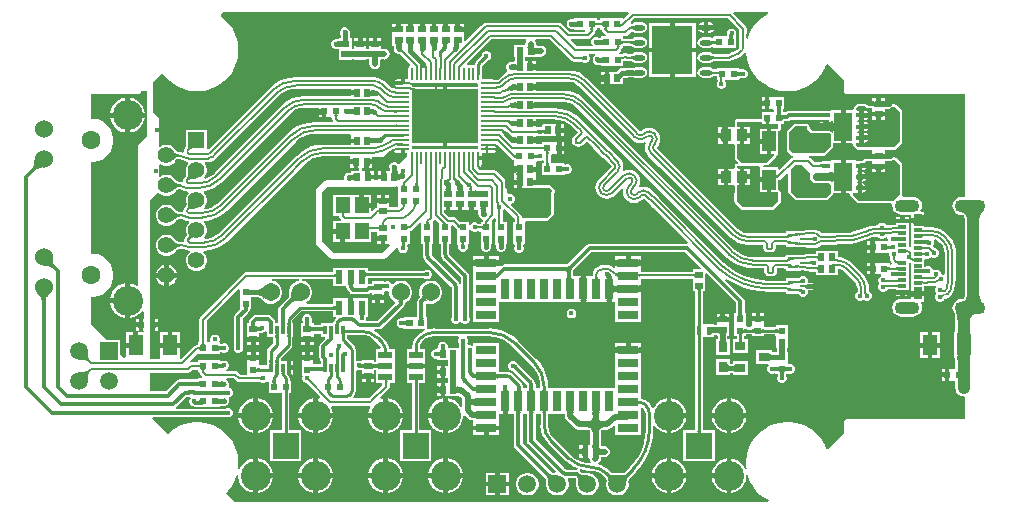
<source format=gtl>
G04*
G04 #@! TF.GenerationSoftware,Altium Limited,Altium Designer,24.4.1 (13)*
G04*
G04 Layer_Physical_Order=1*
G04 Layer_Color=255*
%FSLAX44Y44*%
%MOMM*%
G71*
G04*
G04 #@! TF.SameCoordinates,01D52CA3-88C5-4DE5-A31F-88FFA3C92493*
G04*
G04*
G04 #@! TF.FilePolarity,Positive*
G04*
G01*
G75*
%ADD11C,0.2000*%
%ADD12C,0.2500*%
%ADD17R,0.5000X0.6000*%
%ADD18R,0.6000X0.6400*%
%ADD19R,0.3000X0.8000*%
%ADD20R,1.8000X0.8000*%
%ADD21R,0.3500X0.6500*%
%ADD22R,0.6000X0.5000*%
%ADD23R,0.6400X0.6000*%
%ADD24R,0.8000X0.9000*%
%ADD25R,0.9000X0.8000*%
%ADD26R,0.7000X1.8000*%
%ADD27R,0.8000X1.8000*%
%ADD28R,0.6000X1.1500*%
%ADD29R,1.1500X0.6000*%
%ADD30R,0.9144X0.2032*%
%ADD31R,0.9144X0.2540*%
%ADD32R,1.1000X0.2000*%
%ADD33R,1.3000X1.8000*%
%ADD34O,0.7000X0.4000*%
%ADD35R,1.6500X2.4000*%
%ADD36O,0.9000X0.4000*%
%ADD37R,3.5000X4.1000*%
G04:AMPARAMS|DCode=38|XSize=1.05mm|YSize=0.45mm|CornerRadius=0.225mm|HoleSize=0mm|Usage=FLASHONLY|Rotation=180.000|XOffset=0mm|YOffset=0mm|HoleType=Round|Shape=RoundedRectangle|*
%AMROUNDEDRECTD38*
21,1,1.0500,0.0000,0,0,180.0*
21,1,0.6000,0.4500,0,0,180.0*
1,1,0.4500,-0.3000,0.0000*
1,1,0.4500,0.3000,0.0000*
1,1,0.4500,0.3000,0.0000*
1,1,0.4500,-0.3000,0.0000*
%
%ADD38ROUNDEDRECTD38*%
%ADD39R,0.7000X0.3000*%
%ADD40R,0.7000X1.0000*%
G04:AMPARAMS|DCode=41|XSize=0.2mm|YSize=1.1mm|CornerRadius=0.05mm|HoleSize=0mm|Usage=FLASHONLY|Rotation=90.000|XOffset=0mm|YOffset=0mm|HoleType=Round|Shape=RoundedRectangle|*
%AMROUNDEDRECTD41*
21,1,0.2000,1.0000,0,0,90.0*
21,1,0.1000,1.1000,0,0,90.0*
1,1,0.1000,0.5000,0.0500*
1,1,0.1000,0.5000,-0.0500*
1,1,0.1000,-0.5000,-0.0500*
1,1,0.1000,-0.5000,0.0500*
%
%ADD41ROUNDEDRECTD41*%
G04:AMPARAMS|DCode=42|XSize=0.2mm|YSize=1.1mm|CornerRadius=0.05mm|HoleSize=0mm|Usage=FLASHONLY|Rotation=0.000|XOffset=0mm|YOffset=0mm|HoleType=Round|Shape=RoundedRectangle|*
%AMROUNDEDRECTD42*
21,1,0.2000,1.0000,0,0,0.0*
21,1,0.1000,1.1000,0,0,0.0*
1,1,0.1000,0.0500,-0.5000*
1,1,0.1000,-0.0500,-0.5000*
1,1,0.1000,-0.0500,0.5000*
1,1,0.1000,0.0500,0.5000*
%
%ADD42ROUNDEDRECTD42*%
%ADD43R,0.2000X1.1000*%
%ADD44R,0.9000X1.0000*%
%ADD45R,1.2000X1.4000*%
%ADD46R,1.2000X1.7500*%
%ADD75C,1.6000*%
%ADD82C,1.5000*%
%ADD83R,1.5000X1.5000*%
%ADD87C,0.2326*%
%ADD88C,0.2030*%
%ADD89C,0.4000*%
%ADD90C,0.3000*%
%ADD91C,0.1945*%
%ADD92C,0.1856*%
%ADD93C,0.1856*%
%ADD94C,0.1945*%
%ADD95R,5.6000X4.6000*%
%ADD96C,0.5000*%
%ADD97C,0.2861*%
%ADD98C,1.0000*%
%ADD99C,0.7000*%
%ADD100C,2.5500*%
%ADD101R,2.2500X2.2500*%
%ADD102C,1.5400*%
%ADD103C,1.5300*%
%ADD104C,1.4000*%
%ADD105R,1.4000X1.4000*%
%ADD106O,2.6000X1.1000*%
%ADD107O,2.1000X1.1000*%
%ADD108C,0.4200*%
G36*
X915776Y816181D02*
X911257Y811662D01*
X910442Y812000D01*
Y812000D01*
X901442D01*
Y812000D01*
X900442D01*
Y812000D01*
X891442D01*
Y810074D01*
X888500D01*
Y812000D01*
X879770D01*
X879500Y812000D01*
X878500D01*
X878230Y812000D01*
X869500D01*
Y811302D01*
X867365D01*
X866350Y811100D01*
X866184D01*
X866031Y811037D01*
X865804Y810991D01*
X865612Y810863D01*
X864678Y810476D01*
X863524Y809323D01*
X862900Y807816D01*
Y806184D01*
X863524Y804678D01*
X864678Y803524D01*
X866184Y802900D01*
X867815D01*
X868230Y803072D01*
X869500Y802579D01*
Y802000D01*
X878107D01*
X878330Y801753D01*
X878525Y801270D01*
X878109Y800667D01*
X865680D01*
X860666Y805681D01*
X859796Y806607D01*
X859796Y806607D01*
X858128Y807722D01*
X856159Y808114D01*
Y808074D01*
X794841D01*
Y808114D01*
X792872Y807722D01*
X791204Y806607D01*
X791204Y806607D01*
X790345Y805693D01*
X776931Y792279D01*
X775758Y792765D01*
Y797400D01*
Y800400D01*
X770558D01*
Y802400D01*
X768558D01*
Y807400D01*
X762558D01*
Y802400D01*
X758558D01*
Y807400D01*
X752558D01*
Y802400D01*
X748558D01*
Y807400D01*
X742558D01*
Y802400D01*
X738558D01*
Y807400D01*
X732558D01*
Y802400D01*
X728558D01*
Y807400D01*
X722558D01*
Y802400D01*
X720558D01*
Y800400D01*
X715358D01*
Y797400D01*
Y788600D01*
X716480D01*
Y786868D01*
X716458Y786815D01*
Y785184D01*
X717082Y783678D01*
X718236Y782524D01*
X719743Y781900D01*
X721332D01*
X730223Y773009D01*
X729923Y771514D01*
X729607Y771302D01*
X729054Y770475D01*
X728860Y769500D01*
Y760049D01*
X726409D01*
Y757000D01*
X724409D01*
Y755000D01*
X716909D01*
Y753357D01*
X715639Y752541D01*
X714618Y752964D01*
X713117Y754117D01*
X713111Y754111D01*
X709602Y757620D01*
X709602Y757620D01*
X709649Y757667D01*
X706650Y759968D01*
X703158Y761415D01*
X699410Y761908D01*
Y761842D01*
X633000D01*
Y761877D01*
X628319Y761508D01*
X623753Y760412D01*
X619415Y758615D01*
X615411Y756162D01*
X611853Y753123D01*
X611876Y753098D01*
X611613Y752835D01*
X611613Y752835D01*
X559770Y700992D01*
X559005Y701170D01*
X558500Y701518D01*
Y717500D01*
X540500D01*
Y703378D01*
X540034Y702300D01*
X540034Y702300D01*
X538981Y700723D01*
X538636Y698992D01*
X538429Y698657D01*
X537659Y697986D01*
X536115Y698520D01*
X535911Y698548D01*
X534533Y698822D01*
Y698786D01*
X533101D01*
X532977Y698858D01*
X532636Y699106D01*
X532500Y699225D01*
X532487Y699274D01*
X531302Y701326D01*
X529626Y703002D01*
X527574Y704187D01*
X525285Y704800D01*
X522915D01*
X520626Y704187D01*
X518770Y703115D01*
X517500Y703530D01*
Y727500D01*
X512500Y732500D01*
Y757500D01*
X519809Y764809D01*
X521475Y764679D01*
X523629Y761873D01*
X526873Y758629D01*
X530513Y755836D01*
X534486Y753542D01*
X538725Y751786D01*
X543157Y750599D01*
X547706Y750000D01*
X550000Y750000D01*
X552294Y750000D01*
X556842Y750598D01*
X561274Y751786D01*
X565513Y753541D01*
X569487Y755835D01*
X573127Y758629D01*
X576371Y761873D01*
X579164Y765513D01*
X581458Y769486D01*
X583214Y773725D01*
X584401Y778157D01*
X585000Y782706D01*
X585000Y785000D01*
X585000Y787294D01*
X584401Y791843D01*
X583214Y796274D01*
X581458Y800513D01*
X579164Y804487D01*
X576371Y808127D01*
X573126Y811371D01*
X570320Y813524D01*
X570190Y815190D01*
X572451Y817451D01*
X915250Y817451D01*
X915776Y816181D01*
D02*
G37*
G36*
X893503Y804970D02*
X893482Y805163D01*
X893420Y805335D01*
X893317Y805488D01*
X893173Y805620D01*
X892988Y805731D01*
X892761Y805823D01*
X892493Y805894D01*
X892184Y805944D01*
X891834Y805975D01*
X891442Y805985D01*
Y808015D01*
X891834Y808025D01*
X892184Y808056D01*
X892493Y808106D01*
X892761Y808177D01*
X892988Y808269D01*
X893173Y808380D01*
X893317Y808512D01*
X893420Y808664D01*
X893482Y808837D01*
X893503Y809030D01*
Y804970D01*
D02*
G37*
G36*
X886460Y808837D02*
X886521Y808664D01*
X886625Y808512D01*
X886769Y808380D01*
X886954Y808269D01*
X887181Y808177D01*
X887449Y808106D01*
X887758Y808056D01*
X888108Y808025D01*
X888500Y808015D01*
Y805985D01*
X888108Y805975D01*
X887758Y805944D01*
X887449Y805894D01*
X887181Y805823D01*
X886954Y805731D01*
X886769Y805620D01*
X886625Y805488D01*
X886521Y805335D01*
X886460Y805163D01*
X886439Y804970D01*
Y809030D01*
X886460Y808837D01*
D02*
G37*
G36*
X908397Y807432D02*
X908443Y807345D01*
X908521Y807268D01*
X908631Y807200D01*
X908771Y807144D01*
X908943Y807097D01*
X909146Y807061D01*
X909380Y807036D01*
X909942Y807015D01*
Y804985D01*
X909645Y804980D01*
X909146Y804939D01*
X908943Y804902D01*
X908771Y804856D01*
X908631Y804799D01*
X908521Y804732D01*
X908443Y804655D01*
X908397Y804567D01*
X908381Y804470D01*
Y807531D01*
X908397Y807432D01*
D02*
G37*
G36*
X897732Y804041D02*
X897570Y803981D01*
X897426Y803881D01*
X897301Y803740D01*
X897196Y803560D01*
X897110Y803340D01*
X897043Y803080D01*
X896995Y802779D01*
X896966Y802439D01*
X896957Y802058D01*
X894927D01*
X894917Y802439D01*
X894889Y802779D01*
X894841Y803080D01*
X894774Y803340D01*
X894688Y803560D01*
X894582Y803740D01*
X894458Y803881D01*
X894314Y803981D01*
X894152Y804041D01*
X893970Y804061D01*
X897914D01*
X897732Y804041D01*
D02*
G37*
G36*
X920060Y802045D02*
X920029Y802233D01*
X919937Y802402D01*
X919783Y802550D01*
X919567Y802679D01*
X919290Y802788D01*
X918951Y802877D01*
X918550Y802946D01*
X918088Y802995D01*
X916979Y803035D01*
Y805065D01*
X917564Y805075D01*
X918550Y805154D01*
X918951Y805223D01*
X919290Y805312D01*
X919567Y805421D01*
X919783Y805550D01*
X919937Y805698D01*
X920029Y805867D01*
X920060Y806055D01*
Y802045D01*
D02*
G37*
G36*
X885837Y804010D02*
X885665Y803949D01*
X885512Y803848D01*
X885380Y803706D01*
X885269Y803523D01*
X885177Y803300D01*
X885106Y803036D01*
X885056Y802731D01*
X885025Y802386D01*
X885015Y802001D01*
X882985D01*
X882975Y802386D01*
X882944Y802731D01*
X882894Y803036D01*
X882823Y803300D01*
X882731Y803523D01*
X882620Y803706D01*
X882488Y803848D01*
X882335Y803949D01*
X882163Y804010D01*
X881970Y804031D01*
X886030D01*
X885837Y804010D01*
D02*
G37*
G36*
X1009113Y802040D02*
X1008914Y793565D01*
X1008867Y792296D01*
X1008843Y792176D01*
X1008883D01*
X1008883Y791037D01*
Y786730D01*
X1007713Y785560D01*
X1007531Y785392D01*
X1006571Y784640D01*
X1005580Y783962D01*
X1005248Y783759D01*
X1001318Y782131D01*
X1000150Y781884D01*
X999849Y781759D01*
X998663Y781724D01*
X987049D01*
X985658Y782653D01*
X984000Y782983D01*
X978000D01*
X976342Y782653D01*
X974936Y781714D01*
X973997Y780308D01*
X973667Y778650D01*
X973997Y776992D01*
X974936Y775586D01*
X976342Y774647D01*
X978000Y774317D01*
X984000D01*
X985658Y774647D01*
X987049Y775576D01*
X1000150D01*
Y775536D01*
X1001509Y775807D01*
X1001512Y775798D01*
X1002953Y776144D01*
X1008052Y778256D01*
X1008931Y778795D01*
X1009591Y779197D01*
X1009639Y779207D01*
X1010020Y779459D01*
X1011029Y780133D01*
X1011014Y780147D01*
X1011017Y780169D01*
X1011024Y780177D01*
X1012635Y781788D01*
X1013550Y782651D01*
X1013564Y782661D01*
X1013730Y782908D01*
X1014653Y782761D01*
X1015020Y782553D01*
X1015598Y778157D01*
X1016786Y773725D01*
X1018541Y769486D01*
X1020835Y765513D01*
X1023628Y761873D01*
X1026873Y758629D01*
X1030513Y755836D01*
X1034486Y753542D01*
X1038725Y751786D01*
X1043157Y750599D01*
X1047706Y750000D01*
X1050000Y750000D01*
X1052294Y750000D01*
X1056842Y750598D01*
X1061274Y751786D01*
X1065513Y753541D01*
X1069487Y755835D01*
X1073127Y758629D01*
X1076371Y761873D01*
X1079164Y765513D01*
X1081458Y769486D01*
X1082706Y772498D01*
X1084204Y772796D01*
X1097451Y759549D01*
Y750000D01*
X1097645Y749025D01*
X1098198Y748198D01*
X1099025Y747645D01*
X1100000Y747451D01*
X1200000D01*
Y660565D01*
X1197100D01*
X1195142Y660307D01*
X1193318Y659551D01*
X1191751Y658349D01*
X1190549Y656782D01*
X1189793Y654958D01*
X1189535Y653000D01*
X1189793Y651042D01*
X1190549Y649218D01*
X1191751Y647651D01*
X1193318Y646449D01*
X1195142Y645693D01*
X1197100Y645435D01*
X1198607D01*
X1198908Y645121D01*
X1199296Y644489D01*
X1199657Y643597D01*
X1199940Y642520D01*
Y577080D01*
X1199657Y576003D01*
X1199296Y575111D01*
X1198909Y574479D01*
X1198607Y574165D01*
X1197100D01*
X1195142Y573907D01*
X1193318Y573151D01*
X1191751Y571949D01*
X1190549Y570382D01*
X1189793Y568558D01*
X1189535Y566600D01*
X1189793Y564642D01*
X1190549Y562818D01*
X1191611Y561433D01*
X1191803Y560596D01*
X1191940Y559778D01*
Y551000D01*
Y546000D01*
X1191000D01*
Y524000D01*
X1191940D01*
Y520000D01*
X1192071Y519000D01*
X1191940Y518000D01*
Y515898D01*
X1191129Y515088D01*
X1190670Y515000D01*
X1189500D01*
X1189230Y515000D01*
X1187000D01*
Y510000D01*
Y505000D01*
X1189230D01*
X1189500Y505000D01*
X1190500D01*
X1190670Y505000D01*
X1191940Y504758D01*
Y499000D01*
X1192180Y497173D01*
X1192886Y495470D01*
X1194007Y494007D01*
X1195470Y492886D01*
X1197173Y492180D01*
X1199000Y491940D01*
X1199045Y491945D01*
X1200000Y491108D01*
Y472549D01*
X1100000D01*
X1099025Y472355D01*
X1098198Y471802D01*
X1097645Y470975D01*
X1097451Y470000D01*
Y460451D01*
X1084203Y447203D01*
X1082705Y447501D01*
X1081458Y450513D01*
X1079164Y454487D01*
X1076371Y458127D01*
X1073126Y461371D01*
X1069486Y464164D01*
X1065513Y466458D01*
X1061274Y468214D01*
X1056842Y469401D01*
X1052293Y470000D01*
X1049999Y470000D01*
X1047705D01*
X1043157Y469401D01*
X1038725Y468213D01*
X1034486Y466458D01*
X1030513Y464164D01*
X1026873Y461371D01*
X1023629Y458126D01*
X1020836Y454486D01*
X1018542Y450513D01*
X1016786Y446274D01*
X1015599Y441843D01*
X1015000Y437294D01*
Y435000D01*
X1015000Y432706D01*
X1015287Y430522D01*
X1014050Y430190D01*
X1013471Y431587D01*
X1011857Y434003D01*
X1009803Y436057D01*
X1007387Y437671D01*
X1004702Y438783D01*
X1002400Y439241D01*
Y424600D01*
Y409959D01*
X1004702Y410417D01*
X1007387Y411529D01*
X1009803Y413143D01*
X1011857Y415197D01*
X1013471Y417613D01*
X1014583Y420298D01*
X1015150Y423147D01*
Y424923D01*
X1016420Y425090D01*
X1016786Y423725D01*
X1018541Y419486D01*
X1020835Y415513D01*
X1023628Y411873D01*
X1026873Y408629D01*
X1030513Y405836D01*
X1034006Y403819D01*
X1033666Y402549D01*
X582451Y402549D01*
X574749Y410251D01*
X576371Y411873D01*
X579164Y415513D01*
X581458Y419486D01*
X583214Y423725D01*
X583580Y425092D01*
X584850Y424925D01*
Y423147D01*
X585417Y420298D01*
X586529Y417613D01*
X588143Y415197D01*
X590197Y413143D01*
X592613Y411529D01*
X595298Y410417D01*
X597600Y409959D01*
Y424600D01*
Y439241D01*
X595298Y438783D01*
X592613Y437671D01*
X590197Y436057D01*
X588143Y434003D01*
X586529Y431587D01*
X585949Y430188D01*
X584712Y430520D01*
X585000Y432706D01*
X585000Y435000D01*
X585000Y437294D01*
X584401Y441843D01*
X583214Y446274D01*
X581458Y450513D01*
X579164Y454487D01*
X576371Y458127D01*
X573126Y461371D01*
X569486Y464164D01*
X565513Y466458D01*
X561274Y468214D01*
X556842Y469401D01*
X552294Y470000D01*
X550000Y470000D01*
X547705D01*
X543157Y469401D01*
X538725Y468213D01*
X534486Y466458D01*
X530513Y464164D01*
X526873Y461371D01*
X525251Y459749D01*
X521750Y463250D01*
X512242Y472758D01*
X512728Y473931D01*
X575109D01*
X575184Y473900D01*
X576815D01*
X578322Y474524D01*
X579476Y475678D01*
X580100Y477184D01*
Y478816D01*
X579476Y480322D01*
X578322Y481476D01*
X576815Y482100D01*
X575184D01*
X573677Y481476D01*
X573270Y481069D01*
X532702D01*
X532317Y482339D01*
X532523Y482477D01*
X541478Y491431D01*
X542788D01*
X543290Y491531D01*
X543937D01*
X544463Y490261D01*
X544024Y489822D01*
X543400Y488316D01*
Y486684D01*
X544024Y485177D01*
X545177Y484024D01*
X546684Y483400D01*
X546840D01*
X547134Y483203D01*
X548500Y482931D01*
X550500D01*
Y482500D01*
X559500D01*
Y482500D01*
X560500D01*
Y482500D01*
X569500D01*
Y483422D01*
X571078D01*
X571244Y483455D01*
X573152Y483706D01*
X573620Y483900D01*
X573815D01*
X575322Y484524D01*
X576476Y485677D01*
X577100Y487184D01*
Y488815D01*
X576763Y489630D01*
X576804Y490612D01*
X577405Y491144D01*
X578322Y491524D01*
X579476Y492678D01*
X580100Y494184D01*
Y495816D01*
X579476Y497322D01*
X578322Y498476D01*
X577405Y498856D01*
X576804Y499388D01*
X576763Y500370D01*
X577100Y501185D01*
Y502816D01*
X576476Y504323D01*
X575322Y505476D01*
X574851Y505671D01*
X575103Y506941D01*
X581233D01*
X583337Y504837D01*
X583337Y504837D01*
X584329Y504174D01*
X585500Y503941D01*
X585500Y503941D01*
X603260D01*
X603678Y503524D01*
X605185Y502900D01*
X606816D01*
X608322Y503524D01*
X609230Y504432D01*
X610379Y504117D01*
X610500Y504042D01*
Y495000D01*
X619500D01*
Y495000D01*
X620500D01*
Y495000D01*
X621775D01*
Y463250D01*
X611750D01*
Y436750D01*
X638250D01*
Y463250D01*
X628225D01*
Y495000D01*
X629500D01*
Y505000D01*
X629123D01*
X628331Y505792D01*
X628270Y507037D01*
X628234Y507222D01*
X628202Y507221D01*
X627978Y508348D01*
X627723Y508730D01*
X628402Y510000D01*
X631000D01*
Y514000D01*
X627500D01*
Y516000D01*
X626000D01*
Y522000D01*
X620725D01*
Y523664D01*
X629780Y532720D01*
X630479Y533766D01*
X630725Y535000D01*
Y542000D01*
X631000D01*
Y554000D01*
X630725D01*
Y556164D01*
X638336Y563775D01*
X665500D01*
Y559250D01*
X667407D01*
X667933Y557980D01*
X666792Y556838D01*
X666676Y556666D01*
X665765Y555478D01*
X665145Y553983D01*
X654943D01*
Y552001D01*
X648643D01*
Y553883D01*
X647011D01*
Y555970D01*
X647100Y556185D01*
Y557816D01*
X646476Y559323D01*
X645322Y560476D01*
X643816Y561100D01*
X642185D01*
X640678Y560476D01*
X639524Y559323D01*
X638900Y557816D01*
Y556185D01*
X639327Y555153D01*
X638721Y553999D01*
X638583Y553883D01*
X638243D01*
Y543883D01*
Y542082D01*
X639744D01*
X639793Y542112D01*
X640003Y542303D01*
X640153Y542523D01*
X640243Y542773D01*
X640273Y543052D01*
Y542082D01*
X643443D01*
X648643D01*
Y544864D01*
X654943D01*
Y541983D01*
X658140D01*
X658666Y540713D01*
X654477Y536523D01*
X653703Y535366D01*
X653431Y534000D01*
Y525000D01*
X653703Y523634D01*
X654477Y522477D01*
X654874Y522079D01*
Y518801D01*
X648656D01*
X648443Y519983D01*
X648443Y520253D01*
Y522483D01*
X643443D01*
X638443D01*
Y520253D01*
X638443Y519983D01*
Y518983D01*
X638443Y518713D01*
Y509983D01*
X638525D01*
X639272Y508713D01*
X638900Y507816D01*
Y506185D01*
X639524Y504678D01*
X640678Y503524D01*
X642185Y502900D01*
X642673D01*
X653930Y491032D01*
X653286Y489865D01*
X652400Y490041D01*
Y477400D01*
X665041D01*
X664583Y479702D01*
X663471Y482387D01*
X663281Y482671D01*
X663960Y483941D01*
X696040D01*
X696416Y483536D01*
X696856Y482877D01*
X696529Y482387D01*
X695417Y479702D01*
X694959Y477400D01*
X707600D01*
Y490041D01*
X705806Y489684D01*
X705181Y490855D01*
X712163Y497837D01*
X712163Y497837D01*
X712826Y498829D01*
X713059Y500000D01*
Y503000D01*
X717250D01*
Y512500D01*
Y522000D01*
Y532000D01*
X712563D01*
X712325Y533802D01*
X711004Y536992D01*
X709654Y538751D01*
X708902Y539731D01*
X708902Y539731D01*
X707968Y540592D01*
X705089Y543471D01*
X705088Y543483D01*
X705114Y543509D01*
X701642Y546357D01*
X700067Y547200D01*
X700375Y548431D01*
X704000D01*
X705366Y548703D01*
X706523Y549477D01*
X724823Y567777D01*
X725597Y568934D01*
X725869Y570300D01*
Y570914D01*
X726044Y570961D01*
X728256Y572238D01*
X730062Y574044D01*
X731339Y576256D01*
X732000Y578723D01*
Y581277D01*
X731339Y583744D01*
X730062Y585956D01*
X728256Y587762D01*
X726044Y589039D01*
X723577Y589700D01*
X721023D01*
X718556Y589039D01*
X716344Y587762D01*
X715668Y587085D01*
X714476Y587323D01*
X713322Y588476D01*
X711815Y589100D01*
X710184D01*
X709470Y588804D01*
X708200Y589400D01*
Y589400D01*
X697800D01*
Y587069D01*
X695300D01*
X694500Y587725D01*
Y591775D01*
X742427D01*
X742678Y591524D01*
X744184Y590900D01*
X745816D01*
X747322Y591524D01*
X748476Y592678D01*
X749100Y594184D01*
Y595816D01*
X748476Y597323D01*
X747322Y598476D01*
X745816Y599100D01*
X744184D01*
X742678Y598476D01*
X742427Y598225D01*
X694500D01*
Y600750D01*
X665500D01*
Y597059D01*
X592828D01*
Y597098D01*
X590877Y596710D01*
X589235Y595613D01*
X589255Y595581D01*
X589255Y595581D01*
X553419Y559745D01*
X553408Y559744D01*
X553387Y559765D01*
X552290Y558122D01*
X551902Y556172D01*
X551941D01*
Y537500D01*
X550500D01*
Y535559D01*
X550000D01*
X548829Y535326D01*
X547837Y534663D01*
X547837Y534663D01*
X536484Y523310D01*
X535500Y524122D01*
X535500Y524329D01*
Y533000D01*
X527000D01*
X518500D01*
Y524329D01*
X518500Y524000D01*
X517706Y523059D01*
X510000D01*
Y547500D01*
X510500D01*
Y552500D01*
Y557500D01*
X510000D01*
Y657500D01*
X517136Y664636D01*
X518574Y663198D01*
X520626Y662013D01*
X522915Y661400D01*
X525285D01*
X527574Y662013D01*
X529626Y663198D01*
X531302Y664874D01*
X531885Y665884D01*
X532327Y666278D01*
X532912Y666733D01*
X533461Y667113D01*
X533955Y667409D01*
X533965Y667414D01*
X534832D01*
X536032Y667246D01*
D01*
X537139Y666846D01*
X539478Y665852D01*
X539778Y665789D01*
X540626Y665438D01*
X542471Y665195D01*
X542939Y664223D01*
X542960Y663888D01*
X542298Y663226D01*
X541113Y661174D01*
X540500Y658885D01*
Y656515D01*
X541045Y654481D01*
X541008Y654031D01*
X540929Y653548D01*
X540860Y653283D01*
X539853Y652276D01*
X539840Y652274D01*
X539823Y652291D01*
X538775Y650723D01*
X538403Y648856D01*
X538454Y648604D01*
X538297Y648462D01*
X537930Y648227D01*
X537585Y648060D01*
X536858Y647867D01*
X536087Y648009D01*
X536058Y648014D01*
X536057Y648015D01*
X536032Y647986D01*
X535594Y647986D01*
X533965D01*
X533955Y647991D01*
X533461Y648287D01*
X532943Y648645D01*
X531846Y649584D01*
X531302Y650526D01*
X529626Y652202D01*
X527574Y653387D01*
X525285Y654000D01*
X522915D01*
X520626Y653387D01*
X518574Y652202D01*
X516898Y650526D01*
X515713Y648474D01*
X515100Y646185D01*
Y643815D01*
X515713Y641526D01*
X516898Y639474D01*
X518574Y637798D01*
X520626Y636613D01*
X522915Y636000D01*
X525285D01*
X527574Y636613D01*
X529626Y637798D01*
X531302Y639474D01*
X531885Y640484D01*
X532327Y640878D01*
X532912Y641333D01*
X533461Y641713D01*
X533955Y642009D01*
X533965Y642014D01*
X534489D01*
X535671Y641990D01*
X536009Y641850D01*
X537183Y641612D01*
X540766Y640530D01*
X540816Y640525D01*
X541026Y640438D01*
X542871Y640195D01*
X543339Y639223D01*
X543360Y638888D01*
X542298Y637826D01*
X541113Y635774D01*
X540500Y633485D01*
Y631115D01*
X541113Y628826D01*
X541454Y628236D01*
X541448Y628194D01*
X540499Y627200D01*
X540495Y627199D01*
X540486Y627207D01*
X539495Y625723D01*
X539123Y623856D01*
X539166Y623640D01*
X538307Y622593D01*
X537304Y622496D01*
X537303Y622496D01*
X537235Y622524D01*
X537230Y622503D01*
X536057Y622615D01*
Y622615D01*
X536032Y622586D01*
X533965D01*
X533955Y622591D01*
X533461Y622887D01*
X532943Y623245D01*
X531846Y624184D01*
X531302Y625126D01*
X529626Y626802D01*
X527574Y627987D01*
X525285Y628600D01*
X522915D01*
X520626Y627987D01*
X518574Y626802D01*
X516898Y625126D01*
X515713Y623074D01*
X515100Y620785D01*
Y618415D01*
X515713Y616126D01*
X516898Y614074D01*
X518574Y612398D01*
X520626Y611213D01*
X522915Y610600D01*
X525285D01*
X527574Y611213D01*
X529626Y612398D01*
X531302Y614074D01*
X531885Y615084D01*
X532327Y615478D01*
X532912Y615933D01*
X533461Y616313D01*
X533955Y616609D01*
X533965Y616614D01*
X534516D01*
X535704Y616577D01*
X536009Y616450D01*
X537237Y616339D01*
X542294Y615327D01*
X542589Y615327D01*
X543376Y615223D01*
X543628Y614751D01*
X543763Y613891D01*
X542298Y612426D01*
X541113Y610374D01*
X540500Y608085D01*
Y605715D01*
X541113Y603426D01*
X542298Y601374D01*
X543974Y599698D01*
X546026Y598513D01*
X548315Y597900D01*
X550685D01*
X552974Y598513D01*
X555026Y599698D01*
X556702Y601374D01*
X557887Y603426D01*
X558500Y605715D01*
Y608085D01*
X557887Y610374D01*
X556702Y612426D01*
X555240Y613888D01*
X555296Y614125D01*
X555919Y615130D01*
D01*
X555919Y615130D01*
X560370Y615480D01*
X564749Y616531D01*
X568910Y618255D01*
X572750Y620608D01*
X575227Y622723D01*
X576174Y623532D01*
X577050Y624453D01*
X628294Y675696D01*
X641303Y688706D01*
X641365Y688798D01*
X644541Y691404D01*
X648280Y693403D01*
X652337Y694633D01*
X656396Y695033D01*
X656492Y695014D01*
X679658Y695014D01*
Y692500D01*
X684658D01*
Y690500D01*
X686658D01*
Y685300D01*
X687461D01*
X687461Y683598D01*
X686563Y682700D01*
X680600D01*
Y681270D01*
X678904D01*
X678769Y681243D01*
X678633Y681270D01*
X677780Y681100D01*
X677626D01*
X677484Y681041D01*
X677073Y680959D01*
X676723Y680726D01*
X676120Y680476D01*
X674966Y679322D01*
X674342Y677815D01*
Y676184D01*
X674493Y675819D01*
X673645Y674549D01*
X659000D01*
X658025Y674355D01*
X657198Y673802D01*
X651198Y667802D01*
X650645Y666975D01*
X650451Y666000D01*
Y622000D01*
X650645Y621025D01*
X651198Y620198D01*
X662198Y609198D01*
X663025Y608645D01*
X664000Y608451D01*
X708500D01*
X709475Y608645D01*
X710302Y609198D01*
X719169Y618064D01*
X719217Y618054D01*
X720342Y617441D01*
Y616184D01*
X720966Y614678D01*
X722120Y613524D01*
X723626Y612900D01*
X725257D01*
X726764Y613524D01*
X727918Y614678D01*
X728542Y616184D01*
Y617816D01*
X727918Y619322D01*
X728468Y620500D01*
X730000D01*
Y629500D01*
X730000D01*
Y630500D01*
X730000D01*
Y631941D01*
X730000Y631941D01*
X731171Y632174D01*
X732163Y632837D01*
X738730Y639404D01*
X740000Y638878D01*
Y630770D01*
X740000Y630500D01*
Y629500D01*
X740000Y629230D01*
Y620500D01*
X741431D01*
Y611243D01*
X741468Y611057D01*
X741667Y609546D01*
X742322Y607965D01*
X743234Y606777D01*
X743343Y606613D01*
X743343Y606613D01*
X743349Y606604D01*
X744239Y605714D01*
X765410Y584543D01*
X765431Y584492D01*
Y559098D01*
X764900Y557816D01*
Y556185D01*
X765524Y554678D01*
X766678Y553524D01*
X768185Y552900D01*
X769816D01*
X771322Y553524D01*
X772245Y554447D01*
X773000Y554583D01*
X773755Y554447D01*
X774678Y553524D01*
X776184Y552900D01*
X777815D01*
X779322Y553524D01*
X780476Y554678D01*
X781100Y556185D01*
Y557816D01*
X780569Y559098D01*
Y592757D01*
X780532Y592943D01*
X780333Y594454D01*
X779678Y596035D01*
X778779Y597207D01*
X778667Y597374D01*
X778667Y597374D01*
X778656Y597391D01*
X778656Y597391D01*
X777773Y598274D01*
X763590Y612457D01*
X763569Y612508D01*
Y620500D01*
X765000D01*
Y629230D01*
X765000Y629500D01*
Y630500D01*
X765000Y630770D01*
Y636357D01*
X766270Y636883D01*
X770000Y633153D01*
Y630770D01*
X770000Y630500D01*
Y629500D01*
X770000Y629230D01*
Y620500D01*
X770190D01*
X770895Y619444D01*
X770842Y619315D01*
Y617684D01*
X771466Y616177D01*
X772619Y615024D01*
X774126Y614400D01*
X775758D01*
X777264Y615024D01*
X778418Y616177D01*
X779042Y617684D01*
Y619315D01*
X778989Y619444D01*
X779694Y620500D01*
X780000D01*
Y629230D01*
X780000Y629500D01*
Y630500D01*
X780000Y630770D01*
Y633039D01*
X781270Y633291D01*
X781524Y632678D01*
X782678Y631524D01*
X784184Y630900D01*
X785816D01*
X787322Y631524D01*
X787739Y631941D01*
X789102D01*
X789914Y631129D01*
X790000Y630671D01*
Y629500D01*
X790000Y629230D01*
Y620500D01*
X790047D01*
X790721Y619230D01*
X790549Y618816D01*
Y617184D01*
X791173Y615678D01*
X792327Y614524D01*
X793834Y613900D01*
X795465D01*
X796972Y614524D01*
X798125Y615678D01*
X798348Y616215D01*
X798768Y616844D01*
X799078Y618405D01*
Y620500D01*
X800000D01*
Y629230D01*
X800000Y629500D01*
Y630500D01*
X800000Y630770D01*
Y639500D01*
X800000D01*
X799656Y640330D01*
X801693Y642367D01*
X802963Y641842D01*
Y639500D01*
X802500D01*
Y630770D01*
X802500Y630500D01*
Y629500D01*
X802500Y629230D01*
Y620500D01*
X802547D01*
X803221Y619230D01*
X803049Y618816D01*
Y617184D01*
X803673Y615678D01*
X804827Y614524D01*
X806334Y613900D01*
X807965D01*
X809472Y614524D01*
X810625Y615678D01*
X810848Y616215D01*
X811268Y616844D01*
X811578Y618405D01*
X811578Y618405D01*
Y620500D01*
X812500D01*
Y629230D01*
X812500Y629500D01*
Y630500D01*
X812500Y630770D01*
Y639500D01*
X809081D01*
Y649283D01*
X809476Y649678D01*
X809632Y650054D01*
X810877Y650302D01*
X818941Y642238D01*
Y639500D01*
X817500D01*
Y630770D01*
X817500Y630500D01*
Y629500D01*
X817500Y629230D01*
Y620500D01*
X818174D01*
X818779Y619230D01*
X818400Y618316D01*
Y616684D01*
X819024Y615178D01*
X820178Y614024D01*
X821684Y613400D01*
X823316D01*
X824822Y614024D01*
X825976Y615178D01*
X826600Y616684D01*
Y618316D01*
X826221Y619230D01*
X826826Y620500D01*
X827500D01*
Y629230D01*
X827500Y629500D01*
Y630500D01*
X827500Y630770D01*
Y639500D01*
X828247Y640461D01*
X846000D01*
X846780Y640616D01*
X847442Y641058D01*
X847442Y641058D01*
X851442Y645058D01*
X851884Y645720D01*
X852039Y646500D01*
Y663655D01*
X852442Y664058D01*
X852884Y664720D01*
X853039Y665500D01*
X852884Y666280D01*
X852442Y666942D01*
X852442Y666942D01*
X849442Y669942D01*
X848780Y670384D01*
X848000Y670539D01*
X836958D01*
Y670900D01*
X836888Y670895D01*
X836368Y670813D01*
X835928Y670708D01*
X835568Y670579D01*
X835288Y670427D01*
X835088Y670251D01*
X834968Y670053D01*
X834928Y669830D01*
Y671000D01*
X831958D01*
Y675000D01*
X834928D01*
Y676170D01*
X834968Y675947D01*
X835088Y675749D01*
X835288Y675573D01*
X835568Y675421D01*
X835928Y675292D01*
X836368Y675187D01*
X836888Y675105D01*
X836958Y675098D01*
Y678200D01*
X836958D01*
Y678800D01*
X836958D01*
Y681900D01*
X836888Y681895D01*
X836368Y681813D01*
X835928Y681708D01*
X835568Y681579D01*
X835288Y681427D01*
X835088Y681252D01*
X834968Y681053D01*
X834928Y680831D01*
Y682000D01*
X831958D01*
Y686000D01*
X834928D01*
Y687169D01*
X834968Y686947D01*
X835088Y686749D01*
X835288Y686573D01*
X835568Y686421D01*
X835928Y686292D01*
X836368Y686187D01*
X836888Y686105D01*
X836958Y686098D01*
Y689200D01*
X836958D01*
X837058Y690000D01*
X837828Y690951D01*
X838328Y691255D01*
X839184Y690900D01*
X840816D01*
X842322Y691524D01*
X843499Y690905D01*
Y689000D01*
X842058D01*
Y679000D01*
X850788D01*
X851058Y679000D01*
X852058D01*
X852328Y679000D01*
X861058D01*
Y679224D01*
X862114Y679929D01*
X862185Y679900D01*
X863816D01*
X865322Y680524D01*
X866476Y681678D01*
X867100Y683185D01*
Y684816D01*
X866476Y686322D01*
X865322Y687476D01*
X863816Y688100D01*
X862185D01*
X862114Y688071D01*
X861058Y688776D01*
Y689000D01*
X852328D01*
X852058Y689000D01*
X851058D01*
X850887Y689000D01*
X849617Y689239D01*
Y696102D01*
X850429Y696914D01*
X850887Y697000D01*
X852058D01*
X852328Y697000D01*
X854558D01*
Y702000D01*
Y707000D01*
X852328D01*
X852058Y707000D01*
X851058D01*
X850788Y707000D01*
X842058D01*
Y705059D01*
X836958D01*
Y706900D01*
X836888Y706895D01*
X836368Y706813D01*
X835928Y706708D01*
X835568Y706579D01*
X835288Y706427D01*
X835088Y706252D01*
X834968Y706053D01*
X834928Y705831D01*
Y707000D01*
X831958D01*
Y711000D01*
X834928D01*
Y712169D01*
X834968Y711947D01*
X835088Y711749D01*
X835288Y711573D01*
X835568Y711421D01*
X835928Y711292D01*
X836368Y711187D01*
X836888Y711105D01*
X836958Y711098D01*
Y712006D01*
X838228Y712532D01*
X838236Y712524D01*
X839743Y711900D01*
X841374D01*
X841765Y712062D01*
X842158Y711800D01*
Y711800D01*
X853958D01*
Y717000D01*
Y722200D01*
X842158D01*
Y720624D01*
X841374Y720100D01*
X839743D01*
X838236Y719476D01*
X838228Y719468D01*
X836958Y719994D01*
Y720900D01*
X836888Y720895D01*
X836368Y720813D01*
X835928Y720708D01*
X835568Y720579D01*
X835288Y720427D01*
X835088Y720251D01*
X834968Y720053D01*
X834928Y719830D01*
Y721000D01*
X831958D01*
Y725000D01*
X834928D01*
Y726170D01*
X834968Y725947D01*
X835088Y725749D01*
X835288Y725573D01*
X835568Y725421D01*
X835928Y725292D01*
X836368Y725187D01*
X836888Y725105D01*
X836958Y725098D01*
Y726211D01*
X850973D01*
X850987Y726211D01*
X852237Y726211D01*
X853473Y726129D01*
X856609Y725820D01*
X860812Y724545D01*
X864686Y722474D01*
X867959Y719788D01*
X868026Y719688D01*
X869709Y718004D01*
X869709Y718004D01*
X872324Y715390D01*
X869846Y712912D01*
X868917Y712045D01*
X868917Y712045D01*
X867764Y710320D01*
X867359Y708285D01*
X867764Y706250D01*
X868214Y705576D01*
X868252Y705519D01*
X868917Y704525D01*
X868917D01*
X870642Y703372D01*
X872677Y702967D01*
X874712Y703372D01*
X876437Y704525D01*
X876406Y704556D01*
X879782Y707932D01*
X885357Y702357D01*
X885357Y702357D01*
X894018Y693696D01*
X894018Y693696D01*
X901160Y686554D01*
X901144Y686515D01*
X901160Y686476D01*
X889475Y674791D01*
X888861Y673873D01*
X888457Y673345D01*
X887501Y671039D01*
X887176Y668564D01*
X887501Y666089D01*
X888457Y663783D01*
X889237Y662766D01*
X889976Y661802D01*
X889976Y661802D01*
X889976Y661802D01*
X891957Y660282D01*
X894263Y659327D01*
X896738Y659001D01*
X899213Y659327D01*
X901520Y660282D01*
X903500Y661802D01*
X903483Y661819D01*
X909676Y668011D01*
X910353Y667757D01*
X910822Y667361D01*
X910524Y665096D01*
X910850Y662621D01*
X911805Y660315D01*
X912585Y659298D01*
X913324Y658334D01*
X913325Y658334D01*
X913325Y658334D01*
X915305Y656815D01*
X917611Y655859D01*
X920086Y655533D01*
X922561Y655859D01*
X924868Y656815D01*
X926848Y658334D01*
X927952Y658735D01*
X928979D01*
X934654Y653060D01*
X934654Y653059D01*
X936074Y651640D01*
X965437Y622276D01*
X965128Y621423D01*
X964849Y621069D01*
X882500D01*
X881134Y620797D01*
X879977Y620023D01*
X863522Y603569D01*
X810000D01*
X808634Y603297D01*
X807477Y602523D01*
X807173Y602220D01*
X806000Y602706D01*
Y602954D01*
X805439Y602907D01*
X805041Y602835D01*
X804704Y602742D01*
X804429Y602629D01*
X804214Y602495D01*
X804061Y602341D01*
X803970Y602165D01*
X803939Y601969D01*
Y603000D01*
X786031D01*
Y601031D01*
X785991Y601405D01*
X785871Y601740D01*
X785670Y602035D01*
X785390Y602291D01*
X785031Y602508D01*
X784591Y602685D01*
X784071Y602823D01*
X784000Y602834D01*
Y599000D01*
Y588000D01*
Y577000D01*
Y566000D01*
Y555000D01*
X806000D01*
Y566000D01*
Y571500D01*
X874834D01*
X874823Y571571D01*
X874685Y572090D01*
X874508Y572531D01*
X874291Y572891D01*
X874035Y573171D01*
X873739Y573371D01*
X873405Y573490D01*
X873030Y573531D01*
X875000D01*
Y582500D01*
Y591469D01*
X873030D01*
X873405Y591510D01*
X873739Y591629D01*
X874035Y591829D01*
X874291Y592109D01*
X874508Y592469D01*
X874685Y592910D01*
X874823Y593429D01*
X874834Y593500D01*
X868569D01*
Y598522D01*
X883978Y613931D01*
X963522D01*
X976880Y600573D01*
X976394Y599400D01*
X969800D01*
Y597459D01*
X926000D01*
Y602834D01*
X925929Y602823D01*
X925409Y602685D01*
X924969Y602508D01*
X924610Y602291D01*
X924330Y602035D01*
X924129Y601740D01*
X924009Y601405D01*
X923969Y601031D01*
Y603000D01*
X906031D01*
Y601031D01*
X905991Y601405D01*
X905871Y601740D01*
X905670Y602035D01*
X905390Y602291D01*
X905031Y602508D01*
X904591Y602685D01*
X904071Y602823D01*
X904000Y602834D01*
Y600931D01*
X903651Y600787D01*
X902730Y600583D01*
X901040Y601880D01*
X898886Y602772D01*
X896575Y603076D01*
Y603059D01*
X894443D01*
Y603088D01*
X891783Y602738D01*
X889305Y601711D01*
X887207Y600102D01*
X887207D01*
X887210Y600081D01*
X885975Y598471D01*
X885198Y596597D01*
X884933Y594585D01*
X884899Y594505D01*
X884366Y593500D01*
X879166D01*
X879177Y593429D01*
X879315Y592910D01*
X879492Y592469D01*
X879709Y592109D01*
X879965Y591829D01*
X880260Y591629D01*
X880595Y591510D01*
X880969Y591469D01*
X879000D01*
Y582500D01*
Y573531D01*
X880969D01*
X880595Y573490D01*
X880260Y573371D01*
X879965Y573171D01*
X879709Y572891D01*
X879492Y572531D01*
X879315Y572090D01*
X879177Y571571D01*
X879166Y571500D01*
X896874D01*
X896868Y571571D01*
X896765Y572090D01*
X896633Y572531D01*
X896471Y572891D01*
X896280Y573171D01*
X896059Y573371D01*
X895810Y573490D01*
X895530Y573531D01*
X897000D01*
Y582500D01*
X901000D01*
Y573531D01*
X902469D01*
X902190Y573490D01*
X901941Y573371D01*
X901720Y573171D01*
X901529Y572891D01*
X901367Y572531D01*
X901235Y572090D01*
X901132Y571571D01*
X901124Y571500D01*
X904000D01*
Y566000D01*
Y555000D01*
X926000D01*
Y566000D01*
Y577000D01*
Y580834D01*
X925929Y580823D01*
X925409Y580685D01*
X924969Y580508D01*
X924610Y580291D01*
X924330Y580035D01*
X924129Y579739D01*
X924009Y579405D01*
X923969Y579030D01*
Y581000D01*
X915000D01*
Y585000D01*
X923969D01*
Y586969D01*
X924009Y586595D01*
X924129Y586260D01*
X924330Y585965D01*
X924610Y585709D01*
X924969Y585492D01*
X925409Y585315D01*
X925929Y585177D01*
X926000Y585166D01*
Y591341D01*
X969800D01*
Y580600D01*
X971775D01*
Y552750D01*
X971250D01*
Y542250D01*
X971775D01*
Y523000D01*
Y463250D01*
X961750D01*
Y436750D01*
X988250D01*
Y463250D01*
X978225D01*
Y523000D01*
Y541725D01*
X978750Y542250D01*
X979750D01*
X980020Y542250D01*
X987250D01*
Y544022D01*
X989800D01*
Y543100D01*
X990922D01*
Y540000D01*
X989000D01*
Y527000D01*
X1001000D01*
Y540000D01*
X999078D01*
Y543100D01*
X1000200D01*
Y551900D01*
Y554900D01*
X989800D01*
Y552178D01*
X987250D01*
Y552750D01*
X980020D01*
X979750Y552750D01*
X978750D01*
X978225Y553275D01*
Y580600D01*
X980200D01*
Y589400D01*
Y595594D01*
X981373Y596080D01*
X1006431Y571022D01*
Y562000D01*
X1005000D01*
Y553270D01*
X1005000Y553000D01*
Y552000D01*
X1005000Y551730D01*
Y543000D01*
X1006775D01*
Y540500D01*
X1003500D01*
Y528500D01*
X1016500D01*
Y540500D01*
X1013225D01*
Y543000D01*
X1015000D01*
Y544275D01*
X1020000D01*
Y543000D01*
X1030000D01*
Y544275D01*
X1039102D01*
X1039623Y543754D01*
X1040000Y543005D01*
Y542000D01*
X1040000Y541730D01*
Y533000D01*
X1040922D01*
Y529500D01*
X1040000D01*
Y529078D01*
X1036500D01*
Y531000D01*
X1023500D01*
Y519000D01*
X1033406D01*
X1033932Y517730D01*
X1033524Y517323D01*
X1032900Y515816D01*
Y514184D01*
X1033524Y512678D01*
X1034678Y511524D01*
X1036184Y510900D01*
X1037816D01*
X1038730Y511279D01*
X1040000Y510674D01*
Y510500D01*
X1041431D01*
Y509098D01*
X1040900Y507816D01*
Y506185D01*
X1041524Y504678D01*
X1042678Y503524D01*
X1044184Y502900D01*
X1045816D01*
X1047322Y503524D01*
X1048476Y504678D01*
X1049100Y506185D01*
Y507816D01*
X1048569Y509098D01*
Y510500D01*
X1050000D01*
Y510500D01*
X1050823Y511050D01*
X1051184Y510900D01*
X1052815D01*
X1054323Y511524D01*
X1055476Y512678D01*
X1056100Y514184D01*
Y515816D01*
X1055476Y517323D01*
X1054323Y518476D01*
X1052815Y519100D01*
X1051184D01*
X1051088Y519060D01*
X1050000Y519787D01*
Y520500D01*
X1050000D01*
Y529500D01*
X1049078D01*
Y533000D01*
X1050000D01*
Y541730D01*
X1050000Y542000D01*
Y543000D01*
X1050000Y543270D01*
Y552000D01*
X1040000D01*
Y550725D01*
X1030898D01*
X1030377Y551246D01*
X1030000Y551995D01*
Y553000D01*
X1030000Y553270D01*
Y555500D01*
X1025000D01*
X1020000D01*
Y553270D01*
X1020000Y553000D01*
Y551995D01*
X1019361Y550725D01*
X1015898D01*
X1015377Y551246D01*
X1015000Y551995D01*
Y553000D01*
X1015000Y553270D01*
Y562000D01*
X1013569D01*
Y572500D01*
X1013297Y573866D01*
X1012523Y575023D01*
X997095Y590451D01*
X997918Y591425D01*
X999610Y590224D01*
X1006050Y586665D01*
X1012848Y583849D01*
X1019919Y581812D01*
X1027173Y580580D01*
X1034499Y580168D01*
X1034499Y580211D01*
X1034500Y580212D01*
X1034501Y580212D01*
X1048348Y580211D01*
Y578174D01*
X1059478D01*
X1059524Y578062D01*
X1060678Y576908D01*
X1062185Y576284D01*
X1063816D01*
X1065322Y576908D01*
X1066476Y578062D01*
X1067100Y579568D01*
Y581199D01*
X1067624Y581984D01*
X1071652D01*
Y583000D01*
X1066183D01*
X1065323Y583860D01*
X1065080Y583961D01*
Y586039D01*
X1065323Y586140D01*
X1066183Y587000D01*
X1071652D01*
Y588016D01*
X1067624D01*
X1067100Y588801D01*
Y590432D01*
X1066476Y591938D01*
X1065322Y593092D01*
X1063816Y593716D01*
X1062185D01*
X1060678Y593092D01*
X1059524Y591938D01*
X1059478Y591826D01*
X1048348D01*
Y590687D01*
X1047450Y589789D01*
X1034501Y589790D01*
X1034312Y589752D01*
X1027215Y590218D01*
X1020035Y591646D01*
X1013103Y593999D01*
X1006538Y597236D01*
X1000451Y601303D01*
X997477Y603911D01*
D01*
X996531Y604756D01*
X942860Y658426D01*
X942860Y658426D01*
X941440Y659846D01*
X941440Y659846D01*
X935740Y665546D01*
X934859Y666461D01*
X934859Y666461D01*
X932878Y667980D01*
X930572Y668936D01*
X928097Y669262D01*
X925622Y668936D01*
X925041Y668695D01*
X924848Y668818D01*
X924145Y669698D01*
X924959Y671665D01*
X925285Y674140D01*
X924959Y676615D01*
X924004Y678922D01*
X922484Y680902D01*
X922484Y680902D01*
X921520Y681642D01*
X921488Y681666D01*
X920504Y682422D01*
X918197Y683377D01*
X915723Y683703D01*
X913248Y683377D01*
X911281Y682562D01*
X910401Y683266D01*
X910277Y683458D01*
X910518Y684040D01*
X910844Y686515D01*
X910518Y688990D01*
X909563Y691296D01*
X908043Y693277D01*
X908026Y693260D01*
X908026Y693260D01*
X900805Y700482D01*
X900805Y700482D01*
X899385Y701902D01*
X875731Y725556D01*
X874873Y726470D01*
X874873Y726471D01*
X873935Y727272D01*
X871060Y729727D01*
X866785Y732346D01*
X862153Y734265D01*
X857278Y735436D01*
X852280Y735829D01*
Y735789D01*
X837058D01*
Y736500D01*
X836402D01*
X836026Y736378D01*
X835667Y736213D01*
X835387Y736026D01*
X835187Y735816D01*
X835068Y735584D01*
X835028Y735331D01*
Y736500D01*
X832058D01*
Y740500D01*
X835028D01*
Y741669D01*
X835068Y741480D01*
X835187Y741315D01*
X835387Y741175D01*
X835667Y741059D01*
X836026Y740967D01*
X836466Y740900D01*
X836985Y740857D01*
X837058Y740856D01*
Y740969D01*
X839030D01*
X839157Y740983D01*
X839157Y740969D01*
X860929D01*
X861086Y741000D01*
X864576Y740541D01*
X867975Y739133D01*
X870768Y736990D01*
X870857Y736857D01*
X996998Y610716D01*
X997866Y609788D01*
X997873Y609780D01*
X998816Y608974D01*
X1001793Y606432D01*
X1006188Y603739D01*
X1010950Y601766D01*
X1015962Y600563D01*
X1021060Y600162D01*
X1021060Y600198D01*
X1021064Y600201D01*
X1030379D01*
Y597400D01*
X1030362D01*
X1030662Y595890D01*
X1031517Y594610D01*
X1032797Y593755D01*
X1034307Y593455D01*
Y593472D01*
X1036999D01*
Y593455D01*
X1038509Y593755D01*
X1039789Y594610D01*
X1040644Y595890D01*
X1040944Y597400D01*
X1040927D01*
Y600201D01*
X1047042D01*
X1047042Y600187D01*
X1047077Y600191D01*
X1048088Y599565D01*
X1048348Y599307D01*
Y598174D01*
X1061492D01*
Y598174D01*
X1061679Y598344D01*
X1070764Y597480D01*
X1070764Y597480D01*
X1070767Y597479D01*
X1071280Y597430D01*
X1072000Y597389D01*
Y597396D01*
X1073600D01*
Y594800D01*
X1092400D01*
Y599199D01*
X1093355Y600036D01*
X1094190Y599926D01*
X1096230Y599081D01*
X1097973Y597744D01*
X1097979Y597734D01*
X1106295Y589419D01*
X1106295Y589419D01*
X1106298Y589415D01*
X1106298Y589415D01*
X1106298Y589415D01*
X1106393Y589320D01*
X1106412Y589307D01*
X1107993Y587248D01*
X1109034Y584733D01*
X1109294Y582758D01*
X1109190Y582640D01*
X1109212Y582588D01*
X1109356Y581323D01*
X1109358Y580633D01*
X1108978Y580476D01*
X1107824Y579322D01*
X1107200Y577816D01*
Y576184D01*
X1107824Y574678D01*
X1108978Y573524D01*
X1110484Y572900D01*
X1112116D01*
X1113623Y573524D01*
X1114150Y574052D01*
X1114678Y573524D01*
X1116184Y572900D01*
X1117815D01*
X1119323Y573524D01*
X1120476Y574678D01*
X1121100Y576184D01*
Y577816D01*
X1120476Y579322D01*
X1119323Y580476D01*
X1118936Y580636D01*
X1118934Y581395D01*
X1118942Y582665D01*
X1118942Y582667D01*
X1118932Y582956D01*
X1118915Y583042D01*
X1118906Y583041D01*
X1118901Y583056D01*
X1118773Y584180D01*
X1118600Y585940D01*
X1117461Y589696D01*
X1115611Y593158D01*
X1113883Y595263D01*
X1113221Y596070D01*
Y596070D01*
X1113071Y596188D01*
X1112180Y597079D01*
X1104743Y604516D01*
X1104743Y604516D01*
X1104742Y604519D01*
X1104760Y604537D01*
X1102035Y606773D01*
X1098912Y608443D01*
X1095524Y609470D01*
X1094403Y609581D01*
X1094168Y609658D01*
X1092400Y609872D01*
Y615200D01*
X1073600D01*
Y612604D01*
X1072000D01*
X1072000Y612604D01*
X1072000Y612611D01*
X1071591Y612593D01*
X1070768Y612548D01*
X1070753Y612547D01*
X1070753Y612547D01*
X1058356Y611880D01*
X1058314Y611869D01*
X1058270Y611874D01*
X1057689Y611826D01*
X1048348D01*
Y611060D01*
X1047078Y609939D01*
X1047042Y609943D01*
X1047037Y609941D01*
X1046876Y609779D01*
X1045772Y609779D01*
X1021066Y609779D01*
X1020932Y609752D01*
X1016561Y610183D01*
X1012195Y611507D01*
X1008172Y613658D01*
X1005606Y615764D01*
X1005276Y616054D01*
X1004660Y616598D01*
X1004660Y616598D01*
X877601Y743658D01*
X877601Y743658D01*
X877640Y743697D01*
X874067Y746629D01*
X869991Y748807D01*
X865568Y750149D01*
X860969Y750602D01*
Y750547D01*
X836958D01*
Y752000D01*
X836738D01*
X836367Y751926D01*
X835927Y751801D01*
X835567Y751652D01*
X835287Y751481D01*
X835088Y751287D01*
X834967Y751070D01*
X834928Y750831D01*
Y752000D01*
X831958D01*
Y756000D01*
X834928D01*
Y757169D01*
X834967Y756965D01*
X835088Y756785D01*
X835287Y756628D01*
X835567Y756495D01*
X835927Y756387D01*
X836367Y756302D01*
X836887Y756242D01*
X836958Y756237D01*
Y757969D01*
X865343D01*
X865411Y757982D01*
X868099Y757629D01*
X870667Y756565D01*
X872819Y754914D01*
X872857Y754857D01*
X916766Y710948D01*
X918697Y709017D01*
X918697Y709017D01*
X918680Y709001D01*
X920656Y707484D01*
X922958Y706531D01*
X925428Y706206D01*
X927898Y706531D01*
X929128Y707040D01*
X930100Y706068D01*
X929590Y704838D01*
X929265Y702368D01*
X929590Y699898D01*
X930544Y697597D01*
X932060Y695621D01*
X932077Y695637D01*
X932077Y695637D01*
X941441Y686273D01*
X941441Y686273D01*
X942857Y684857D01*
X942857Y684857D01*
X1000009Y627705D01*
X1000871Y626771D01*
X1000871Y626771D01*
X1001835Y625980D01*
X1004291Y623964D01*
X1008193Y621879D01*
X1012427Y620594D01*
X1015538Y620288D01*
X1016762Y620167D01*
X1016777Y620177D01*
X1018047Y620211D01*
X1025000Y620211D01*
X1029373D01*
Y617455D01*
X1029359D01*
X1029642Y616032D01*
X1030448Y614827D01*
X1031654Y614021D01*
X1033076Y613738D01*
Y613751D01*
X1036216D01*
Y613738D01*
X1037638Y614021D01*
X1038844Y614827D01*
X1039650Y616032D01*
X1039933Y617455D01*
X1039920D01*
Y620211D01*
X1048348D01*
Y618174D01*
X1057689D01*
X1058270Y618126D01*
X1058319Y618132D01*
X1058368Y618120D01*
X1072620Y617406D01*
X1072740Y617424D01*
X1073000Y617389D01*
X1074970Y617649D01*
X1076805Y618409D01*
X1078381Y619619D01*
X1078844Y620222D01*
X1103711Y620956D01*
X1103711Y620956D01*
X1104222Y620971D01*
X1104373Y621006D01*
X1106173Y621242D01*
X1106499Y621378D01*
X1106628Y621394D01*
X1119884Y625760D01*
X1120119Y625893D01*
X1120266Y625956D01*
X1120838Y626193D01*
X1120985Y626222D01*
X1120985Y626222D01*
X1121297Y626303D01*
X1121719Y626478D01*
X1121772Y626491D01*
X1122053Y626551D01*
X1123306Y626689D01*
X1123412Y626733D01*
X1124653Y626930D01*
X1126359Y627077D01*
X1126524Y626678D01*
X1127678Y625524D01*
X1129184Y624900D01*
X1130816D01*
X1132322Y625524D01*
X1133106Y626308D01*
X1133746Y626348D01*
X1133958Y626250D01*
X1134900Y625310D01*
Y624184D01*
X1134953Y624056D01*
X1134248Y623000D01*
X1127770D01*
X1127500Y623000D01*
X1126500D01*
X1126230Y623000D01*
X1124000D01*
Y618000D01*
Y613000D01*
X1126230D01*
X1126500Y613000D01*
X1127500D01*
X1127770Y613000D01*
X1135985D01*
Y611546D01*
X1136609Y610039D01*
X1137054Y609594D01*
Y608210D01*
X1136992D01*
X1137466Y605831D01*
X1138469Y604329D01*
X1137831Y603059D01*
X1136500D01*
Y605000D01*
X1127770D01*
X1127500Y605000D01*
X1126500D01*
X1126230Y605000D01*
X1124000D01*
Y600000D01*
Y595000D01*
X1126230D01*
X1126500Y595000D01*
X1127500D01*
X1127770Y595000D01*
X1129039D01*
X1129291Y593730D01*
X1128678Y593476D01*
X1127524Y592322D01*
X1126900Y590816D01*
Y589184D01*
X1127524Y587677D01*
X1128052Y587150D01*
X1127524Y586622D01*
X1126900Y585116D01*
Y583484D01*
X1127524Y581978D01*
X1128678Y580824D01*
X1130184Y580200D01*
X1131815D01*
X1133322Y580824D01*
X1134476Y581978D01*
X1134655Y582410D01*
X1141500D01*
Y581499D01*
X1147000D01*
X1152500D01*
Y581500D01*
Y591500D01*
Y604494D01*
X1153576Y605169D01*
X1154500Y604336D01*
Y594000D01*
Y584000D01*
Y581000D01*
X1160000D01*
X1165500D01*
Y583794D01*
X1165506Y583879D01*
X1165848Y585050D01*
X1171279Y585219D01*
X1171301Y585224D01*
X1171323Y585220D01*
X1171324Y585221D01*
X1171391Y585237D01*
X1171462Y585227D01*
X1174090Y585366D01*
X1174357Y585434D01*
X1175259Y585553D01*
X1175852Y584350D01*
X1175524Y584022D01*
X1174900Y582515D01*
Y580884D01*
X1175524Y579378D01*
X1176052Y578850D01*
X1175524Y578322D01*
X1174900Y576815D01*
Y575184D01*
X1175524Y573677D01*
X1176678Y572524D01*
X1178185Y571900D01*
X1179816D01*
X1181322Y572524D01*
X1182476Y573677D01*
X1182695Y574206D01*
X1183687Y574337D01*
X1185738Y575186D01*
X1187500Y576538D01*
X1187557Y576613D01*
X1187560Y576617D01*
X1188238Y577313D01*
X1189127Y578220D01*
X1189127Y578220D01*
X1190418Y579903D01*
X1191115Y581585D01*
X1191135Y581615D01*
X1191184Y581752D01*
X1191268Y581955D01*
X1191275Y582006D01*
X1191220Y582020D01*
X1192131Y585813D01*
X1192608Y591878D01*
X1192547D01*
Y599401D01*
X1192547Y600657D01*
D01*
X1192547Y601912D01*
Y612636D01*
X1192594D01*
X1192172Y616920D01*
X1190923Y621039D01*
X1188894Y624835D01*
X1186943Y627212D01*
X1186163Y628163D01*
X1186151Y628172D01*
X1185340Y628926D01*
X1184638Y629658D01*
X1184638Y629658D01*
X1183682Y630443D01*
X1181970Y631848D01*
X1178925Y633475D01*
X1175622Y634477D01*
X1172187Y634815D01*
Y634789D01*
X1165730D01*
X1165600Y634843D01*
Y636469D01*
X1164320Y636383D01*
X1164050Y636331D01*
X1163839Y636270D01*
X1163689Y636199D01*
X1163599Y636120D01*
X1163569Y636031D01*
Y639000D01*
X1160100D01*
X1156661D01*
Y637369D01*
X1156634Y637584D01*
X1156554Y637776D01*
X1156422Y637946D01*
X1156235Y638093D01*
X1155996Y638217D01*
X1155703Y638319D01*
X1155357Y638398D01*
X1154958Y638455D01*
X1154600Y638482D01*
Y636000D01*
X1154500D01*
Y629000D01*
Y618679D01*
X1153314Y617968D01*
X1152500Y618349D01*
Y631500D01*
Y638501D01*
X1147000D01*
X1141500D01*
Y638461D01*
X1141499Y638386D01*
Y638000D01*
X1141497D01*
X1141493Y637259D01*
X1140257Y637122D01*
X1134733Y636905D01*
X1134529Y636856D01*
X1133596Y636733D01*
X1133476Y637022D01*
X1132322Y638176D01*
X1130816Y638800D01*
X1129184D01*
X1127678Y638176D01*
X1126524Y637022D01*
X1126388Y636693D01*
X1122459Y636353D01*
X1122140Y636261D01*
X1121976Y636239D01*
X1121651Y636244D01*
X1119976Y635934D01*
X1119813Y635869D01*
X1119112Y635776D01*
X1118057Y635339D01*
X1116865Y634925D01*
X1116671Y634845D01*
X1115537Y634412D01*
X1104035Y630623D01*
X1103935Y630694D01*
X1103514Y630554D01*
X1102428Y630500D01*
X1078827Y629803D01*
X1078262Y630539D01*
X1076462Y631920D01*
X1074365Y632789D01*
X1072116Y633085D01*
X1071820Y633046D01*
X1071762Y633058D01*
X1071566Y633019D01*
X1071388Y633038D01*
X1057523Y631826D01*
X1048348D01*
Y629789D01*
X1016782Y629789D01*
X1016675Y629767D01*
X1013472Y630189D01*
X1010337Y631487D01*
X1007749Y633474D01*
X1007676Y633583D01*
X949629Y691629D01*
X949629Y691629D01*
X939543Y701716D01*
X939539Y702983D01*
X939539Y702984D01*
X940285Y703955D01*
X941056Y704961D01*
X942009Y707262D01*
X942334Y709732D01*
X942009Y712202D01*
X941056Y714503D01*
X939539Y716480D01*
Y716480D01*
X937563Y717996D01*
X935262Y718950D01*
X932792Y719275D01*
X930322Y718950D01*
X928020Y717996D01*
X927015Y717225D01*
X926044Y716480D01*
X924775Y716483D01*
X923538Y717720D01*
X923538Y717720D01*
X879603Y761655D01*
X879603Y761655D01*
X879631Y761683D01*
X876577Y764189D01*
X873092Y766051D01*
X869312Y767198D01*
X865380Y767586D01*
Y767547D01*
X836958D01*
Y768750D01*
X835859D01*
X835564Y768586D01*
X835286Y768366D01*
X835087Y768126D01*
X834967Y767864D01*
X834928Y767580D01*
Y768750D01*
X831958D01*
Y770750D01*
X829958D01*
Y775950D01*
X827236D01*
Y778800D01*
X837400D01*
Y779412D01*
X841000D01*
X842756Y779761D01*
X844244Y780756D01*
X845239Y782244D01*
X845588Y784000D01*
X845239Y785756D01*
X844244Y787244D01*
X842756Y788239D01*
X841000Y788588D01*
X838102D01*
X837087Y789729D01*
X837088Y789988D01*
X836743Y791745D01*
X836138Y792656D01*
X836819Y793926D01*
X848727D01*
X866695Y775957D01*
X866695Y775957D01*
X867693Y775291D01*
X868869Y775057D01*
X868869Y775057D01*
X875645D01*
X876178Y774524D01*
X877684Y773900D01*
X879316D01*
X880823Y774524D01*
X881976Y775678D01*
X882600Y777185D01*
Y778816D01*
X881976Y780322D01*
X881642Y780656D01*
X882168Y781926D01*
X886802D01*
X887055Y780656D01*
X886619Y780476D01*
X885466Y779322D01*
X884842Y777815D01*
Y776184D01*
X885466Y774678D01*
X886619Y773524D01*
X886962Y773382D01*
X887935Y772732D01*
X889496Y772422D01*
X889496Y772422D01*
X891942D01*
Y771500D01*
X900672D01*
X900942Y771500D01*
X901942D01*
X902212Y771500D01*
X910942D01*
Y774244D01*
X910948Y775441D01*
X912119Y775674D01*
X912586Y775986D01*
X912830Y775824D01*
X914000Y775591D01*
X914000Y775591D01*
X917932D01*
X917936Y775586D01*
X919342Y774647D01*
X921000Y774317D01*
X927000D01*
X928658Y774647D01*
X930064Y775586D01*
X931003Y776992D01*
X931333Y778650D01*
X931003Y780308D01*
X930064Y781714D01*
X928658Y782653D01*
X927000Y782983D01*
X921000D01*
X919342Y782653D01*
X917936Y781714D01*
X917932Y781709D01*
X915244D01*
X914321Y782326D01*
X913150Y782559D01*
X913150Y782559D01*
X911948D01*
X911948Y782559D01*
X910778Y782326D01*
X909785Y781663D01*
X909785Y781663D01*
X909681Y781559D01*
X907942D01*
X907646Y781500D01*
X907417D01*
X907031Y782770D01*
X907116Y782826D01*
X908616Y784326D01*
X909282Y785324D01*
X909516Y786500D01*
X910942D01*
Y788426D01*
X917842D01*
X917936Y788286D01*
X919342Y787347D01*
X921000Y787017D01*
X927000D01*
X928658Y787347D01*
X930064Y788286D01*
X931003Y789692D01*
X931333Y791350D01*
X931003Y793008D01*
X930064Y794414D01*
X928658Y795353D01*
X927000Y795683D01*
X921000D01*
X919342Y795353D01*
X918175Y794574D01*
X910942D01*
Y796500D01*
X912035Y796926D01*
X912500D01*
X912500Y796926D01*
X913676Y797160D01*
X914674Y797826D01*
X917823Y800976D01*
X917951D01*
X919342Y800047D01*
X921000Y799717D01*
X927000D01*
X928658Y800047D01*
X930064Y800986D01*
X931003Y802392D01*
X931333Y804050D01*
X931003Y805708D01*
X930064Y807114D01*
X928658Y808053D01*
X927000Y808383D01*
X921000D01*
X919342Y808053D01*
X918383Y807413D01*
X917664Y807579D01*
X917264Y808975D01*
X920215Y811926D01*
X999227D01*
X1009113Y802040D01*
D02*
G37*
G36*
X891442Y802000D02*
X892879D01*
X893102Y800882D01*
X893768Y799884D01*
X895826Y797826D01*
X895911Y797770D01*
X895525Y796500D01*
X891942D01*
Y795578D01*
X890017D01*
X888757Y796100D01*
X887126D01*
X885619Y795476D01*
X884466Y794322D01*
X883842Y792815D01*
Y791184D01*
X884466Y789678D01*
X884800Y789344D01*
X884274Y788074D01*
X871273D01*
X866002Y793346D01*
X866488Y794519D01*
X880593D01*
X880593Y794519D01*
X881769Y794753D01*
X882767Y795419D01*
X886174Y798826D01*
X886174Y798826D01*
X886840Y799824D01*
X887074Y801000D01*
X887817Y802000D01*
X888500D01*
Y803926D01*
X891442D01*
Y802000D01*
D02*
G37*
G36*
X1034007Y816181D02*
X1030513Y814164D01*
X1026873Y811370D01*
X1023629Y808126D01*
X1020836Y804486D01*
X1018542Y800513D01*
X1016786Y796274D01*
X1016360Y794686D01*
X1015094Y794868D01*
X1015240Y801080D01*
X1015287Y802342D01*
X1015311Y802462D01*
X1014919Y804431D01*
X1013813Y806086D01*
X1013793Y806066D01*
X1013780Y806067D01*
X1013780Y806067D01*
X1003666Y816181D01*
X1004192Y817451D01*
X1033667D01*
X1034007Y816181D01*
D02*
G37*
G36*
X919836Y789495D02*
X919819Y789683D01*
X919741Y789851D01*
X919601Y789999D01*
X919398Y790128D01*
X919134Y790237D01*
X918807Y790326D01*
X918418Y790395D01*
X917968Y790444D01*
X916879Y790484D01*
X917079Y792515D01*
X917410Y792524D01*
X917735Y792552D01*
X918055Y792598D01*
X918369Y792663D01*
X918678Y792746D01*
X918980Y792848D01*
X919277Y792969D01*
X919568Y793108D01*
X919854Y793265D01*
X920134Y793441D01*
X919836Y789495D01*
D02*
G37*
G36*
X908902Y793337D02*
X908963Y793165D01*
X909066Y793012D01*
X909211Y792880D01*
X909396Y792769D01*
X909623Y792677D01*
X909891Y792606D01*
X910200Y792556D01*
X910550Y792525D01*
X910941Y792515D01*
Y790485D01*
X910550Y790475D01*
X910200Y790444D01*
X909891Y790394D01*
X909623Y790323D01*
X909396Y790231D01*
X909211Y790120D01*
X909066Y789988D01*
X908963Y789835D01*
X908902Y789663D01*
X908881Y789470D01*
Y793530D01*
X908902Y793337D01*
D02*
G37*
G36*
X893972Y788531D02*
X893932Y788715D01*
X893812Y788879D01*
X893612Y789025D01*
X893332Y789151D01*
X892972Y789258D01*
X892532Y789345D01*
X892012Y789413D01*
X890732Y789490D01*
X889972Y789500D01*
Y793500D01*
X890732Y793510D01*
X892532Y793655D01*
X892972Y793742D01*
X893332Y793849D01*
X893612Y793975D01*
X893812Y794120D01*
X893932Y794285D01*
X893972Y794470D01*
Y788531D01*
D02*
G37*
G36*
X772174Y790601D02*
X772008Y790511D01*
X771862Y790363D01*
X771734Y790154D01*
X771627Y789886D01*
X771539Y789559D01*
X771471Y789172D01*
X771422Y788725D01*
X771383Y787654D01*
X767383D01*
X767389Y790630D01*
X772360D01*
X772174Y790601D01*
D02*
G37*
G36*
X762305Y790601D02*
X762050Y790510D01*
X761825Y790360D01*
X761630Y790151D01*
X761465Y789881D01*
X761330Y789550D01*
X761225Y789161D01*
X761150Y788710D01*
X761105Y788201D01*
X761090Y787630D01*
X758090D01*
X758083Y788201D01*
X757978Y789550D01*
X757915Y789881D01*
X757837Y790151D01*
X757746Y790360D01*
X757641Y790510D01*
X757522Y790601D01*
X757389Y790630D01*
X762590D01*
X762305Y790601D01*
D02*
G37*
G36*
X835000Y789994D02*
X835002Y789451D01*
X835113Y787596D01*
X835155Y787396D01*
X835205Y787253D01*
X835261Y787168D01*
X835323Y787139D01*
X829662D01*
X829725Y787168D01*
X829781Y787254D01*
X829831Y787397D01*
X829875Y787598D01*
X829912Y787856D01*
X829967Y788544D01*
X830000Y790006D01*
X835000Y789994D01*
D02*
G37*
G36*
X753505Y790594D02*
X753307Y790485D01*
X753131Y790304D01*
X752979Y790050D01*
X752850Y789723D01*
X752745Y789324D01*
X752663Y788852D01*
X752605Y788307D01*
X752558Y787000D01*
X748558D01*
X748546Y787690D01*
X748453Y788852D01*
X748371Y789324D01*
X748266Y789723D01*
X748137Y790050D01*
X747985Y790304D01*
X747810Y790485D01*
X747611Y790594D01*
X747389Y790630D01*
X753728D01*
X753505Y790594D01*
D02*
G37*
G36*
X733505D02*
X733307Y790485D01*
X733131Y790304D01*
X732979Y790050D01*
X732850Y789723D01*
X732745Y789324D01*
X732663Y788851D01*
X732605Y788307D01*
X732558Y787000D01*
X728558D01*
X728546Y787690D01*
X728453Y788851D01*
X728371Y789324D01*
X728266Y789723D01*
X728137Y790050D01*
X727985Y790304D01*
X727810Y790485D01*
X727611Y790594D01*
X727389Y790630D01*
X733728D01*
X733505Y790594D01*
D02*
G37*
G36*
X743622Y790591D02*
X743527Y790472D01*
X743444Y790274D01*
X743372Y789996D01*
X743310Y789640D01*
X743260Y789204D01*
X743194Y788094D01*
X743171Y786667D01*
X739171D01*
X739154Y787420D01*
X739100Y788094D01*
X739011Y788689D01*
X738886Y789204D01*
X738726Y789640D01*
X738530Y789996D01*
X738298Y790274D01*
X738030Y790472D01*
X737727Y790591D01*
X737389Y790630D01*
X743728D01*
X743622Y790591D01*
D02*
G37*
G36*
X908279Y788510D02*
X908107Y788449D01*
X907954Y788348D01*
X907822Y788206D01*
X907711Y788023D01*
X907619Y787800D01*
X907548Y787536D01*
X907497Y787231D01*
X907467Y786886D01*
X907457Y786500D01*
X905427D01*
X905417Y786886D01*
X905386Y787231D01*
X905336Y787536D01*
X905265Y787800D01*
X905173Y788023D01*
X905061Y788206D01*
X904930Y788348D01*
X904777Y788449D01*
X904605Y788510D01*
X904412Y788531D01*
X908472D01*
X908279Y788510D01*
D02*
G37*
G36*
X751136Y784981D02*
X751027Y784938D01*
X750928Y784875D01*
X750842Y784791D01*
X750766Y784687D01*
X750703Y784563D01*
X750651Y784419D01*
X750610Y784254D01*
X750581Y784070D01*
X750564Y783865D01*
X750558Y783640D01*
X748558Y783893D01*
X748574Y786312D01*
X751136Y784981D01*
D02*
G37*
G36*
X723505Y790591D02*
X723307Y790471D01*
X723131Y790270D01*
X722979Y789990D01*
X722850Y789631D01*
X722745Y789191D01*
X722663Y788671D01*
X722605Y788071D01*
X722559Y786651D01*
X722582Y786599D01*
X722646Y786490D01*
X722736Y786363D01*
X722989Y786048D01*
X723341Y785655D01*
X724054Y784918D01*
X722712Y783432D01*
X722550Y783585D01*
X722392Y783718D01*
X722239Y783830D01*
X722089Y783922D01*
X721945Y783992D01*
X721804Y784041D01*
X721668Y784070D01*
X721536Y784077D01*
X721408Y784064D01*
X721285Y784030D01*
X722515Y786630D01*
X718558D01*
X718546Y787391D01*
X718453Y788671D01*
X718371Y789191D01*
X718266Y789631D01*
X718137Y789990D01*
X717985Y790270D01*
X717810Y790471D01*
X717611Y790591D01*
X717389Y790630D01*
X723728D01*
X723505Y790591D01*
D02*
G37*
G36*
X742032Y784615D02*
X741971Y784500D01*
X742028D01*
X741939Y784401D01*
X741900Y784347D01*
X741845Y784211D01*
X741769Y783971D01*
X741704Y783705D01*
X741652Y783415D01*
X741581Y782758D01*
X741564Y782392D01*
X741558Y782000D01*
X739558D01*
X739552Y782392D01*
X739464Y783415D01*
X739412Y783705D01*
X739348Y783971D01*
X739271Y784211D01*
X739216Y784347D01*
X739177Y784401D01*
X739088Y784500D01*
X739145D01*
X739084Y784615D01*
X738973Y784780D01*
X742143D01*
X742032Y784615D01*
D02*
G37*
G36*
X835419Y787042D02*
X835569Y786928D01*
X835819Y786828D01*
X836169Y786741D01*
X836619Y786667D01*
X837169Y786607D01*
X839419Y786507D01*
X840369Y786500D01*
Y781500D01*
X839419Y781493D01*
X836169Y781259D01*
X835819Y781172D01*
X835569Y781071D01*
X835419Y780958D01*
X835369Y780831D01*
Y787169D01*
X835419Y787042D01*
D02*
G37*
G36*
X757261Y782141D02*
X757250Y782041D01*
X757233Y781664D01*
X757211Y779125D01*
X755211D01*
X755150Y782183D01*
X757272D01*
X757261Y782141D01*
D02*
G37*
G36*
X920015Y776675D02*
X919985Y776861D01*
X919894Y777026D01*
X919744Y777172D01*
X919532Y777299D01*
X919261Y777406D01*
X918929Y777494D01*
X918537Y777562D01*
X918085Y777611D01*
X916999Y777650D01*
Y779650D01*
X917572Y779660D01*
X918537Y779738D01*
X918929Y779806D01*
X919261Y779894D01*
X919532Y780001D01*
X919744Y780128D01*
X919894Y780274D01*
X919985Y780440D01*
X920015Y780625D01*
Y776675D01*
D02*
G37*
G36*
X984971Y780467D02*
X985063Y780298D01*
X985217Y780150D01*
X985433Y780021D01*
X985710Y779912D01*
X986049Y779823D01*
X986450Y779754D01*
X986912Y779705D01*
X988021Y779665D01*
Y777635D01*
X987436Y777625D01*
X986450Y777546D01*
X986049Y777477D01*
X985710Y777388D01*
X985433Y777279D01*
X985217Y777150D01*
X985063Y777002D01*
X984971Y776833D01*
X984940Y776645D01*
Y780655D01*
X984971Y780467D01*
D02*
G37*
G36*
X876912Y776626D02*
X876820Y776720D01*
X876713Y776803D01*
X876592Y776876D01*
X876456Y776940D01*
X876306Y776994D01*
X876141Y777038D01*
X875961Y777072D01*
X875767Y777096D01*
X875558Y777111D01*
X875335Y777116D01*
X875480Y779146D01*
X875704Y779150D01*
X876110Y779183D01*
X876293Y779212D01*
X876461Y779250D01*
X876616Y779295D01*
X876756Y779349D01*
X876883Y779411D01*
X876996Y779482D01*
X877095Y779561D01*
X876912Y776626D01*
D02*
G37*
G36*
X910911Y777500D02*
X910527Y777490D01*
X910184Y777460D01*
X909880Y777410D01*
X909617Y777340D01*
X909394Y777250D01*
X909211Y777140D01*
X909068Y777010D01*
X908965Y776860D01*
X908903Y776690D01*
X908881Y776500D01*
X908911Y779470D01*
X908931Y779475D01*
X908991Y779481D01*
X909411Y779492D01*
X910911Y779500D01*
Y777500D01*
D02*
G37*
G36*
X828863Y792656D02*
X828266Y791767D01*
X827912Y790012D01*
X827910Y789200D01*
X818600D01*
Y778800D01*
X819080D01*
Y775950D01*
X818158D01*
Y774828D01*
X816426D01*
X816374Y774850D01*
X814743D01*
X813236Y774226D01*
X812082Y773073D01*
X811458Y771566D01*
Y769934D01*
X812082Y768428D01*
X812757Y767753D01*
X812742Y767084D01*
X812514Y766303D01*
X810131Y765029D01*
X808808Y763943D01*
X807852Y763187D01*
X807851Y763186D01*
X806988Y762274D01*
X804695Y759982D01*
X801436Y759820D01*
X801384Y759855D01*
X800409Y760049D01*
X790958D01*
Y763616D01*
X791134Y764500D01*
X791134Y769370D01*
X791116Y769461D01*
X791505Y771419D01*
X792613Y773077D01*
X792687Y773127D01*
X795461Y775900D01*
X795816D01*
X797322Y776524D01*
X798476Y777678D01*
X799100Y779184D01*
Y780816D01*
X798476Y782322D01*
X797322Y783476D01*
X795816Y784100D01*
X794184D01*
X792678Y783476D01*
X791524Y782322D01*
X790900Y780816D01*
Y780461D01*
X788127Y777687D01*
X788118Y777686D01*
X788096Y777708D01*
X786231Y775276D01*
X785048Y772422D01*
X784993Y772000D01*
X779007D01*
X778521Y773173D01*
X799273Y793926D01*
X828186D01*
X828863Y792656D01*
D02*
G37*
G36*
X826301Y780790D02*
X826061Y780670D01*
X825850Y780471D01*
X825666Y780191D01*
X825511Y779830D01*
X825384Y779390D01*
X825285Y778870D01*
X825214Y778270D01*
X825172Y777590D01*
X825166Y777274D01*
X825168Y777160D01*
X825313Y775359D01*
X825400Y774920D01*
X825507Y774559D01*
X825633Y774279D01*
X825779Y774080D01*
X825943Y773960D01*
X826128Y773920D01*
X820189D01*
X820373Y773960D01*
X820538Y774080D01*
X820683Y774279D01*
X820809Y774559D01*
X820916Y774920D01*
X821003Y775359D01*
X821071Y775880D01*
X821148Y777160D01*
X821153Y777536D01*
X821153Y777590D01*
X820968Y780191D01*
X820900Y780471D01*
X820820Y780670D01*
X820731Y780790D01*
X820630Y780831D01*
X826569D01*
X826301Y780790D01*
D02*
G37*
G36*
X893972Y773531D02*
X893932Y773715D01*
X893812Y773879D01*
X893612Y774025D01*
X893332Y774151D01*
X892972Y774258D01*
X892532Y774345D01*
X892012Y774413D01*
X890732Y774490D01*
X889972Y774500D01*
Y778500D01*
X890732Y778510D01*
X892532Y778655D01*
X892972Y778742D01*
X893332Y778849D01*
X893612Y778975D01*
X893812Y779120D01*
X893932Y779285D01*
X893972Y779470D01*
Y773531D01*
D02*
G37*
G36*
X743574Y773085D02*
X743626Y772889D01*
X743694Y772694D01*
X743778Y772499D01*
X743878Y772306D01*
X743994Y772114D01*
X744126Y771923D01*
X744273Y771733D01*
X744437Y771544D01*
X744616Y771356D01*
X743202Y769942D01*
X743014Y770121D01*
X742635Y770432D01*
X742444Y770564D01*
X742252Y770680D01*
X742059Y770780D01*
X741864Y770864D01*
X741669Y770932D01*
X741498Y770977D01*
X741289Y770943D01*
X741159Y770913D01*
X741041Y770878D01*
X740934Y770840D01*
X740838Y770797D01*
X740753Y770750D01*
X740679Y770699D01*
X740616Y770644D01*
X739202Y772058D01*
X739257Y772121D01*
X739308Y772195D01*
X739355Y772280D01*
X739398Y772376D01*
X739436Y772483D01*
X739471Y772601D01*
X739501Y772731D01*
X739549Y773023D01*
X739567Y773185D01*
X741503Y771248D01*
X743538Y773283D01*
X743574Y773085D01*
D02*
G37*
G36*
X820189Y767580D02*
X820148Y767803D01*
X820029Y768001D01*
X819828Y768177D01*
X819548Y768329D01*
X819189Y768458D01*
X818748Y768563D01*
X818229Y768645D01*
X817628Y768703D01*
X816189Y768750D01*
Y772750D01*
X816948Y772762D01*
X818229Y772855D01*
X818748Y772937D01*
X819189Y773042D01*
X819548Y773171D01*
X819828Y773323D01*
X820029Y773499D01*
X820148Y773697D01*
X820189Y773920D01*
Y767580D01*
D02*
G37*
G36*
X813620Y753580D02*
X813673Y753668D01*
X814892Y751114D01*
X814790Y751128D01*
X814838Y751027D01*
X814714Y751064D01*
X814581Y751086D01*
X814459Y751093D01*
X814302Y751059D01*
X813986Y750965D01*
X813174Y750666D01*
X811506Y749937D01*
X810830Y749619D01*
X809956Y751451D01*
X810628Y751776D01*
X813259Y753245D01*
X813384Y753345D01*
X813456Y753444D01*
X813522Y753561D01*
X813571Y753681D01*
X813620Y753580D01*
D02*
G37*
G36*
X820189Y750831D02*
X820152Y751053D01*
X820043Y751252D01*
X819862Y751427D01*
X819608Y751579D01*
X819281Y751708D01*
X818882Y751813D01*
X818410Y751895D01*
X817865Y751953D01*
X816558Y752000D01*
Y756000D01*
X817248Y756012D01*
X818410Y756105D01*
X818882Y756187D01*
X819281Y756292D01*
X819608Y756421D01*
X819862Y756573D01*
X820043Y756749D01*
X820152Y756947D01*
X820189Y757169D01*
Y750831D01*
D02*
G37*
G36*
X753317Y753469D02*
X753342Y753148D01*
X753385Y752865D01*
X753445Y752619D01*
X753523Y752411D01*
X753617Y752241D01*
X753729Y752109D01*
X753858Y752015D01*
X754004Y751958D01*
X754167Y751939D01*
X753318D01*
X753329Y751792D01*
X753356Y751599D01*
X753393Y751421D01*
X753441Y751258D01*
X753499Y751109D01*
X753568Y750976D01*
X753648Y750857D01*
X753738Y750753D01*
X753839Y750664D01*
X750920Y750314D01*
X750994Y750417D01*
X751060Y750534D01*
X751118Y750664D01*
X751168Y750808D01*
X751211Y750964D01*
X751246Y751134D01*
X751273Y751318D01*
X751304Y751724D01*
X751308Y751939D01*
X750449D01*
X750612Y751958D01*
X750758Y752015D01*
X750887Y752109D01*
X750999Y752241D01*
X751093Y752411D01*
X751171Y752619D01*
X751231Y752865D01*
X751274Y753148D01*
X751299Y753469D01*
X751308Y753828D01*
X753308D01*
X753317Y753469D01*
D02*
G37*
G36*
X732994Y753259D02*
X736457Y752183D01*
X737139Y752037D01*
X737749Y751939D01*
X738285Y751890D01*
X738748Y751890D01*
X739137Y751939D01*
X736251Y751339D01*
X736404Y751240D01*
X736547Y751167D01*
X736681Y751110D01*
X736803Y751070D01*
X736915Y751047D01*
X737017Y751041D01*
X737108Y751051D01*
X735459Y748941D01*
X735447Y749032D01*
X735416Y749129D01*
X735367Y749232D01*
X735299Y749342D01*
X735212Y749457D01*
X735106Y749578D01*
X734981Y749706D01*
X734676Y749979D01*
X734494Y750125D01*
X735287Y751139D01*
X731970Y750450D01*
X732182Y750513D01*
X732302Y750596D01*
X732332Y750698D01*
X732270Y750821D01*
X732117Y750963D01*
X731873Y751125D01*
X731538Y751306D01*
X731112Y751507D01*
X729986Y751969D01*
X731945Y753650D01*
X732994Y753259D01*
D02*
G37*
G36*
X634000Y752014D02*
X680158D01*
Y751000D01*
X681668D01*
X681734Y751040D01*
X681946Y751235D01*
X682098Y751460D01*
X682189Y751715D01*
X682219Y752000D01*
Y751000D01*
X685158D01*
Y747000D01*
X682219D01*
Y746000D01*
X682189Y746285D01*
X682098Y746540D01*
X681946Y746765D01*
X681734Y746960D01*
X681668Y747000D01*
X680158D01*
Y745842D01*
X639964D01*
Y745905D01*
X635080Y745424D01*
X630384Y743999D01*
X626055Y741686D01*
X622275Y738584D01*
X622295Y738517D01*
X565050Y681272D01*
X564153Y680375D01*
X564153Y680375D01*
X564152Y680374D01*
X563212Y679577D01*
X561371Y678066D01*
X558191Y676367D01*
X556898Y675975D01*
X556225Y677097D01*
X556702Y677574D01*
X557887Y679626D01*
X558500Y681915D01*
Y684285D01*
X557887Y686574D01*
X556702Y688626D01*
X556343Y688985D01*
X556829Y690158D01*
X559231D01*
Y690141D01*
X561487Y690438D01*
X563589Y691309D01*
X565393Y692693D01*
X565394Y692693D01*
X565394Y692693D01*
X565394Y692718D01*
X566511Y693835D01*
X566511Y693835D01*
X617571Y744895D01*
X618523Y745702D01*
X618682Y745767D01*
X619566Y746679D01*
X621492Y748259D01*
X625384Y750340D01*
X629608Y751621D01*
X633870Y752040D01*
X634000Y752014D01*
D02*
G37*
G36*
X696968Y751947D02*
X697088Y751749D01*
X697288Y751573D01*
X697568Y751421D01*
X697928Y751292D01*
X698368Y751187D01*
X698888Y751105D01*
X699488Y751047D01*
X700928Y751000D01*
Y747000D01*
X700168Y746988D01*
X698888Y746895D01*
X698368Y746813D01*
X697928Y746708D01*
X697568Y746579D01*
X697288Y746427D01*
X697088Y746252D01*
X696968Y746053D01*
X696928Y745831D01*
Y752169D01*
X696968Y751947D01*
D02*
G37*
G36*
X753939Y747401D02*
X753859Y747289D01*
X753788Y747162D01*
X753727Y747022D01*
X753676Y746868D01*
X753673Y746858D01*
X754658D01*
X754449Y746639D01*
X754262Y746413D01*
X754097Y746181D01*
X753954Y745942D01*
X753833Y745697D01*
X753734Y745445D01*
X753657Y745187D01*
X753602Y744921D01*
X753569Y744650D01*
X753558Y744372D01*
X751558D01*
X751547Y744650D01*
X751514Y744921D01*
X751459Y745187D01*
X751382Y745445D01*
X751283Y745697D01*
X751162Y745942D01*
X751019Y746181D01*
X750854Y746413D01*
X750667Y746639D01*
X750458Y746858D01*
X751443D01*
X751441Y746868D01*
X751389Y747022D01*
X751328Y747162D01*
X751257Y747289D01*
X751177Y747401D01*
X751088Y747500D01*
X754028D01*
X753939Y747401D01*
D02*
G37*
G36*
X753569Y740350D02*
X753602Y740079D01*
X753657Y739813D01*
X753734Y739555D01*
X753833Y739303D01*
X753954Y739058D01*
X754097Y738819D01*
X754262Y738587D01*
X754449Y738361D01*
X754658Y738142D01*
X753673D01*
X753676Y738132D01*
X753727Y737978D01*
X753788Y737838D01*
X753859Y737711D01*
X753939Y737599D01*
X754028Y737500D01*
X751088D01*
X751177Y737599D01*
X751257Y737711D01*
X751328Y737838D01*
X751389Y737978D01*
X751441Y738132D01*
X751443Y738142D01*
X750458D01*
X750667Y738361D01*
X750854Y738587D01*
X751019Y738819D01*
X751162Y739058D01*
X751283Y739303D01*
X751382Y739555D01*
X751459Y739813D01*
X751514Y740079D01*
X751547Y740350D01*
X751558Y740628D01*
X753558D01*
X753569Y740350D01*
D02*
G37*
G36*
X718940Y736030D02*
X718921Y736038D01*
X718865Y736045D01*
X718772Y736051D01*
X717083Y736072D01*
Y737928D01*
X718940Y737970D01*
Y736030D01*
D02*
G37*
G36*
X820289Y735331D02*
X820252Y735553D01*
X820143Y735751D01*
X819962Y735927D01*
X819708Y736079D01*
X819381Y736208D01*
X818982Y736313D01*
X818510Y736395D01*
X817965Y736453D01*
X816658Y736500D01*
Y740500D01*
X817348Y740512D01*
X818510Y740605D01*
X818982Y740687D01*
X819381Y740792D01*
X819708Y740921D01*
X819962Y741073D01*
X820143Y741248D01*
X820252Y741447D01*
X820289Y741669D01*
Y735331D01*
D02*
G37*
G36*
X682189Y729830D02*
X682149Y730053D01*
X682029Y730251D01*
X681829Y730427D01*
X681548Y730579D01*
X681189Y730708D01*
X680749Y730813D01*
X680229Y730895D01*
X679629Y730953D01*
X679332Y730963D01*
X678142Y730900D01*
X678142Y735100D01*
X678179Y735081D01*
X678250Y735064D01*
X678354Y735049D01*
X678665Y735025D01*
X679018Y735017D01*
X680229Y735105D01*
X680749Y735187D01*
X681189Y735292D01*
X681548Y735421D01*
X681829Y735573D01*
X682029Y735749D01*
X682149Y735947D01*
X682189Y736170D01*
Y729830D01*
D02*
G37*
G36*
X754667Y736102D02*
X754702Y735973D01*
X754753Y735839D01*
X754819Y735702D01*
X754899Y735561D01*
X754995Y735416D01*
X755105Y735267D01*
X755371Y734958D01*
X755526Y734797D01*
X754304Y733191D01*
X754143Y733344D01*
X753985Y733480D01*
X753830Y733597D01*
X753678Y733697D01*
X753529Y733779D01*
X753382Y733842D01*
X753239Y733888D01*
X753099Y733916D01*
X752961Y733925D01*
X752827Y733917D01*
X754646Y736227D01*
X754667Y736102D01*
D02*
G37*
G36*
X718940Y732030D02*
X718921Y732038D01*
X718865Y732045D01*
X718772Y732051D01*
X717083Y732072D01*
Y733928D01*
X718940Y733969D01*
Y732030D01*
D02*
G37*
G36*
X669368Y730011D02*
X669198Y729950D01*
X669048Y729850D01*
X668918Y729710D01*
X668808Y729530D01*
X668718Y729311D01*
X668648Y729051D01*
X668598Y728751D01*
X668568Y728410D01*
X668558Y728030D01*
X666558D01*
X666548Y728410D01*
X666518Y728751D01*
X666468Y729051D01*
X666398Y729311D01*
X666308Y729530D01*
X666198Y729710D01*
X666068Y729850D01*
X665918Y729950D01*
X665748Y730011D01*
X665558Y730031D01*
X669558D01*
X669368Y730011D01*
D02*
G37*
G36*
X640000Y736014D02*
X653058D01*
Y735000D01*
X654142D01*
X654451Y735139D01*
X654730Y735320D01*
X654929Y735518D01*
X655049Y735735D01*
X655089Y735969D01*
Y735000D01*
X657558D01*
Y733000D01*
X659558D01*
Y728000D01*
X662058D01*
Y728000D01*
X663058D01*
X664123Y727506D01*
X664499Y727000D01*
X664732Y725829D01*
X665164Y725184D01*
X664665Y723914D01*
X649573D01*
Y723956D01*
X644530Y723559D01*
X639612Y722378D01*
X634938Y720442D01*
X630625Y717799D01*
X626778Y714514D01*
X626808Y714484D01*
X626808Y714484D01*
X568238Y655915D01*
X568185Y655835D01*
X565187Y653374D01*
X561682Y651501D01*
X557879Y650347D01*
X556539Y650215D01*
X555962Y651434D01*
X556702Y652174D01*
X557887Y654226D01*
X558500Y656515D01*
Y658885D01*
X557887Y661174D01*
X556702Y663226D01*
X555701Y664227D01*
X555686Y664368D01*
X556116Y665607D01*
X559876Y666510D01*
X563969Y668205D01*
X567747Y670520D01*
X570177Y672596D01*
X571115Y673397D01*
X571123Y673407D01*
X571993Y674317D01*
X628380Y730703D01*
X629348Y731442D01*
X629363Y731448D01*
X630229Y732378D01*
X631536Y733451D01*
X634170Y734858D01*
X637028Y735725D01*
X639987Y736017D01*
X640000Y736014D01*
D02*
G37*
G36*
X814406Y725572D02*
X814665Y725356D01*
X814783Y725276D01*
X814893Y725214D01*
X814996Y725170D01*
X815091Y725145D01*
X815179Y725138D01*
X815259Y725149D01*
X815332Y725179D01*
X815228Y724988D01*
X815312Y724959D01*
X815448Y724930D01*
X815580Y724923D01*
X815708Y724936D01*
X815831Y724970D01*
X814574Y722313D01*
X814539Y722396D01*
X814491Y722488D01*
X814428Y722589D01*
X814352Y722700D01*
X814156Y722947D01*
X814132Y722974D01*
X814063Y722848D01*
X814049Y722905D01*
X814015Y722979D01*
X813961Y723069D01*
X813885Y723175D01*
X813672Y723434D01*
X813377Y723757D01*
X812999Y724145D01*
X814265Y725707D01*
X814406Y725572D01*
D02*
G37*
G36*
X718940Y720031D02*
X718921Y720025D01*
X718865Y720020D01*
X718643Y720011D01*
X717083Y720000D01*
Y721856D01*
X717436Y721858D01*
X718921Y721948D01*
X718940Y721970D01*
Y720031D01*
D02*
G37*
G36*
X820189Y719830D02*
X820152Y720053D01*
X820043Y720251D01*
X819862Y720427D01*
X819608Y720579D01*
X819281Y720708D01*
X818882Y720813D01*
X818410Y720895D01*
X817865Y720953D01*
X816558Y721000D01*
Y725000D01*
X817248Y725012D01*
X818410Y725105D01*
X818882Y725187D01*
X819281Y725292D01*
X819608Y725421D01*
X819862Y725573D01*
X820043Y725749D01*
X820152Y725947D01*
X820189Y726170D01*
Y719830D01*
D02*
G37*
G36*
X844189Y714000D02*
X844168Y714190D01*
X844109Y714360D01*
X844008Y714510D01*
X843868Y714640D01*
X843689Y714750D01*
X843468Y714840D01*
X843208Y714910D01*
X842983Y714948D01*
X842857Y714925D01*
X842690Y714883D01*
X842536Y714831D01*
X842396Y714770D01*
X842270Y714699D01*
X842157Y714619D01*
X842058Y714530D01*
Y717470D01*
X842157Y717381D01*
X842270Y717301D01*
X842396Y717230D01*
X842536Y717169D01*
X842690Y717117D01*
X842857Y717075D01*
X842983Y717052D01*
X843208Y717090D01*
X843468Y717160D01*
X843689Y717250D01*
X843868Y717360D01*
X844008Y717490D01*
X844109Y717640D01*
X844168Y717810D01*
X844189Y718000D01*
Y714000D01*
D02*
G37*
G36*
X718940Y717970D02*
Y716031D01*
X718921Y716052D01*
X718865Y716071D01*
X718772Y716088D01*
X718643Y716103D01*
X718030Y716133D01*
X717083Y716144D01*
Y718000D01*
X718940Y717970D01*
D02*
G37*
G36*
X839058Y714530D02*
X838959Y714619D01*
X838847Y714699D01*
X838720Y714770D01*
X838580Y714831D01*
X838426Y714883D01*
X838259Y714925D01*
X838077Y714958D01*
X837883Y714981D01*
X837674Y714995D01*
X837451Y715000D01*
Y717000D01*
X837674Y717005D01*
X838077Y717042D01*
X838259Y717075D01*
X838426Y717117D01*
X838580Y717169D01*
X838720Y717230D01*
X838847Y717301D01*
X838959Y717381D01*
X839058Y717470D01*
Y714530D01*
D02*
G37*
G36*
X809580Y717400D02*
X810443Y716659D01*
X810703Y716471D01*
X810950Y716314D01*
X811182Y716187D01*
X811338Y716118D01*
X811404Y716107D01*
X811537Y716100D01*
X811496Y716059D01*
X811606Y716023D01*
X811797Y715986D01*
X809572Y713761D01*
X809535Y713952D01*
X809499Y714062D01*
X809458Y714021D01*
X809451Y714154D01*
X809440Y714220D01*
X809371Y714376D01*
X809244Y714608D01*
X809087Y714855D01*
X808900Y715115D01*
X808435Y715676D01*
X808158Y715978D01*
X807851Y716293D01*
X809265Y717707D01*
X809580Y717400D01*
D02*
G37*
G36*
X707574Y709726D02*
X707408Y709557D01*
X706916Y709000D01*
X706836Y708891D01*
X706774Y708793D01*
X706729Y708707D01*
X706701Y708633D01*
X706690Y708571D01*
X704706Y710741D01*
X704777Y710746D01*
X704859Y710769D01*
X704952Y710810D01*
X705055Y710868D01*
X705170Y710945D01*
X705295Y711039D01*
X705578Y711280D01*
X705904Y711592D01*
X707574Y709726D01*
D02*
G37*
G36*
X820189Y705831D02*
X820152Y706053D01*
X820043Y706252D01*
X819862Y706427D01*
X819608Y706579D01*
X819281Y706708D01*
X818882Y706813D01*
X818410Y706895D01*
X817865Y706953D01*
X816558Y707000D01*
Y711000D01*
X817248Y711012D01*
X818410Y711105D01*
X818882Y711187D01*
X819281Y711292D01*
X819608Y711421D01*
X819862Y711573D01*
X820043Y711749D01*
X820152Y711947D01*
X820189Y712169D01*
Y705831D01*
D02*
G37*
G36*
X649593Y714086D02*
X679255D01*
X680158Y713200D01*
Y710000D01*
X685158D01*
Y706000D01*
X680158D01*
Y704842D01*
X657757Y704842D01*
X656487Y704880D01*
X656474Y704877D01*
Y704875D01*
X655243Y704778D01*
X651634Y704494D01*
X646834Y703342D01*
X642274Y701453D01*
X638065Y698874D01*
X634329Y695683D01*
X634355Y695658D01*
X634354Y695655D01*
X621349Y682650D01*
X621348Y682649D01*
X621348Y682648D01*
X621348Y682648D01*
X569217Y630518D01*
X569176Y630456D01*
X566367Y628151D01*
X563098Y626403D01*
X559551Y625327D01*
X556778Y625054D01*
X556202Y626274D01*
X556702Y626774D01*
X557887Y628826D01*
X558500Y631115D01*
Y633485D01*
X557887Y635774D01*
X556702Y637826D01*
X555552Y638975D01*
X556036Y640287D01*
X558645Y640493D01*
X563232Y641594D01*
X567591Y643399D01*
X571613Y645864D01*
X575200Y648928D01*
X575175Y648953D01*
X633743Y707521D01*
X633817Y707631D01*
X637119Y710341D01*
X641000Y712416D01*
X645212Y713693D01*
X649463Y714112D01*
X649593Y714086D01*
D02*
G37*
G36*
X696968Y711070D02*
X697088Y710980D01*
X697288Y710901D01*
X697568Y710833D01*
X697928Y710775D01*
X698888Y710691D01*
X700168Y710649D01*
X700928Y710644D01*
Y706644D01*
X700168Y706626D01*
X699488Y706571D01*
X698888Y706480D01*
X698368Y706354D01*
X697928Y706190D01*
X697568Y705991D01*
X697288Y705755D01*
X697088Y705483D01*
X696968Y705175D01*
X696928Y704830D01*
Y711170D01*
X696968Y711070D01*
D02*
G37*
G36*
X816395Y692837D02*
X816395Y692837D01*
X817387Y692174D01*
X817935Y692065D01*
X818058Y691942D01*
Y690429D01*
X818058Y690000D01*
X818058D01*
X818158Y689200D01*
X818158D01*
Y686652D01*
X819389Y686741D01*
X819738Y686828D01*
X819988Y686928D01*
X820138Y687042D01*
X820189Y687169D01*
Y686000D01*
X823158D01*
Y682000D01*
X820189D01*
Y680831D01*
X820655D01*
X820658Y681170D01*
X825658D01*
X825660Y680831D01*
X826128D01*
X826038Y680780D01*
X825958Y680630D01*
X825888Y680380D01*
X825827Y680031D01*
X825775Y679581D01*
X825743Y678938D01*
X825888Y676619D01*
X825958Y676369D01*
X826038Y676219D01*
X826128Y676170D01*
X825662D01*
X825658Y675831D01*
X820658D01*
X820656Y676170D01*
X820189D01*
X820278Y676220D01*
X820358Y676369D01*
X820428Y676619D01*
X820489Y676970D01*
X820541Y677420D01*
X820573Y678062D01*
X820428Y680380D01*
X820358Y680630D01*
X820278Y680780D01*
X820189Y680831D01*
X820138Y680958D01*
X819988Y681071D01*
X819738Y681172D01*
X819389Y681259D01*
X818939Y681333D01*
X818389Y681393D01*
X818158Y681403D01*
Y678800D01*
X818158D01*
Y678200D01*
X818158D01*
Y675000D01*
X823158D01*
Y673000D01*
X825158D01*
Y667800D01*
X836958D01*
Y668500D01*
X848000D01*
X851000Y665500D01*
X850000Y664500D01*
Y646500D01*
X846000Y642500D01*
X826295D01*
X825098Y642677D01*
X824710Y644628D01*
X823620Y646259D01*
X823605Y646245D01*
X823585Y646247D01*
X816104Y653727D01*
X816460Y655167D01*
X817322Y655524D01*
X818476Y656678D01*
X819100Y658185D01*
Y659816D01*
X818476Y661322D01*
X817322Y662476D01*
X815816Y663100D01*
X814184D01*
X813770Y662928D01*
X812500Y663777D01*
Y667500D01*
X811059Y668941D01*
Y672730D01*
X811098D01*
X810710Y674681D01*
X809605Y676335D01*
X809605Y676335D01*
X808679Y677205D01*
X803721Y682163D01*
X803721Y682163D01*
X802729Y682826D01*
X801558Y683059D01*
X801558Y683059D01*
X789441D01*
X787819Y684681D01*
X788345Y685951D01*
X788409D01*
X789384Y686145D01*
X790211Y686698D01*
X790764Y687525D01*
X790958Y688500D01*
Y691500D01*
X787909D01*
Y695500D01*
X790958D01*
Y697951D01*
X794409D01*
Y701000D01*
X795409D01*
Y701978D01*
X793409D01*
X793599Y701998D01*
X793769Y702059D01*
X793919Y702160D01*
X794049Y702303D01*
X794159Y702485D01*
X794249Y702709D01*
X794319Y702973D01*
X794327Y703019D01*
X794319Y703066D01*
X794249Y703330D01*
X794159Y703553D01*
X794049Y703736D01*
X793919Y703878D01*
X793769Y703980D01*
X793599Y704041D01*
X793409Y704061D01*
X797409D01*
X797219Y704041D01*
X797049Y703980D01*
X796899Y703878D01*
X796769Y703736D01*
X796659Y703553D01*
X796569Y703330D01*
X796499Y703066D01*
X796491Y703019D01*
X796499Y702973D01*
X796569Y702709D01*
X796659Y702485D01*
X796769Y702303D01*
X796899Y702160D01*
X797049Y702059D01*
X797213Y702000D01*
X800409D01*
Y702008D01*
X800433Y702007D01*
X800742Y702003D01*
X802429Y702000D01*
X802909D01*
D01*
X802909D01*
Y703231D01*
X802730Y703414D01*
X802730Y703414D01*
X802730Y703414D01*
X802909Y703301D01*
Y704527D01*
X804179Y705053D01*
X816395Y692837D01*
D02*
G37*
G36*
X546155Y701531D02*
X545965Y701590D01*
X545760Y701608D01*
X545538Y701583D01*
X545300Y701515D01*
X545046Y701405D01*
X544776Y701252D01*
X544489Y701057D01*
X544187Y700819D01*
X543868Y700539D01*
X543533Y700216D01*
X541516Y700823D01*
X541872Y701193D01*
X542414Y701841D01*
X542600Y702120D01*
X542730Y702368D01*
X542803Y702587D01*
X542820Y702774D01*
X542780Y702931D01*
X542683Y703058D01*
X542531Y703154D01*
X546155Y701531D01*
D02*
G37*
G36*
X786909Y757000D02*
X787500Y756591D01*
X787909Y756000D01*
Y754000D01*
X761909D01*
Y729000D01*
Y704000D01*
X787909D01*
Y702000D01*
X787500Y701409D01*
X786909Y701000D01*
X732909D01*
X732318Y701409D01*
X731909Y702000D01*
Y704000D01*
X757909D01*
Y729000D01*
Y754000D01*
X731909D01*
Y756000D01*
X732318Y756591D01*
X732909Y757000D01*
X786909Y757000D01*
D02*
G37*
G36*
X844119Y700000D02*
X844099Y700190D01*
X844038Y700360D01*
X843936Y700510D01*
X843794Y700640D01*
X843611Y700750D01*
X843388Y700840D01*
X843124Y700910D01*
X842820Y700960D01*
X842474Y700990D01*
X842089Y701000D01*
Y703000D01*
X842474Y703010D01*
X842820Y703040D01*
X843124Y703090D01*
X843388Y703160D01*
X843611Y703250D01*
X843794Y703360D01*
X843936Y703490D01*
X844038Y703640D01*
X844099Y703810D01*
X844119Y704000D01*
Y700000D01*
D02*
G37*
G36*
X726409Y697951D02*
X728000D01*
Y695500D01*
X720765Y688265D01*
X720476Y688323D01*
X719322Y689476D01*
X717815Y690100D01*
X716184D01*
X714678Y689476D01*
X713524Y688322D01*
X712900Y686815D01*
Y685184D01*
X712983Y684985D01*
X713078Y683629D01*
X712212Y682700D01*
X710100D01*
Y677500D01*
X708100D01*
Y675500D01*
X703100D01*
Y674549D01*
X699400D01*
Y675500D01*
X694400D01*
Y677500D01*
X692400D01*
Y680639D01*
X691458D01*
X691648Y680659D01*
X691818Y680720D01*
X691968Y680822D01*
X692098Y680964D01*
X692208Y681147D01*
X692298Y681370D01*
X692368Y681634D01*
X692400Y681828D01*
Y682700D01*
X689500D01*
X689500Y685300D01*
X691458D01*
Y687361D01*
X691458D01*
X691458D01*
Y690500D01*
X693458D01*
Y692500D01*
X696428D01*
Y692500D01*
Y692500D01*
X698458D01*
Y694500D01*
X707000D01*
X710567Y698067D01*
X715590Y700954D01*
X716396Y700666D01*
X716700Y700473D01*
X716922Y700188D01*
X717054Y699525D01*
X717607Y698698D01*
X718434Y698145D01*
X719409Y697951D01*
X722409D01*
Y701000D01*
X726409D01*
Y697951D01*
D02*
G37*
G36*
X848368Y699041D02*
X848198Y698980D01*
X848048Y698878D01*
X847918Y698736D01*
X847808Y698553D01*
X847718Y698330D01*
X847648Y698066D01*
X847598Y697762D01*
X847568Y697416D01*
X847558Y697030D01*
X845558D01*
X845548Y697416D01*
X845518Y697762D01*
X845468Y698066D01*
X845398Y698330D01*
X845308Y698553D01*
X845198Y698736D01*
X845068Y698878D01*
X844918Y698980D01*
X844748Y699041D01*
X844558Y699061D01*
X848558D01*
X848368Y699041D01*
D02*
G37*
G36*
X835017Y696810D02*
X835078Y696640D01*
X835180Y696490D01*
X835322Y696360D01*
X835505Y696250D01*
X835728Y696160D01*
X835992Y696090D01*
X836297Y696040D01*
X836642Y696010D01*
X836967Y696002D01*
X837116Y696005D01*
X837519Y696042D01*
X837701Y696075D01*
X837868Y696117D01*
X838022Y696169D01*
X838162Y696230D01*
X838289Y696301D01*
X838401Y696381D01*
X838500Y696470D01*
X838500Y693530D01*
X838401Y693619D01*
X838288Y693699D01*
X838162Y693770D01*
X838022Y693831D01*
X837868Y693883D01*
X837701Y693925D01*
X837519Y693958D01*
X837324Y693981D01*
X837116Y693995D01*
X836967Y693998D01*
X836642Y693990D01*
X836297Y693960D01*
X835992Y693910D01*
X835728Y693840D01*
X835505Y693750D01*
X835322Y693640D01*
X835180Y693510D01*
X835078Y693360D01*
X835017Y693190D01*
X834997Y693000D01*
Y697000D01*
X835017Y696810D01*
D02*
G37*
G36*
X820119Y693469D02*
X820103Y693570D01*
X820057Y693661D01*
X819978Y693740D01*
X819869Y693809D01*
X819729Y693867D01*
X819557Y693915D01*
X819354Y693952D01*
X819120Y693979D01*
X818855Y693995D01*
X818558Y694000D01*
Y696000D01*
X818855Y696005D01*
X819354Y696048D01*
X819557Y696085D01*
X819729Y696133D01*
X819869Y696191D01*
X819978Y696260D01*
X820057Y696339D01*
X820103Y696430D01*
X820119Y696531D01*
Y693469D01*
D02*
G37*
G36*
X530274Y699220D02*
X530716Y698697D01*
X531165Y698236D01*
X531622Y697836D01*
X532087Y697497D01*
X532560Y697221D01*
X533041Y697005D01*
X533531Y696851D01*
X534028Y696759D01*
X534533Y696728D01*
Y694872D01*
X534028Y694841D01*
X533531Y694749D01*
X533041Y694595D01*
X532560Y694380D01*
X532087Y694103D01*
X531622Y693764D01*
X531165Y693364D01*
X530716Y692903D01*
X530274Y692380D01*
X529841Y691795D01*
Y699805D01*
X530274Y699220D01*
D02*
G37*
G36*
X847568Y688584D02*
X847598Y688239D01*
X847648Y687934D01*
X847718Y687670D01*
X847808Y687447D01*
X847918Y687264D01*
X848048Y687122D01*
X848198Y687020D01*
X848368Y686959D01*
X848558Y686939D01*
X844558D01*
X844748Y686959D01*
X844918Y687020D01*
X845068Y687122D01*
X845198Y687264D01*
X845308Y687447D01*
X845398Y687670D01*
X845468Y687934D01*
X845518Y688239D01*
X845548Y688584D01*
X845558Y688969D01*
X847558D01*
X847568Y688584D01*
D02*
G37*
G36*
X534533Y692646D02*
Y692646D01*
X535681Y692352D01*
X540097Y690825D01*
X540645Y690635D01*
X541140Y690476D01*
X541232Y690438D01*
X541277Y690432D01*
X541282Y690429D01*
X542069Y689966D01*
X542316Y688644D01*
X542298Y688626D01*
X541113Y686574D01*
X540500Y684285D01*
Y681915D01*
X540802Y680789D01*
X540768Y680198D01*
X540676Y679462D01*
X540557Y678805D01*
X540417Y678247D01*
X540413Y678235D01*
X539453Y677276D01*
X539440Y677274D01*
X539423Y677291D01*
X538375Y675723D01*
X538093Y674307D01*
X537105Y673404D01*
X536826Y673264D01*
X536033Y673422D01*
X536032Y673386D01*
X533965D01*
X533955Y673391D01*
X533461Y673687D01*
X532943Y674045D01*
X531846Y674984D01*
X531302Y675926D01*
X529626Y677602D01*
X527574Y678787D01*
X525285Y679400D01*
X522915D01*
X520626Y678787D01*
X518770Y677715D01*
X517500Y678130D01*
Y688070D01*
X518770Y688485D01*
X520626Y687413D01*
X522915Y686800D01*
X525285D01*
X527574Y687413D01*
X529626Y688598D01*
X531302Y690274D01*
X532487Y692326D01*
X532500Y692375D01*
X532636Y692494D01*
X532969Y692737D01*
X534140Y692809D01*
X534533Y692646D01*
D02*
G37*
G36*
X419924Y685050D02*
X418878Y685041D01*
X416989Y684897D01*
X416147Y684762D01*
X415371Y684587D01*
X414664Y684370D01*
X414024Y684112D01*
X413452Y683813D01*
X412948Y683472D01*
X412511Y683089D01*
X410389Y685211D01*
X410772Y685648D01*
X411113Y686152D01*
X411412Y686724D01*
X411670Y687364D01*
X411887Y688071D01*
X412062Y688847D01*
X412197Y689689D01*
X412289Y690600D01*
X412350Y692624D01*
X419924Y685050D01*
D02*
G37*
G36*
X724771Y682322D02*
X724819Y681826D01*
X724861Y681594D01*
X724911Y681388D01*
X725293Y681345D01*
X725192Y681255D01*
X725103Y681151D01*
X725029Y681040D01*
X725059Y680965D01*
X725149Y680777D01*
X725251Y680601D01*
X725365Y680435D01*
X724818D01*
X724812Y680407D01*
X724786Y680214D01*
X724770Y680007D01*
X724765Y679784D01*
X724733Y679788D01*
X724735Y679748D01*
X724167Y679861D01*
X722765Y680042D01*
X722763Y680142D01*
X722706Y680154D01*
X722689Y680378D01*
X722682Y680425D01*
X722133Y680391D01*
X722230Y680534D01*
X722391Y680807D01*
X722456Y680937D01*
X722509Y681063D01*
X722552Y681185D01*
X722553Y681189D01*
X722479Y681427D01*
X722427Y681552D01*
X722369Y681663D01*
X722306Y681759D01*
X722687Y681696D01*
X722711Y681826D01*
X722741Y682068D01*
X722765Y682587D01*
X724765D01*
X724771Y682322D01*
D02*
G37*
G36*
X719157Y683902D02*
X719511Y681308D01*
X719594Y681029D01*
X719682Y680829D01*
X719773Y680709D01*
X719870Y680669D01*
X713931D01*
X714201Y680709D01*
X714437Y680829D01*
X714639Y681029D01*
X714806Y681308D01*
X714939Y681667D01*
X715038Y682106D01*
X715102Y682625D01*
X715132Y683223D01*
X715128Y683902D01*
X715089Y684660D01*
X719099D01*
X719157Y683902D01*
D02*
G37*
G36*
X549430Y676100D02*
X548358Y676095D01*
X545617Y675882D01*
X544862Y675745D01*
X544187Y675575D01*
X543591Y675373D01*
X543075Y675137D01*
X542638Y674869D01*
X542280Y674568D01*
X540968Y675881D01*
X541269Y676238D01*
X541537Y676675D01*
X541773Y677191D01*
X541975Y677787D01*
X542145Y678462D01*
X542282Y679217D01*
X542386Y680051D01*
X542495Y681957D01*
X542500Y683030D01*
X549430Y676100D01*
D02*
G37*
G36*
X682630Y674331D02*
X682593Y674494D01*
X682481Y674640D01*
X682295Y674770D01*
X682034Y674881D01*
X681699Y674976D01*
X681289Y675054D01*
X680804Y675114D01*
X679612Y675183D01*
X678904Y675191D01*
Y679191D01*
X679612Y679206D01*
X680804Y679324D01*
X681289Y679428D01*
X681699Y679561D01*
X682034Y679723D01*
X682295Y679916D01*
X682481Y680137D01*
X682593Y680389D01*
X682630Y680669D01*
Y674331D01*
D02*
G37*
G36*
X768878Y676347D02*
X769744Y675592D01*
X769831Y675540D01*
X769901Y675509D01*
X769955Y675500D01*
X769847Y675433D01*
X769979Y675333D01*
X770228Y675169D01*
X770343Y675107D01*
X770451Y675060D01*
X770552Y675026D01*
X767985Y673592D01*
X768012Y673720D01*
X768019Y673852D01*
X768006Y673988D01*
X767973Y674127D01*
X767929Y674245D01*
X767782Y674154D01*
X767805Y674218D01*
X767809Y674292D01*
X767796Y674374D01*
X767765Y674465D01*
X767716Y674564D01*
X767649Y674672D01*
X767564Y674790D01*
X767461Y674915D01*
X767202Y675193D01*
X768676Y676547D01*
X768878Y676347D01*
D02*
G37*
G36*
X764616Y675202D02*
X764327Y674905D01*
X763628Y674083D01*
X763451Y673832D01*
X763302Y673593D01*
X763181Y673365D01*
X763118Y673219D01*
X763107Y673154D01*
X763100Y673021D01*
X763059Y673061D01*
X763022Y672944D01*
X762984Y672750D01*
X760750Y674984D01*
X760944Y675022D01*
X761061Y675060D01*
X761021Y675100D01*
X761154Y675107D01*
X761219Y675118D01*
X761365Y675181D01*
X761593Y675302D01*
X761832Y675451D01*
X762083Y675628D01*
X762619Y676066D01*
X762905Y676327D01*
X763202Y676616D01*
X764616Y675202D01*
D02*
G37*
G36*
X778353Y673627D02*
X778511Y673492D01*
X778666Y673375D01*
X778818Y673277D01*
X778967Y673197D01*
X779113Y673136D01*
X779256Y673092D01*
X779396Y673068D01*
X779533Y673061D01*
X779667Y673073D01*
X777920Y670708D01*
X777896Y670830D01*
X777858Y670957D01*
X777804Y671087D01*
X777736Y671222D01*
X777654Y671361D01*
X777557Y671505D01*
X777318Y671805D01*
X777177Y671961D01*
X777022Y672122D01*
X778192Y673780D01*
X778353Y673627D01*
D02*
G37*
G36*
X736934Y671608D02*
X736965Y671258D01*
X737015Y670949D01*
X737086Y670681D01*
X737178Y670454D01*
X737289Y670269D01*
X737421Y670124D01*
X737574Y670021D01*
X737746Y669960D01*
X737939Y669939D01*
X733879D01*
X734072Y669960D01*
X734244Y670021D01*
X734397Y670124D01*
X734529Y670269D01*
X734640Y670454D01*
X734732Y670681D01*
X734803Y670949D01*
X734853Y671258D01*
X734884Y671608D01*
X734894Y671999D01*
X736924D01*
X736934Y671608D01*
D02*
G37*
G36*
X726025D02*
X726056Y671258D01*
X726106Y670949D01*
X726177Y670681D01*
X726269Y670454D01*
X726380Y670269D01*
X726512Y670124D01*
X726665Y670021D01*
X726837Y669960D01*
X727030Y669939D01*
X722970D01*
X723163Y669960D01*
X723335Y670021D01*
X723488Y670124D01*
X723620Y670269D01*
X723731Y670454D01*
X723823Y670681D01*
X723894Y670949D01*
X723944Y671258D01*
X723975Y671608D01*
X723985Y671999D01*
X726015D01*
X726025Y671608D01*
D02*
G37*
G36*
X782568Y667990D02*
X782598Y667650D01*
X782648Y667349D01*
X782718Y667089D01*
X782808Y666870D01*
X782918Y666690D01*
X783048Y666550D01*
X783198Y666450D01*
X783368Y666389D01*
X783558Y666369D01*
X779558D01*
X779748Y666389D01*
X779918Y666450D01*
X780068Y666550D01*
X780198Y666690D01*
X780308Y666870D01*
X780398Y667089D01*
X780468Y667349D01*
X780518Y667650D01*
X780548Y667990D01*
X780558Y668370D01*
X782558D01*
X782568Y667990D01*
D02*
G37*
G36*
X774457Y669541D02*
X774560Y668288D01*
X774650Y667779D01*
X774765Y667348D01*
X774907Y666996D01*
X775073Y666722D01*
X775266Y666526D01*
X775484Y666409D01*
X775728Y666369D01*
X769389D01*
X769589Y666409D01*
X769769Y666526D01*
X769927Y666722D01*
X770064Y666996D01*
X770181Y667348D01*
X770276Y667779D01*
X770350Y668288D01*
X770403Y668875D01*
X770445Y670285D01*
X774445D01*
X774457Y669541D01*
D02*
G37*
G36*
X764570Y669610D02*
X764663Y668329D01*
X764745Y667810D01*
X764850Y667370D01*
X764979Y667010D01*
X765131Y666730D01*
X765306Y666529D01*
X765505Y666410D01*
X765728Y666369D01*
X759389D01*
X759611Y666410D01*
X759810Y666529D01*
X759985Y666730D01*
X760137Y667010D01*
X760266Y667370D01*
X760371Y667810D01*
X760453Y668329D01*
X760511Y668930D01*
X760558Y670369D01*
X764558D01*
X764570Y669610D01*
D02*
G37*
G36*
X529861Y674545D02*
X531950Y672758D01*
X532580Y672321D01*
X533178Y671964D01*
X533742Y671686D01*
X534274Y671487D01*
X534772Y671368D01*
X535238Y671328D01*
Y669472D01*
X534772Y669432D01*
X534274Y669313D01*
X533742Y669114D01*
X533178Y668836D01*
X532580Y668479D01*
X531950Y668042D01*
X531287Y667526D01*
X529861Y666255D01*
X529099Y665500D01*
Y675300D01*
X529861Y674545D01*
D02*
G37*
G36*
X785768Y666185D02*
X785888Y666021D01*
X786088Y665875D01*
X786368Y665749D01*
X786728Y665642D01*
X787168Y665555D01*
X787466Y665516D01*
X787949Y665555D01*
X788389Y665642D01*
X788748Y665749D01*
X789028Y665875D01*
X789229Y666021D01*
X789349Y666185D01*
X789389Y666369D01*
Y665404D01*
X789728Y665400D01*
Y661400D01*
X789389Y661396D01*
Y660431D01*
X789349Y660615D01*
X789229Y660779D01*
X789028Y660925D01*
X788748Y661051D01*
X788389Y661158D01*
X787949Y661245D01*
X787650Y661284D01*
X787168Y661245D01*
X786728Y661158D01*
X786368Y661051D01*
X786088Y660925D01*
X785888Y660779D01*
X785768Y660615D01*
X785728Y660431D01*
Y661396D01*
X785388Y661400D01*
Y665400D01*
X785728Y665404D01*
Y666369D01*
X785768Y666185D01*
D02*
G37*
G36*
X726810Y655041D02*
X726640Y654980D01*
X726490Y654878D01*
X726360Y654736D01*
X726250Y654553D01*
X726160Y654330D01*
X726090Y654066D01*
X726040Y653761D01*
X726010Y653416D01*
X726000Y653030D01*
X724000D01*
X723990Y653416D01*
X723960Y653761D01*
X723910Y654066D01*
X723840Y654330D01*
X723750Y654553D01*
X723640Y654736D01*
X723510Y654878D01*
X723360Y654980D01*
X723190Y655041D01*
X723000Y655061D01*
X727000D01*
X726810Y655041D01*
D02*
G37*
G36*
X720000Y669136D02*
Y663000D01*
X720000D01*
Y662000D01*
X720000D01*
Y653000D01*
X720000D01*
X719930Y651759D01*
X712700D01*
Y655500D01*
X702300D01*
Y651554D01*
X701578Y651410D01*
X699931Y650310D01*
X699955Y650287D01*
X699954Y650280D01*
X699954Y650279D01*
X698393Y648719D01*
X697220Y649205D01*
Y651500D01*
X689220D01*
Y653500D01*
X687220D01*
Y662500D01*
X682490D01*
X681220Y662500D01*
Y662500D01*
X681220D01*
Y662500D01*
X665220D01*
Y644500D01*
X670343D01*
X670510Y643657D01*
X671610Y642011D01*
X671510Y640928D01*
X671494Y640778D01*
X671378Y640500D01*
X665220D01*
Y633500D01*
X673220D01*
Y631500D01*
X675220D01*
Y622500D01*
X679950D01*
X681220Y622500D01*
Y622500D01*
X681220D01*
Y622500D01*
X697220D01*
Y631341D01*
X702300D01*
Y627600D01*
X707500D01*
Y625600D01*
X709500D01*
Y620600D01*
X712699D01*
X713597Y619701D01*
X707444Y613549D01*
X665056D01*
X655549Y623056D01*
Y664944D01*
X660056Y669451D01*
X717500D01*
X718475Y669645D01*
X718730Y669815D01*
X720000Y669136D01*
D02*
G37*
G36*
X548592Y650759D02*
X547781Y650845D01*
X547018Y650884D01*
X546302Y650876D01*
X545633Y650821D01*
X545012Y650719D01*
X544439Y650571D01*
X543913Y650375D01*
X543435Y650133D01*
X543004Y649844D01*
X542621Y649508D01*
X541308Y650821D01*
X541644Y651204D01*
X541933Y651635D01*
X542175Y652113D01*
X542371Y652639D01*
X542519Y653212D01*
X542621Y653833D01*
X542676Y654502D01*
X542684Y655218D01*
X542645Y655981D01*
X542559Y656793D01*
X548592Y650759D01*
D02*
G37*
G36*
X795447Y651590D02*
X795196Y651470D01*
X794974Y651271D01*
X794782Y650991D01*
X794619Y650630D01*
X794486Y650191D01*
X794383Y649670D01*
X794309Y649071D01*
X794265Y648391D01*
X794250Y647630D01*
X790250D01*
X790241Y648391D01*
X790112Y650191D01*
X790035Y650630D01*
X789940Y650991D01*
X789828Y651271D01*
X789699Y651470D01*
X789552Y651590D01*
X789389Y651630D01*
X795728D01*
X795447Y651590D01*
D02*
G37*
G36*
X710659Y650510D02*
X710720Y650340D01*
X710822Y650190D01*
X710964Y650060D01*
X711147Y649950D01*
X711370Y649860D01*
X711634Y649790D01*
X711939Y649740D01*
X712284Y649710D01*
X712670Y649700D01*
Y647700D01*
X712284Y647690D01*
X711939Y647660D01*
X711634Y647610D01*
X711370Y647540D01*
X711147Y647450D01*
X710964Y647340D01*
X710822Y647210D01*
X710720Y647060D01*
X710659Y646890D01*
X710639Y646700D01*
Y650700D01*
X710659Y650510D01*
D02*
G37*
G36*
X529861Y649145D02*
X531950Y647358D01*
X532580Y646921D01*
X533178Y646564D01*
X533742Y646286D01*
X534274Y646087D01*
X534772Y645968D01*
X535238Y645928D01*
Y644072D01*
X534772Y644032D01*
X534274Y643913D01*
X533742Y643714D01*
X533178Y643436D01*
X532580Y643079D01*
X531950Y642642D01*
X531287Y642126D01*
X529861Y640855D01*
X529099Y640100D01*
Y649900D01*
X529861Y649145D01*
D02*
G37*
G36*
X755000Y638174D02*
Y630770D01*
X755000Y630500D01*
Y629500D01*
X755000Y629230D01*
Y620500D01*
X756431D01*
Y612243D01*
X756468Y612057D01*
X756667Y610546D01*
X757322Y608965D01*
X758234Y607776D01*
X758343Y607613D01*
X758343Y607613D01*
X758349Y607604D01*
X759239Y606714D01*
X773410Y592543D01*
X773431Y592492D01*
Y587120D01*
X772161Y586868D01*
X771678Y588035D01*
X770779Y589207D01*
X770656Y589390D01*
X748590Y611457D01*
X748569Y611508D01*
Y620500D01*
X750000D01*
Y629230D01*
X750000Y629500D01*
Y630500D01*
X750000Y630770D01*
Y639500D01*
X750000D01*
X749794Y639996D01*
X750528Y641118D01*
X751849Y641325D01*
X755000Y638174D01*
D02*
G37*
G36*
X764558Y649600D02*
X770558D01*
Y651661D01*
D01*
D01*
Y654600D01*
X774558D01*
Y649600D01*
X780558D01*
Y654600D01*
X784558D01*
Y651661D01*
X784558D01*
X784558D01*
Y649600D01*
X787358D01*
Y649600D01*
X788172D01*
Y646579D01*
X788172Y646579D01*
X788482Y645018D01*
X788600Y644841D01*
X789082Y643678D01*
X790236Y642524D01*
X791152Y642144D01*
X791721Y640773D01*
X791719Y640640D01*
X791505Y639563D01*
X790296Y639500D01*
X790000D01*
Y638059D01*
X787739D01*
X787322Y638476D01*
X785816Y639100D01*
X784184D01*
X782678Y638476D01*
X781524Y637322D01*
X781270Y636709D01*
X780000Y636961D01*
Y639500D01*
X772347D01*
X769289Y642559D01*
X768291Y643225D01*
X767115Y643459D01*
X767115Y643459D01*
X763388D01*
X759309Y647538D01*
Y649600D01*
X760558D01*
Y651661D01*
X760558D01*
X760558D01*
Y654600D01*
X764558D01*
Y649600D01*
D02*
G37*
G36*
X1215241Y648430D02*
X1214561Y647652D01*
X1213960Y646764D01*
X1213440Y645767D01*
X1213000Y644660D01*
X1212640Y643444D01*
X1212360Y642118D01*
X1212160Y640683D01*
X1212040Y639138D01*
X1212000Y637483D01*
X1202000D01*
X1201950Y639466D01*
X1201800Y641231D01*
X1201550Y642779D01*
X1201201Y644109D01*
X1200751Y645223D01*
X1200201Y646118D01*
X1199552Y646796D01*
X1198802Y647257D01*
X1197953Y647501D01*
X1197004Y647527D01*
X1216001Y649099D01*
X1215241Y648430D01*
D02*
G37*
G36*
X795573Y639084D02*
X795603Y638739D01*
X795653Y638434D01*
X795723Y638170D01*
X795813Y637947D01*
X795923Y637764D01*
X796053Y637622D01*
X796203Y637520D01*
X796373Y637459D01*
X796563Y637439D01*
X792563D01*
X792753Y637459D01*
X792923Y637520D01*
X793073Y637622D01*
X793203Y637764D01*
X793313Y637947D01*
X793403Y638170D01*
X793473Y638434D01*
X793523Y638739D01*
X793553Y639084D01*
X793563Y639469D01*
X795563D01*
X795573Y639084D01*
D02*
G37*
G36*
X746010D02*
X746040Y638739D01*
X746090Y638434D01*
X746160Y638170D01*
X746250Y637947D01*
X746360Y637764D01*
X746490Y637622D01*
X746640Y637520D01*
X746810Y637459D01*
X747000Y637439D01*
X743000D01*
X743190Y637459D01*
X743360Y637520D01*
X743510Y637622D01*
X743640Y637764D01*
X743750Y637947D01*
X743840Y638170D01*
X743910Y638434D01*
X743960Y638739D01*
X743990Y639084D01*
X744000Y639469D01*
X746000D01*
X746010Y639084D01*
D02*
G37*
G36*
X708503Y638424D02*
X708548Y637838D01*
X708576Y637695D01*
X708609Y637578D01*
X708648Y637487D01*
X708693Y637422D01*
X708745Y637383D01*
X708802Y637369D01*
X706198D01*
X706255Y637383D01*
X706307Y637422D01*
X706352Y637487D01*
X706391Y637578D01*
X706424Y637695D01*
X706452Y637838D01*
X706473Y638008D01*
X706497Y638424D01*
X706500Y638672D01*
X708500D01*
X708503Y638424D01*
D02*
G37*
G36*
X786599Y636381D02*
X786711Y636301D01*
X786838Y636230D01*
X786978Y636169D01*
X787132Y636118D01*
X787299Y636075D01*
X787481Y636042D01*
X787675Y636019D01*
X787884Y636005D01*
X788107Y636000D01*
Y634000D01*
X787884Y633995D01*
X787481Y633958D01*
X787299Y633925D01*
X787132Y633882D01*
X786978Y633831D01*
X786838Y633770D01*
X786711Y633699D01*
X786599Y633619D01*
X786500Y633530D01*
Y636470D01*
X786599Y636381D01*
D02*
G37*
G36*
X792061Y633000D02*
X792041Y633190D01*
X791980Y633360D01*
X791878Y633510D01*
X791736Y633640D01*
X791553Y633750D01*
X791330Y633840D01*
X791066Y633910D01*
X790761Y633960D01*
X790416Y633990D01*
X790031Y634000D01*
Y636000D01*
X790416Y636010D01*
X790761Y636040D01*
X791066Y636090D01*
X791330Y636160D01*
X791553Y636250D01*
X791736Y636360D01*
X791878Y636490D01*
X791980Y636640D01*
X792041Y636810D01*
X792061Y637000D01*
Y633000D01*
D02*
G37*
G36*
X727959Y636810D02*
X728020Y636640D01*
X728122Y636490D01*
X728264Y636360D01*
X728447Y636250D01*
X728670Y636160D01*
X728934Y636090D01*
X729239Y636040D01*
X729584Y636010D01*
X729969Y636000D01*
Y634000D01*
X729584Y633990D01*
X729239Y633960D01*
X728934Y633910D01*
X728670Y633840D01*
X728447Y633750D01*
X728264Y633640D01*
X728122Y633510D01*
X728020Y633360D01*
X727959Y633190D01*
X727939Y633000D01*
Y637000D01*
X727959Y636810D01*
D02*
G37*
G36*
X1132105Y634818D02*
X1132131Y634752D01*
X1132169Y634695D01*
X1132221Y634644D01*
X1132285Y634602D01*
X1132361Y634567D01*
X1132451Y634539D01*
X1132553Y634519D01*
X1132667Y634507D01*
X1132795Y634502D01*
X1131494Y632867D01*
X1131444Y632890D01*
X1131396Y632910D01*
X1131351Y632925D01*
X1131308Y632936D01*
X1131268Y632943D01*
X1131231Y632946D01*
X1131196Y632944D01*
X1131163Y632939D01*
X1131133Y632929D01*
X1131106Y632915D01*
X1132091Y634890D01*
X1132105Y634818D01*
D02*
G37*
G36*
X770868Y638073D02*
X771514Y637512D01*
X771672Y637405D01*
X771801Y637338D01*
X771901Y637311D01*
X771973Y637324D01*
X772016Y637377D01*
X772030Y637469D01*
Y632599D01*
X772009Y632893D01*
X771944Y633202D01*
X771837Y633525D01*
X771686Y633862D01*
X771492Y634213D01*
X771255Y634580D01*
X770975Y634960D01*
X770286Y635764D01*
X769877Y636187D01*
X770595Y638340D01*
X770868Y638073D01*
D02*
G37*
G36*
X704361Y632400D02*
X704341Y632590D01*
X704280Y632760D01*
X704178Y632910D01*
X704036Y633040D01*
X703853Y633150D01*
X703630Y633240D01*
X703366Y633310D01*
X703062Y633360D01*
X702716Y633390D01*
X702330Y633400D01*
Y635400D01*
X702716Y635410D01*
X703062Y635440D01*
X703366Y635490D01*
X703630Y635560D01*
X703853Y635650D01*
X704036Y635760D01*
X704178Y635890D01*
X704280Y636040D01*
X704341Y636210D01*
X704361Y636400D01*
Y632400D01*
D02*
G37*
G36*
X695180Y636210D02*
X695240Y636040D01*
X695342Y635890D01*
X695484Y635760D01*
X695667Y635650D01*
X695890Y635560D01*
X696154Y635490D01*
X696459Y635440D01*
X696804Y635410D01*
X697190Y635400D01*
Y633400D01*
X696804Y633390D01*
X696459Y633360D01*
X696154Y633310D01*
X695890Y633240D01*
X695667Y633150D01*
X695484Y633040D01*
X695342Y632910D01*
X695240Y632760D01*
X695180Y632590D01*
X695159Y632400D01*
Y636400D01*
X695180Y636210D01*
D02*
G37*
G36*
X1163480Y632994D02*
X1163511Y632984D01*
X1163562Y632975D01*
X1163635Y632967D01*
X1163976Y632951D01*
X1164502Y632945D01*
Y631000D01*
X1163469Y631031D01*
Y633005D01*
X1163480Y632994D01*
D02*
G37*
G36*
X1127960Y628502D02*
X1127926Y628635D01*
X1127826Y628952D01*
X1127793Y629031D01*
X1127760Y629097D01*
X1127728Y629149D01*
X1127695Y629188D01*
X1127663Y629213D01*
X1127632Y629225D01*
X1128663Y630930D01*
X1128700Y630919D01*
X1128746Y630912D01*
X1128802Y630910D01*
X1128867Y630913D01*
X1128942Y630920D01*
X1129121Y630950D01*
X1129338Y630998D01*
X1129461Y631030D01*
X1127960Y628502D01*
D02*
G37*
G36*
X1130915Y630896D02*
X1131313Y630765D01*
X1131388Y630749D01*
X1131453Y630740D01*
X1131508Y630737D01*
X1131554Y630740D01*
X1131590Y630750D01*
X1132748Y629041D01*
X1132654Y629034D01*
X1132563Y629010D01*
X1132475Y628971D01*
X1132391Y628916D01*
X1132310Y628845D01*
X1132234Y628757D01*
X1132160Y628654D01*
X1132090Y628535D01*
X1132024Y628399D01*
X1131961Y628248D01*
X1130791Y630945D01*
X1130915Y630896D01*
D02*
G37*
G36*
X1061400Y628146D02*
X1061031Y628107D01*
X1060411Y628000D01*
X1060159Y627932D01*
X1059946Y627854D01*
X1059772Y627766D01*
X1059636Y627668D01*
X1059539Y627561D01*
X1059481Y627444D01*
X1059462Y627317D01*
Y629795D01*
X1059480Y629823D01*
X1059536Y629850D01*
X1059628Y629878D01*
X1059758Y629907D01*
X1060129Y629966D01*
X1061315Y630091D01*
X1061400Y628146D01*
D02*
G37*
G36*
X1054682Y627317D02*
X1054547Y627335D01*
X1054351Y627320D01*
X1054094Y627273D01*
X1053776Y627193D01*
X1052958Y626935D01*
X1051271Y626302D01*
X1050587Y626026D01*
X1049427Y627731D01*
X1049758Y627873D01*
X1050264Y628129D01*
X1050438Y628244D01*
X1050559Y628349D01*
X1050628Y628446D01*
X1050645Y628533D01*
X1050609Y628611D01*
X1050520Y628681D01*
X1050378Y628741D01*
X1054682Y627317D01*
D02*
G37*
G36*
X1164502Y627055D02*
X1164306Y627054D01*
X1163480Y627006D01*
X1163469Y626995D01*
Y628969D01*
X1163480Y628975D01*
X1163511Y628980D01*
X1163562Y628985D01*
X1163976Y628997D01*
X1164502Y629000D01*
Y627055D01*
D02*
G37*
G36*
X547721Y625530D02*
X547187Y625648D01*
X546674Y625717D01*
X546183Y625737D01*
X545712Y625708D01*
X545262Y625629D01*
X544833Y625501D01*
X544426Y625324D01*
X544039Y625097D01*
X543674Y624821D01*
X543329Y624496D01*
X541987Y625779D01*
X542296Y626138D01*
X542555Y626516D01*
X542763Y626912D01*
X542922Y627327D01*
X543030Y627761D01*
X543088Y628214D01*
X543096Y628686D01*
X543054Y629176D01*
X542961Y629685D01*
X542818Y630213D01*
X547721Y625530D01*
D02*
G37*
G36*
X1071500Y623530D02*
X1071401Y623619D01*
X1071289Y623699D01*
X1071162Y623770D01*
X1071022Y623831D01*
X1070868Y623882D01*
X1070701Y623925D01*
X1070519Y623958D01*
X1070324Y623981D01*
X1070116Y623995D01*
X1069893Y624000D01*
Y626000D01*
X1070116Y626005D01*
X1070519Y626042D01*
X1070701Y626075D01*
X1070868Y626118D01*
X1071022Y626169D01*
X1071162Y626230D01*
X1071289Y626301D01*
X1071401Y626381D01*
X1071500Y626470D01*
Y623530D01*
D02*
G37*
G36*
X1051278Y623695D02*
X1054363Y622655D01*
X1054554Y622638D01*
X1054682Y622653D01*
X1050409Y621259D01*
X1050548Y621318D01*
X1050634Y621386D01*
X1050668Y621464D01*
X1050648Y621550D01*
X1050577Y621647D01*
X1050452Y621752D01*
X1050275Y621867D01*
X1050045Y621992D01*
X1049762Y622126D01*
X1049427Y622269D01*
X1050587Y623974D01*
X1051278Y623695D01*
D02*
G37*
G36*
X726641Y622541D02*
X726467Y622480D01*
X726310Y622379D01*
X726170Y622237D01*
X726047Y622055D01*
X725941Y621832D01*
X725853Y621568D01*
X725782Y621265D01*
X725728Y620920D01*
X725691Y620535D01*
X723686D01*
X723703Y620920D01*
X723697Y621265D01*
X723668Y621568D01*
X723616Y621832D01*
X723541Y622055D01*
X723443Y622237D01*
X723323Y622379D01*
X723179Y622480D01*
X723012Y622541D01*
X722823Y622561D01*
X726833D01*
X726641Y622541D01*
D02*
G37*
G36*
X1059481Y622567D02*
X1059539Y622460D01*
X1059636Y622364D01*
X1059772Y622277D01*
X1059947Y622202D01*
X1060161Y622136D01*
X1060414Y622081D01*
X1060705Y622035D01*
X1061404Y621976D01*
X1061356Y620031D01*
X1059462Y620205D01*
Y622683D01*
X1059481Y622567D01*
D02*
G37*
G36*
X776788Y622541D02*
X776617Y622480D01*
X776467Y622378D01*
X776335Y622236D01*
X776224Y622053D01*
X776132Y621830D01*
X776059Y621566D01*
X776007Y621261D01*
X775993Y621124D01*
X776006Y620971D01*
X776038Y620790D01*
X776078Y620622D01*
X776129Y620467D01*
X776189Y620327D01*
X776258Y620200D01*
X776337Y620086D01*
X776425Y619986D01*
X773485Y620013D01*
X773576Y620111D01*
X773656Y620223D01*
X773728Y620349D01*
X773790Y620488D01*
X773844Y620642D01*
X773887Y620809D01*
X773922Y620990D01*
X773938Y621115D01*
X773926Y621261D01*
X773879Y621566D01*
X773812Y621830D01*
X773724Y622053D01*
X773615Y622236D01*
X773486Y622378D01*
X773337Y622480D01*
X773168Y622541D01*
X772978Y622561D01*
X776978D01*
X776788Y622541D01*
D02*
G37*
G36*
X810285Y622491D02*
X810120Y622370D01*
X809975Y622170D01*
X809849Y621890D01*
X809742Y621530D01*
X809655Y621091D01*
X809587Y620570D01*
X809510Y619291D01*
X809500Y618531D01*
X805500D01*
X805490Y619291D01*
X805345Y621091D01*
X805258Y621530D01*
X805151Y621890D01*
X805025Y622170D01*
X804880Y622370D01*
X804715Y622491D01*
X804530Y622531D01*
X810470D01*
X810285Y622491D01*
D02*
G37*
G36*
X797785D02*
X797620Y622370D01*
X797475Y622170D01*
X797349Y621890D01*
X797242Y621530D01*
X797155Y621091D01*
X797087Y620570D01*
X797010Y619291D01*
X797000Y618531D01*
X793000D01*
X792990Y619291D01*
X792845Y621091D01*
X792758Y621530D01*
X792651Y621890D01*
X792525Y622170D01*
X792380Y622370D01*
X792215Y622491D01*
X792030Y622531D01*
X797970D01*
X797785Y622491D01*
D02*
G37*
G36*
X725656Y620029D02*
X725645Y619807D01*
X725654Y619402D01*
X725675Y619219D01*
X725705Y619049D01*
X725746Y618892D01*
X725797Y618748D01*
X725859Y618617D01*
X725930Y618499D01*
X726013Y618394D01*
X723080Y618598D01*
X723176Y618691D01*
X723263Y618798D01*
X723343Y618919D01*
X723413Y619054D01*
X723475Y619204D01*
X723529Y619369D01*
X723575Y619547D01*
X723612Y619740D01*
X723640Y619947D01*
X723661Y620169D01*
X725656Y620029D01*
D02*
G37*
G36*
X1134459Y619810D02*
X1134520Y619640D01*
X1134622Y619490D01*
X1134764Y619360D01*
X1134947Y619250D01*
X1135170Y619160D01*
X1135434Y619090D01*
X1135739Y619040D01*
X1136084Y619010D01*
X1136153Y619008D01*
X1136519Y619042D01*
X1136701Y619075D01*
X1136868Y619118D01*
X1137022Y619169D01*
X1137162Y619230D01*
X1137289Y619301D01*
X1137401Y619381D01*
X1137500Y619470D01*
Y616530D01*
X1137401Y616619D01*
X1137289Y616699D01*
X1137162Y616770D01*
X1137022Y616831D01*
X1136868Y616883D01*
X1136701Y616925D01*
X1136519Y616958D01*
X1136324Y616981D01*
X1136163Y616992D01*
X1136084Y616990D01*
X1135739Y616960D01*
X1135434Y616910D01*
X1135170Y616840D01*
X1134947Y616750D01*
X1134764Y616640D01*
X1134622Y616510D01*
X1134520Y616360D01*
X1134459Y616190D01*
X1134439Y616000D01*
Y620000D01*
X1134459Y619810D01*
D02*
G37*
G36*
X1163490Y618880D02*
X1163549Y618801D01*
X1163650Y618730D01*
X1163790Y618669D01*
X1163969Y618617D01*
X1164190Y618575D01*
X1164449Y618542D01*
X1165089Y618505D01*
X1165470Y618500D01*
Y616500D01*
X1165089Y616495D01*
X1164190Y616425D01*
X1163969Y616383D01*
X1163790Y616331D01*
X1163650Y616270D01*
X1163549Y616199D01*
X1163490Y616120D01*
X1163469Y616031D01*
Y618969D01*
X1163490Y618880D01*
D02*
G37*
G36*
X529861Y623745D02*
X531950Y621958D01*
X532580Y621521D01*
X533178Y621164D01*
X533742Y620886D01*
X534274Y620687D01*
X534772Y620568D01*
X535238Y620528D01*
Y618672D01*
X534772Y618632D01*
X534274Y618513D01*
X533742Y618314D01*
X533178Y618036D01*
X532580Y617679D01*
X531950Y617242D01*
X531287Y616726D01*
X529861Y615455D01*
X529099Y614700D01*
Y624500D01*
X529861Y623745D01*
D02*
G37*
G36*
X1173005Y615819D02*
X1173314Y615552D01*
X1173463Y615441D01*
X1173607Y615345D01*
X1173747Y615263D01*
X1173883Y615196D01*
X1174014Y615144D01*
X1174142Y615106D01*
X1174265Y615083D01*
X1171923Y613307D01*
X1171933Y613441D01*
X1171925Y613578D01*
X1171899Y613718D01*
X1171855Y613861D01*
X1171793Y614007D01*
X1171712Y614156D01*
X1171613Y614309D01*
X1171496Y614464D01*
X1171361Y614622D01*
X1171208Y614783D01*
X1172845Y615974D01*
X1173005Y615819D01*
D02*
G37*
G36*
X1154619Y611678D02*
X1154617Y611636D01*
X1154621Y611588D01*
X1154631Y611533D01*
X1154647Y611472D01*
X1154668Y611404D01*
X1154729Y611249D01*
X1154813Y611068D01*
X1154864Y610967D01*
X1152083Y611889D01*
X1152199Y611948D01*
X1152468Y612108D01*
X1152530Y612156D01*
X1152579Y612202D01*
X1152615Y612245D01*
X1152636Y612285D01*
X1152645Y612323D01*
X1152639Y612359D01*
X1154619Y611678D01*
D02*
G37*
G36*
X1163489Y613875D02*
X1163547Y613791D01*
X1163645Y613716D01*
X1163781Y613652D01*
X1163956Y613597D01*
X1164170Y613552D01*
X1164423Y613517D01*
X1165045Y613478D01*
X1165327Y613474D01*
X1165466Y613476D01*
X1166058Y613523D01*
X1166229Y613551D01*
X1166533Y613626D01*
X1166666Y613672D01*
X1166786Y613726D01*
X1166893Y613785D01*
X1166193Y610929D01*
X1166115Y611043D01*
X1166020Y611145D01*
X1165910Y611234D01*
X1165783Y611312D01*
X1165641Y611378D01*
X1165483Y611432D01*
X1165310Y611474D01*
X1165120Y611503D01*
X1164973Y611516D01*
X1164170Y611448D01*
X1163956Y611403D01*
X1163781Y611348D01*
X1163645Y611284D01*
X1163547Y611209D01*
X1163489Y611125D01*
X1163469Y611031D01*
Y613969D01*
X1163489Y613875D01*
D02*
G37*
G36*
X1141460Y610758D02*
X1141376Y610641D01*
X1141301Y610511D01*
X1141236Y610368D01*
X1141182Y610213D01*
X1141137Y610044D01*
X1141102Y609863D01*
X1141077Y609668D01*
X1141062Y609461D01*
X1141057Y609240D01*
X1139112D01*
X1139107Y609461D01*
X1139067Y609863D01*
X1139032Y610044D01*
X1138988Y610213D01*
X1138933Y610368D01*
X1138868Y610511D01*
X1138794Y610641D01*
X1138709Y610758D01*
X1138615Y610862D01*
X1141555D01*
X1141460Y610758D01*
D02*
G37*
G36*
X1176192Y624134D02*
X1177857Y622857D01*
X1177857Y622857D01*
X1179357Y621357D01*
X1179452Y621293D01*
X1181349Y618821D01*
X1182585Y615838D01*
X1182991Y612748D01*
X1182969Y612636D01*
Y600657D01*
X1182969Y600657D01*
X1182969Y595489D01*
X1181699Y594716D01*
X1180846Y595070D01*
X1180100D01*
Y595816D01*
X1179476Y597323D01*
X1178323Y598476D01*
X1176816Y599100D01*
X1175184D01*
X1174370Y598763D01*
X1173388Y598804D01*
X1172856Y599405D01*
X1172476Y600322D01*
X1171322Y601476D01*
X1169816Y602100D01*
X1168185D01*
X1166678Y601476D01*
X1166203Y601605D01*
X1165500Y602259D01*
Y607223D01*
X1166770Y608072D01*
X1167185Y607900D01*
X1168816D01*
X1170322Y608524D01*
X1170630Y608832D01*
X1171677Y609524D01*
X1173184Y608900D01*
X1174816D01*
X1176322Y609524D01*
X1177476Y610677D01*
X1178100Y612184D01*
Y613815D01*
X1177476Y615322D01*
X1176322Y616476D01*
X1174816Y617100D01*
X1174630D01*
X1172764Y618966D01*
X1173476Y619678D01*
X1174100Y621185D01*
Y622816D01*
X1173723Y623726D01*
X1173862Y624044D01*
X1174667Y624766D01*
X1176192Y624134D01*
D02*
G37*
G36*
X1075630Y607627D02*
X1075611Y607812D01*
X1075553Y607977D01*
X1075455Y608123D01*
X1075319Y608250D01*
X1075144Y608357D01*
X1074930Y608444D01*
X1074677Y608512D01*
X1074385Y608561D01*
X1074055Y608590D01*
X1073685Y608600D01*
Y610545D01*
X1074055Y610555D01*
X1074385Y610584D01*
X1074677Y610633D01*
X1074930Y610701D01*
X1075144Y610788D01*
X1075319Y610896D01*
X1075455Y611022D01*
X1075553Y611168D01*
X1075611Y611333D01*
X1075630Y611518D01*
Y607627D01*
D02*
G37*
G36*
X1061404Y608035D02*
X1061035Y608009D01*
X1060413Y607926D01*
X1060161Y607869D01*
X1059947Y607803D01*
X1059772Y607726D01*
X1059636Y607639D01*
X1059539Y607542D01*
X1059481Y607434D01*
X1059462Y607317D01*
Y609795D01*
X1059480Y609812D01*
X1059537Y609829D01*
X1059632Y609847D01*
X1059934Y609883D01*
X1061352Y609980D01*
X1061404Y608035D01*
D02*
G37*
G36*
X1054682Y607317D02*
X1054547Y607335D01*
X1054351Y607320D01*
X1054094Y607273D01*
X1053777Y607193D01*
X1052958Y606935D01*
X1051271Y606302D01*
X1050587Y606026D01*
X1049427Y607731D01*
X1049758Y607873D01*
X1050264Y608129D01*
X1050438Y608244D01*
X1050559Y608349D01*
X1050628Y608446D01*
X1050645Y608533D01*
X1050609Y608611D01*
X1050520Y608680D01*
X1050378Y608741D01*
X1054682Y607317D01*
D02*
G37*
G36*
X1155007Y609353D02*
X1155015Y609291D01*
X1155039Y609225D01*
X1155079Y609157D01*
X1155136Y609086D01*
X1155209Y609013D01*
X1155298Y608937D01*
X1155404Y608858D01*
X1155665Y608693D01*
X1154421Y607173D01*
X1153283Y607919D01*
X1155016Y609414D01*
X1155007Y609353D01*
D02*
G37*
G36*
X868621Y601500D02*
X868218Y601067D01*
X867858Y600616D01*
X867540Y600148D01*
X867264Y599662D01*
X867030Y599159D01*
X866839Y598638D01*
X866691Y598100D01*
X866585Y597543D01*
X866521Y596970D01*
X866500Y596379D01*
X863500Y595500D01*
Y595500D01*
X863500D01*
X863470Y596070D01*
X863380Y596580D01*
X863230Y597030D01*
X863133Y597210D01*
X863020Y597420D01*
X862750Y597750D01*
X862420Y598020D01*
X862030Y598230D01*
X861580Y598380D01*
X861070Y598470D01*
X860500Y598500D01*
Y598500D01*
X860500D01*
X861379Y601500D01*
X861970Y601521D01*
X862543Y601585D01*
X863100Y601691D01*
X863638Y601839D01*
X864159Y602030D01*
X864662Y602264D01*
X865148Y602539D01*
X865616Y602858D01*
X866067Y603218D01*
X866500Y603621D01*
D01*
X866500D01*
X868621Y601500D01*
D02*
G37*
G36*
X1070500Y603530D02*
X1070401Y603619D01*
X1070289Y603699D01*
X1070162Y603770D01*
X1070022Y603831D01*
X1069868Y603882D01*
X1069701Y603925D01*
X1069519Y603958D01*
X1069324Y603981D01*
X1069116Y603995D01*
X1068893Y604000D01*
Y606000D01*
X1069116Y606005D01*
X1069519Y606042D01*
X1069701Y606075D01*
X1069868Y606118D01*
X1070022Y606169D01*
X1070162Y606230D01*
X1070289Y606301D01*
X1070401Y606381D01*
X1070500Y606470D01*
Y603530D01*
D02*
G37*
G36*
X1051278Y603695D02*
X1054363Y602655D01*
X1054554Y602638D01*
X1054682Y602653D01*
X1050409Y601259D01*
X1050548Y601318D01*
X1050634Y601386D01*
X1050668Y601464D01*
X1050648Y601550D01*
X1050577Y601647D01*
X1050452Y601752D01*
X1050275Y601868D01*
X1050045Y601992D01*
X1049762Y602126D01*
X1049427Y602270D01*
X1050587Y603974D01*
X1051278Y603695D01*
D02*
G37*
G36*
X1092000Y602269D02*
X1091452Y602137D01*
X1090610Y601886D01*
X1090316Y601768D01*
X1090108Y601654D01*
X1089984Y601545D01*
X1089945Y601441D01*
X1089992Y601341D01*
X1090123Y601245D01*
X1090339Y601155D01*
X1084430Y603170D01*
X1084939Y603178D01*
X1086628Y603310D01*
X1087893Y603486D01*
X1090753Y604048D01*
X1092000Y602269D01*
D02*
G37*
G36*
X427659Y608878D02*
X427803Y606989D01*
X427938Y606147D01*
X428113Y605371D01*
X428330Y604664D01*
X428588Y604024D01*
X428887Y603452D01*
X429228Y602948D01*
X429611Y602511D01*
X427489Y600389D01*
X427052Y600772D01*
X426548Y601113D01*
X425976Y601412D01*
X425336Y601670D01*
X424629Y601887D01*
X423853Y602062D01*
X423011Y602197D01*
X422100Y602289D01*
X420076Y602350D01*
X427650Y609924D01*
X427659Y608878D01*
D02*
G37*
G36*
X1143531Y598531D02*
X1143511Y598620D01*
X1143450Y598699D01*
X1143350Y598770D01*
X1143211Y598831D01*
X1143030Y598883D01*
X1142811Y598925D01*
X1142550Y598958D01*
X1141910Y598995D01*
X1141531Y599000D01*
Y601000D01*
X1141910Y601005D01*
X1142811Y601075D01*
X1143030Y601117D01*
X1143211Y601169D01*
X1143350Y601230D01*
X1143450Y601301D01*
X1143511Y601380D01*
X1143531Y601469D01*
Y598531D01*
D02*
G37*
G36*
X1075630Y598482D02*
X1075611Y598667D01*
X1075553Y598832D01*
X1075455Y598978D01*
X1075319Y599104D01*
X1075144Y599212D01*
X1074930Y599299D01*
X1074677Y599367D01*
X1074385Y599416D01*
X1074055Y599445D01*
X1073685Y599455D01*
Y601400D01*
X1074055Y601410D01*
X1074385Y601439D01*
X1074677Y601488D01*
X1074930Y601556D01*
X1075144Y601643D01*
X1075319Y601750D01*
X1075455Y601877D01*
X1075553Y602023D01*
X1075611Y602188D01*
X1075630Y602373D01*
Y598482D01*
D02*
G37*
G36*
X1134459Y601810D02*
X1134520Y601640D01*
X1134622Y601490D01*
X1134764Y601360D01*
X1134947Y601250D01*
X1135170Y601160D01*
X1135434Y601090D01*
X1135739Y601040D01*
X1136084Y601010D01*
X1136469Y601000D01*
Y599000D01*
X1136084Y598990D01*
X1135739Y598960D01*
X1135434Y598910D01*
X1135170Y598840D01*
X1134947Y598750D01*
X1134764Y598640D01*
X1134622Y598510D01*
X1134520Y598360D01*
X1134459Y598190D01*
X1134439Y598000D01*
Y602000D01*
X1134459Y601810D01*
D02*
G37*
G36*
X906061Y592174D02*
X906042Y592378D01*
X905985Y592578D01*
X905891Y592774D01*
X905758Y592965D01*
X905588Y593153D01*
X905380Y593338D01*
X905134Y593518D01*
X904850Y593694D01*
X904528Y593867D01*
X904169Y594035D01*
X904256Y596315D01*
X904599Y596174D01*
X904906Y596069D01*
X905176Y596001D01*
X905411Y595968D01*
X905610Y595972D01*
X905772Y596012D01*
X905899Y596088D01*
X905989Y596201D01*
X906043Y596349D01*
X906061Y596534D01*
Y592174D01*
D02*
G37*
G36*
X743500Y593530D02*
X743431Y593588D01*
X743344Y593641D01*
X743238Y593687D01*
X743114Y593727D01*
X742973Y593760D01*
X742813Y593788D01*
X742438Y593825D01*
X742224Y593834D01*
X741991Y593837D01*
Y596163D01*
X742224Y596166D01*
X742813Y596212D01*
X742973Y596240D01*
X743114Y596273D01*
X743238Y596313D01*
X743344Y596359D01*
X743431Y596412D01*
X743500Y596470D01*
Y593530D01*
D02*
G37*
G36*
X692493Y597105D02*
X692563Y596907D01*
X692679Y596733D01*
X692842Y596582D01*
X693051Y596454D01*
X693307Y596349D01*
X693609Y596268D01*
X693958Y596209D01*
X694353Y596175D01*
X694795Y596163D01*
Y593837D01*
X694353Y593825D01*
X693958Y593791D01*
X693609Y593732D01*
X693307Y593651D01*
X693051Y593546D01*
X692842Y593418D01*
X692679Y593267D01*
X692563Y593093D01*
X692493Y592895D01*
X692469Y592674D01*
Y597326D01*
X692493Y597105D01*
D02*
G37*
G36*
X971861Y592400D02*
X971841Y592590D01*
X971780Y592760D01*
X971678Y592910D01*
X971536Y593040D01*
X971353Y593150D01*
X971130Y593240D01*
X970866Y593310D01*
X970562Y593360D01*
X970216Y593390D01*
X969830Y593400D01*
Y595400D01*
X970216Y595410D01*
X970562Y595440D01*
X970866Y595490D01*
X971130Y595560D01*
X971353Y595650D01*
X971536Y595760D01*
X971678Y595890D01*
X971780Y596040D01*
X971841Y596210D01*
X971861Y596400D01*
Y592400D01*
D02*
G37*
G36*
X923959Y596210D02*
X924020Y596040D01*
X924122Y595890D01*
X924264Y595760D01*
X924447Y595650D01*
X924670Y595560D01*
X924934Y595490D01*
X925238Y595440D01*
X925584Y595410D01*
X925969Y595400D01*
Y593400D01*
X925584Y593390D01*
X925238Y593360D01*
X924934Y593310D01*
X924670Y593240D01*
X924447Y593150D01*
X924264Y593040D01*
X924122Y592910D01*
X924020Y592760D01*
X923959Y592590D01*
X923939Y592400D01*
Y596400D01*
X923959Y596210D01*
D02*
G37*
G36*
X667561Y592000D02*
X667541Y592190D01*
X667480Y592360D01*
X667378Y592510D01*
X667236Y592640D01*
X667053Y592750D01*
X666830Y592840D01*
X666566Y592910D01*
X666262Y592960D01*
X665916Y592990D01*
X665530Y593000D01*
Y595000D01*
X665916Y595010D01*
X666262Y595040D01*
X666566Y595090D01*
X666830Y595160D01*
X667053Y595250D01*
X667236Y595360D01*
X667378Y595490D01*
X667480Y595640D01*
X667541Y595810D01*
X667561Y596000D01*
Y592000D01*
D02*
G37*
G36*
X889010Y593084D02*
X889040Y592738D01*
X889090Y592434D01*
X889160Y592170D01*
X889250Y591947D01*
X889360Y591764D01*
X889490Y591622D01*
X889640Y591520D01*
X889810Y591459D01*
X890000Y591439D01*
X886000D01*
X886190Y591459D01*
X886360Y591520D01*
X886510Y591622D01*
X886640Y591764D01*
X886750Y591947D01*
X886840Y592170D01*
X886910Y592434D01*
X886960Y592738D01*
X886990Y593084D01*
X887000Y593470D01*
X889000D01*
X889010Y593084D01*
D02*
G37*
G36*
X866515Y593895D02*
X866560Y593381D01*
X866635Y592927D01*
X866740Y592534D01*
X866875Y592201D01*
X867040Y591928D01*
X867235Y591715D01*
X867460Y591563D01*
X867715Y591471D01*
X868000Y591439D01*
X862030Y591469D01*
X862310Y591499D01*
X862560Y591590D01*
X862780Y591740D01*
X862971Y591950D01*
X863133Y592220D01*
X863265Y592550D01*
X863368Y592939D01*
X863441Y593390D01*
X863485Y593899D01*
X863500Y594469D01*
X866500D01*
X866515Y593895D01*
D02*
G37*
G36*
X1061294Y589530D02*
X1061407Y589529D01*
Y589327D01*
X1062353Y587618D01*
X1061407Y587605D01*
Y587583D01*
X1061037Y587581D01*
X1059773Y587487D01*
X1059637Y587453D01*
X1059539Y587412D01*
X1059481Y587367D01*
X1059462Y587317D01*
Y589795D01*
X1059481Y589745D01*
X1059539Y589700D01*
X1059637Y589659D01*
X1059773Y589625D01*
X1059948Y589595D01*
X1060162Y589571D01*
X1060178Y589570D01*
X1060253Y589583D01*
X1060415Y589625D01*
X1060558Y589678D01*
X1060680Y589744D01*
X1060781Y589822D01*
X1060862Y589912D01*
X1060923Y590014D01*
X1060963Y590128D01*
X1061294Y589530D01*
D02*
G37*
G36*
X1133031Y590566D02*
X1133064Y590551D01*
X1133114Y590536D01*
X1133182Y590522D01*
X1133374Y590495D01*
X1133799Y590458D01*
X1133977Y590447D01*
X1133807Y588508D01*
X1132558Y588592D01*
X1133018Y590582D01*
X1133031Y590566D01*
D02*
G37*
G36*
X1143531Y588531D02*
X1143511Y588525D01*
X1143453Y588520D01*
X1143044Y588508D01*
X1141585Y588500D01*
Y590445D01*
X1141959Y590455D01*
X1142293Y590484D01*
X1142589Y590533D01*
X1142845Y590601D01*
X1143062Y590689D01*
X1143240Y590796D01*
X1143379Y590922D01*
X1143479Y591068D01*
X1143539Y591233D01*
X1143561Y591418D01*
X1143531Y588531D01*
D02*
G37*
G36*
X1054682Y587317D02*
X1054547Y587335D01*
X1054351Y587320D01*
X1054094Y587273D01*
X1053776Y587193D01*
X1052958Y586935D01*
X1051271Y586302D01*
X1050587Y586026D01*
X1049427Y587730D01*
X1049758Y587873D01*
X1050264Y588129D01*
X1050438Y588244D01*
X1050559Y588349D01*
X1050628Y588446D01*
X1050645Y588533D01*
X1050609Y588611D01*
X1050520Y588681D01*
X1050378Y588741D01*
X1054682Y587317D01*
D02*
G37*
G36*
X507247Y712247D02*
X500000Y705000D01*
Y585990D01*
X498880Y585391D01*
X498087Y585921D01*
X495402Y587033D01*
X493100Y587491D01*
Y572850D01*
Y558209D01*
X495402Y558667D01*
X498087Y559779D01*
X500503Y561393D01*
X502557Y563447D01*
X502600Y563512D01*
X503864Y563636D01*
X505000Y562500D01*
Y557500D01*
X504500D01*
Y552500D01*
Y547500D01*
X505000D01*
Y546000D01*
X500000D01*
Y535000D01*
X498000D01*
Y533000D01*
X489500D01*
Y524924D01*
X488230Y524398D01*
X484900Y527728D01*
Y539900D01*
X472728D01*
X460000Y552628D01*
Y575700D01*
X462422D01*
X465996Y576411D01*
X469363Y577805D01*
X472393Y579830D01*
X474970Y582407D01*
X476995Y585437D01*
X478389Y588804D01*
X479100Y592378D01*
Y596022D01*
X478389Y599596D01*
X476995Y602963D01*
X474970Y605993D01*
X472393Y608570D01*
X469363Y610594D01*
X465996Y611989D01*
X462422Y612700D01*
X460000D01*
Y690000D01*
X462422D01*
X465996Y690711D01*
X469363Y692105D01*
X472393Y694130D01*
X474970Y696707D01*
X476995Y699737D01*
X478389Y703104D01*
X479100Y706678D01*
Y710322D01*
X478389Y713896D01*
X476995Y717263D01*
X474970Y720293D01*
X472393Y722870D01*
X469363Y724894D01*
X465996Y726289D01*
X462422Y727000D01*
X460000D01*
Y747451D01*
X500000D01*
X500975Y747645D01*
X501802Y748198D01*
X502355Y749025D01*
X502549Y750000D01*
X507247D01*
Y712247D01*
D02*
G37*
G36*
X682690Y587251D02*
X682440Y587160D01*
X682220Y587010D01*
X682029Y586800D01*
X681867Y586530D01*
X681735Y586200D01*
X681632Y585811D01*
X681559Y585360D01*
X681515Y584851D01*
X681500Y584281D01*
X678500D01*
X678485Y584851D01*
X678441Y585360D01*
X678368Y585811D01*
X678265Y586200D01*
X678133Y586530D01*
X677971Y586800D01*
X677780Y587010D01*
X677560Y587160D01*
X677310Y587251D01*
X677030Y587281D01*
X682970D01*
X682690Y587251D01*
D02*
G37*
G36*
X1143531Y583531D02*
X1143511Y583709D01*
X1143453Y583868D01*
X1143355Y584009D01*
X1143219Y584131D01*
X1143044Y584234D01*
X1142830Y584318D01*
X1142577Y584384D01*
X1142285Y584431D01*
X1141955Y584459D01*
X1141585Y584468D01*
Y586413D01*
X1143531Y586469D01*
Y583531D01*
D02*
G37*
G36*
X706199Y587204D02*
X706290Y587057D01*
X706440Y586926D01*
X706649Y586813D01*
X706919Y586717D01*
X707250Y586639D01*
X707639Y586578D01*
X708090Y586535D01*
X709169Y586500D01*
Y583500D01*
X708595Y583485D01*
X708081Y583440D01*
X707627Y583365D01*
X707234Y583260D01*
X706901Y583125D01*
X706628Y582960D01*
X706415Y582765D01*
X706263Y582540D01*
X706171Y582285D01*
X706139Y582000D01*
X706170Y587369D01*
X706199Y587204D01*
D02*
G37*
G36*
X699830Y581431D02*
X699800Y581539D01*
X699710Y581636D01*
X699560Y581721D01*
X699351Y581795D01*
X699081Y581858D01*
X698751Y581909D01*
X697911Y581977D01*
X696831Y582000D01*
Y585000D01*
X697405Y585015D01*
X697919Y585060D01*
X698372Y585135D01*
X698766Y585240D01*
X699099Y585375D01*
X699372Y585540D01*
X699584Y585735D01*
X699737Y585960D01*
X699829Y586215D01*
X699861Y586500D01*
X699830Y581431D01*
D02*
G37*
G36*
X1051278Y583695D02*
X1054363Y582655D01*
X1054554Y582638D01*
X1054682Y582653D01*
X1050409Y581259D01*
X1050548Y581318D01*
X1050634Y581386D01*
X1050668Y581464D01*
X1050648Y581550D01*
X1050577Y581647D01*
X1050452Y581752D01*
X1050275Y581867D01*
X1050045Y581992D01*
X1049762Y582126D01*
X1049427Y582269D01*
X1050587Y583974D01*
X1051278Y583695D01*
D02*
G37*
G36*
X977105Y582637D02*
X976907Y582567D01*
X976733Y582449D01*
X976582Y582284D01*
X976454Y582072D01*
X976349Y581813D01*
X976268Y581506D01*
X976209Y581153D01*
X976174Y580752D01*
X976163Y580305D01*
X973837D01*
X973826Y580752D01*
X973791Y581153D01*
X973732Y581506D01*
X973651Y581813D01*
X973546Y582072D01*
X973418Y582284D01*
X973267Y582449D01*
X973093Y582567D01*
X972895Y582637D01*
X972674Y582661D01*
X977326D01*
X977105Y582637D01*
D02*
G37*
G36*
X1059481Y582633D02*
X1059539Y582588D01*
X1059637Y582547D01*
X1059773Y582513D01*
X1059948Y582483D01*
X1060162Y582459D01*
X1060706Y582427D01*
X1061407Y582417D01*
Y582395D01*
X1062353Y582382D01*
X1061407Y580673D01*
Y580471D01*
X1061295Y580471D01*
X1060963Y579872D01*
X1060923Y579986D01*
X1060862Y580088D01*
X1060781Y580178D01*
X1060680Y580256D01*
X1060558Y580322D01*
X1060415Y580375D01*
X1060273Y580412D01*
X1059773Y580375D01*
X1059637Y580341D01*
X1059539Y580300D01*
X1059481Y580255D01*
X1059462Y580205D01*
Y582683D01*
X1059481Y582633D01*
D02*
G37*
G36*
X902479Y586620D02*
X902600Y586280D01*
X902802Y585980D01*
X903084Y585720D01*
X903447Y585500D01*
X903890Y585320D01*
X904248Y585224D01*
X904591Y585315D01*
X905031Y585492D01*
X905390Y585709D01*
X905670Y585965D01*
X905871Y586260D01*
X905991Y586595D01*
X906031Y586969D01*
Y585011D01*
X906469Y585000D01*
Y581000D01*
X906031Y580989D01*
Y579030D01*
X905991Y579405D01*
X905871Y579739D01*
X905670Y580035D01*
X905390Y580291D01*
X905031Y580508D01*
X904591Y580685D01*
X904248Y580776D01*
X903890Y580680D01*
X903447Y580500D01*
X903084Y580280D01*
X902802Y580020D01*
X902600Y579720D01*
X902479Y579380D01*
X902439Y579000D01*
Y580989D01*
X902030Y581000D01*
Y585000D01*
X902439Y585011D01*
Y587000D01*
X902479Y586620D01*
D02*
G37*
G36*
X1113166Y578425D02*
X1113156Y578388D01*
X1113151Y578342D01*
X1113152Y578286D01*
X1113157Y578221D01*
X1113168Y578147D01*
X1113206Y577969D01*
X1113265Y577755D01*
X1113302Y577633D01*
X1110707Y579015D01*
X1110838Y579055D01*
X1111151Y579170D01*
X1111228Y579206D01*
X1111292Y579242D01*
X1111342Y579277D01*
X1111379Y579311D01*
X1111403Y579344D01*
X1111413Y579376D01*
X1113166Y578425D01*
D02*
G37*
G36*
X1116897Y579344D02*
X1116921Y579311D01*
X1116958Y579277D01*
X1117008Y579242D01*
X1117072Y579206D01*
X1117149Y579170D01*
X1117344Y579094D01*
X1117593Y579015D01*
X1114998Y577633D01*
X1115035Y577755D01*
X1115132Y578147D01*
X1115143Y578221D01*
X1115148Y578286D01*
X1115149Y578342D01*
X1115144Y578388D01*
X1115134Y578425D01*
X1116887Y579376D01*
X1116897Y579344D01*
D02*
G37*
G36*
X1179754Y577965D02*
X1180147Y577868D01*
X1180221Y577857D01*
X1180286Y577852D01*
X1180342Y577851D01*
X1180388Y577856D01*
X1180425Y577866D01*
X1181376Y576113D01*
X1181344Y576103D01*
X1181311Y576079D01*
X1181277Y576042D01*
X1181242Y575992D01*
X1181206Y575928D01*
X1181170Y575851D01*
X1181094Y575656D01*
X1181015Y575407D01*
X1179633Y578002D01*
X1179754Y577965D01*
D02*
G37*
G36*
X606801Y574610D02*
X606137Y575254D01*
X605476Y575830D01*
X604815Y576339D01*
X604157Y576780D01*
X603501Y577152D01*
X602846Y577458D01*
X602193Y577695D01*
X601541Y577864D01*
X600892Y577966D01*
X600244Y578000D01*
X600244Y582000D01*
X600892Y582034D01*
X601541Y582136D01*
X602193Y582305D01*
X602846Y582542D01*
X603500Y582848D01*
X604157Y583220D01*
X604815Y583661D01*
X605476Y584170D01*
X606137Y584746D01*
X606801Y585390D01*
X606801Y574610D01*
D02*
G37*
G36*
X424622Y578390D02*
X423389Y576953D01*
X422888Y576263D01*
X422464Y575590D01*
X422117Y574937D01*
X421847Y574302D01*
X421654Y573685D01*
X421539Y573088D01*
X421500Y572509D01*
X418500D01*
X418461Y573088D01*
X418346Y573685D01*
X418153Y574302D01*
X417883Y574937D01*
X417536Y575590D01*
X417112Y576263D01*
X416611Y576953D01*
X416033Y577663D01*
X414645Y579137D01*
X425355D01*
X424622Y578390D01*
D02*
G37*
G36*
X636916Y572340D02*
X635903Y572420D01*
X634063Y572422D01*
X633236Y572343D01*
X632471Y572211D01*
X631768Y572026D01*
X631128Y571788D01*
X630549Y571498D01*
X630033Y571154D01*
X629578Y570757D01*
X627656Y573078D01*
X628023Y573496D01*
X628361Y573989D01*
X628670Y574558D01*
X628950Y575201D01*
X629202Y575919D01*
X629424Y576711D01*
X629618Y577579D01*
X629919Y579538D01*
X630026Y580630D01*
X636916Y572340D01*
D02*
G37*
G36*
X1212040Y580462D02*
X1212160Y578917D01*
X1212360Y577482D01*
X1212640Y576156D01*
X1213000Y574940D01*
X1213440Y573833D01*
X1213960Y572836D01*
X1214561Y571948D01*
X1215241Y571170D01*
X1216001Y570501D01*
X1197004Y572073D01*
X1197953Y572099D01*
X1198802Y572343D01*
X1199552Y572803D01*
X1200201Y573482D01*
X1200751Y574377D01*
X1201201Y575490D01*
X1201550Y576821D01*
X1201800Y578369D01*
X1201950Y580134D01*
X1202000Y582117D01*
X1212000D01*
X1212040Y580462D01*
D02*
G37*
G36*
X636423Y589700D02*
X633956Y589039D01*
X631744Y587762D01*
X629938Y585956D01*
X628661Y583744D01*
X628000Y581277D01*
Y578723D01*
X628096Y578365D01*
X628021Y577879D01*
X627849Y577108D01*
X627652Y576407D01*
X627438Y575794D01*
X627430Y575777D01*
X619977Y568323D01*
X619203Y567166D01*
X618931Y565800D01*
Y554000D01*
X616069D01*
Y555000D01*
X615797Y556366D01*
X615023Y557523D01*
X612523Y560023D01*
X611366Y560797D01*
X610000Y561069D01*
X600000D01*
X598634Y560797D01*
X597477Y560023D01*
X594977Y557523D01*
X594203Y556366D01*
X593931Y555000D01*
Y553900D01*
X592300D01*
Y543900D01*
Y542100D01*
X597500D01*
X602700D01*
Y545331D01*
X603900D01*
X605266Y545603D01*
X605710Y545900D01*
X605816D01*
X607323Y546524D01*
X607730Y546932D01*
X609000Y546406D01*
Y542000D01*
X614002D01*
Y536449D01*
X610027Y532473D01*
X609269Y531338D01*
X609002Y530000D01*
Y522000D01*
X609000D01*
Y517998D01*
X603398D01*
X602500Y518896D01*
Y520000D01*
X602500Y520270D01*
Y522500D01*
X597500D01*
X592500D01*
Y520270D01*
X592500Y520000D01*
Y519000D01*
X592500Y518730D01*
Y510059D01*
X586767D01*
X584663Y512163D01*
X583671Y512826D01*
X582500Y513059D01*
X582500Y513059D01*
X575103D01*
X574851Y514329D01*
X575322Y514524D01*
X576476Y515678D01*
X577100Y517184D01*
Y518815D01*
X576476Y520322D01*
X575322Y521476D01*
X573815Y522100D01*
X572184D01*
X570678Y521476D01*
X569500Y522094D01*
Y522500D01*
X560500D01*
Y522500D01*
X559500D01*
Y522500D01*
X550500D01*
Y520559D01*
X545000D01*
X545000Y520559D01*
X543736Y521602D01*
X543696Y521871D01*
X549670Y527844D01*
X550500Y527500D01*
Y527500D01*
X559230D01*
X559500Y527500D01*
X560500D01*
X560770Y527500D01*
X569500D01*
Y528931D01*
X570902D01*
X572184Y528400D01*
X573815D01*
X575322Y529024D01*
X576476Y530178D01*
X577100Y531684D01*
Y533316D01*
X576476Y534823D01*
X575322Y535976D01*
X573815Y536600D01*
X572184D01*
X570902Y536069D01*
X569500D01*
Y537500D01*
X569500D01*
X568928Y538770D01*
X569100Y539184D01*
Y540816D01*
X568476Y542323D01*
X567322Y543476D01*
X565816Y544100D01*
X564184D01*
X562677Y543476D01*
X561524Y542323D01*
X560900Y540816D01*
Y539184D01*
X561072Y538770D01*
X560500Y537500D01*
X559500D01*
X559329Y537500D01*
X558059Y537738D01*
Y555733D01*
X584827Y582501D01*
X586000Y582015D01*
Y575770D01*
X586000Y575500D01*
Y574500D01*
X586000Y574230D01*
Y565500D01*
X586000Y565500D01*
X586000D01*
X585428Y564474D01*
X582477Y561523D01*
X581703Y560366D01*
X581431Y559000D01*
Y535098D01*
X580900Y533815D01*
Y532184D01*
X581524Y530678D01*
X582677Y529524D01*
X584184Y528900D01*
X585816D01*
X587322Y529524D01*
X588476Y530678D01*
X589100Y532184D01*
Y533815D01*
X588569Y535098D01*
Y557522D01*
X593523Y562477D01*
X594297Y563634D01*
X594569Y565000D01*
Y565500D01*
X596000D01*
Y574230D01*
X596000Y574500D01*
Y575500D01*
X596422Y575922D01*
X602298D01*
X602756Y575708D01*
X603303Y575397D01*
X603868Y575020D01*
X604061Y574871D01*
X604538Y574044D01*
X606344Y572238D01*
X608556Y570961D01*
X611023Y570300D01*
X613577D01*
X616044Y570961D01*
X618256Y572238D01*
X620062Y574044D01*
X621339Y576256D01*
X622000Y578723D01*
Y581277D01*
X621339Y583744D01*
X620062Y585956D01*
X618256Y587762D01*
X616044Y589039D01*
X613577Y589700D01*
X613647Y590941D01*
X636353D01*
X636423Y589700D01*
D02*
G37*
G36*
X724475Y572591D02*
X724333Y572483D01*
X724208Y572338D01*
X724100Y572157D01*
X724008Y571939D01*
X723933Y571684D01*
X723875Y571393D01*
X723833Y571066D01*
X723808Y570701D01*
X723800Y570300D01*
X720800D01*
X720792Y570701D01*
X720725Y571393D01*
X720667Y571684D01*
X720592Y571939D01*
X720500Y572157D01*
X720392Y572338D01*
X720267Y572483D01*
X720125Y572591D01*
X719967Y572662D01*
X724633D01*
X724475Y572591D01*
D02*
G37*
G36*
X667561Y564674D02*
X667537Y564895D01*
X667467Y565093D01*
X667349Y565267D01*
X667184Y565419D01*
X666972Y565546D01*
X666713Y565651D01*
X666406Y565732D01*
X666053Y565791D01*
X665652Y565826D01*
X665205Y565837D01*
Y568163D01*
X665652Y568175D01*
X666053Y568209D01*
X666406Y568268D01*
X666713Y568349D01*
X666972Y568454D01*
X667184Y568582D01*
X667349Y568733D01*
X667467Y568907D01*
X667537Y569105D01*
X667561Y569326D01*
Y564674D01*
D02*
G37*
G36*
X1209000Y561114D02*
X1208050Y561161D01*
X1207200Y560974D01*
X1206450Y560555D01*
X1205800Y559901D01*
X1205250Y559015D01*
X1204800Y557895D01*
X1204450Y556542D01*
X1204200Y554956D01*
X1204050Y553136D01*
X1204000Y551083D01*
X1194000Y552085D01*
X1193983Y553925D01*
X1193581Y559809D01*
X1193396Y560911D01*
X1193178Y561865D01*
X1192926Y562672D01*
X1192641Y563330D01*
X1192322Y563842D01*
X1209000Y561114D01*
D02*
G37*
G36*
X1011515Y562399D02*
X1011559Y561889D01*
X1011632Y561440D01*
X1011735Y561049D01*
X1011867Y560719D01*
X1012029Y560449D01*
X1012220Y560239D01*
X1012440Y560089D01*
X1012690Y560000D01*
X1012970Y559969D01*
X1007030D01*
X1007310Y560000D01*
X1007560Y560089D01*
X1007780Y560239D01*
X1007971Y560449D01*
X1008133Y560719D01*
X1008265Y561049D01*
X1008368Y561440D01*
X1008441Y561889D01*
X1008485Y562399D01*
X1008500Y562970D01*
X1011500D01*
X1011515Y562399D01*
D02*
G37*
G36*
X688959Y561311D02*
X691481D01*
X691326Y561291D01*
X691187Y561231D01*
X691064Y561130D01*
X690958Y560989D01*
X690868Y560808D01*
X690794Y560587D01*
X690737Y560325D01*
X690714Y560156D01*
X690719Y560079D01*
X690744Y559939D01*
X690773Y559817D01*
X690807Y559714D01*
X690845Y559630D01*
X690888Y559564D01*
X690669Y559590D01*
X690663Y559299D01*
X688337D01*
X688329Y559681D01*
X688309Y559873D01*
X687969Y559914D01*
X688039Y559980D01*
X688102Y560064D01*
X688157Y560167D01*
X688205Y560288D01*
X688243Y560420D01*
X688206Y560587D01*
X688132Y560808D01*
X688042Y560989D01*
X687936Y561130D01*
X687813Y561231D01*
X687674Y561291D01*
X687519Y561311D01*
X688336D01*
X688337Y561401D01*
X688959Y561311D01*
D02*
G37*
G36*
X665500Y585250D02*
X676431D01*
Y584000D01*
X676703Y582634D01*
X677477Y581477D01*
X679477Y579477D01*
X680634Y578703D01*
X682000Y578431D01*
X693800D01*
X695166Y578703D01*
X696323Y579477D01*
X696530Y579683D01*
X697569Y579452D01*
X697800Y579332D01*
Y577600D01*
X703000D01*
Y575600D01*
D01*
Y577600D01*
X708200D01*
Y580474D01*
X709470Y581196D01*
X710184Y580900D01*
X711815D01*
X712600Y580376D01*
Y578723D01*
X713261Y576256D01*
X714538Y574044D01*
X716344Y572238D01*
X717246Y571717D01*
X717412Y570458D01*
X702522Y555569D01*
X693952D01*
X693103Y556839D01*
X693350Y557435D01*
Y559066D01*
X693473Y559250D01*
X694500D01*
Y574750D01*
X682000D01*
Y572781D01*
X682132Y572712D01*
X682281Y572689D01*
X682000D01*
Y567000D01*
X678000D01*
Y572689D01*
X677719D01*
X677868Y572712D01*
X678000Y572781D01*
Y574750D01*
X665500D01*
Y570225D01*
X642709D01*
X642369Y571495D01*
X643656Y572238D01*
X645462Y574044D01*
X646739Y576256D01*
X647400Y578723D01*
Y581277D01*
X646739Y583744D01*
X645462Y585956D01*
X643656Y587762D01*
X641444Y589039D01*
X638977Y589700D01*
X639047Y590941D01*
X665500D01*
Y585250D01*
D02*
G37*
G36*
X628666Y553853D02*
X628773Y552342D01*
X628813Y552179D01*
X628859Y552062D01*
X628911Y551993D01*
X628969Y551969D01*
X626031D01*
X626089Y551993D01*
X626141Y552062D01*
X626187Y552179D01*
X626227Y552342D01*
X626260Y552551D01*
X626310Y553109D01*
X626334Y553853D01*
X626337Y554295D01*
X628663D01*
X628666Y553853D01*
D02*
G37*
G36*
X599015Y554300D02*
X599060Y553789D01*
X599135Y553340D01*
X599240Y552949D01*
X599375Y552620D01*
X599540Y552350D01*
X599735Y552140D01*
X599960Y551990D01*
X600215Y551899D01*
X600500Y551870D01*
X594500D01*
X594785Y551899D01*
X595040Y551990D01*
X595265Y552140D01*
X595460Y552350D01*
X595625Y552620D01*
X595760Y552949D01*
X595865Y553340D01*
X595940Y553789D01*
X595985Y554300D01*
X596000Y554869D01*
X599000D01*
X599015Y554300D01*
D02*
G37*
G36*
X976169Y552603D02*
X976252Y551557D01*
X976302Y551301D01*
X976363Y551092D01*
X976436Y550929D01*
X976519Y550813D01*
X976614Y550743D01*
X976720Y550719D01*
X973280D01*
X973386Y550743D01*
X973481Y550813D01*
X973564Y550929D01*
X973637Y551092D01*
X973698Y551301D01*
X973748Y551557D01*
X973787Y551859D01*
X973831Y552603D01*
X973837Y553045D01*
X976163D01*
X976169Y552603D01*
D02*
G37*
G36*
X991831Y545131D02*
X998169D01*
X997947Y545090D01*
X997748Y544971D01*
X997573Y544771D01*
X997421Y544491D01*
X997292Y544131D01*
X997187Y543690D01*
X997105Y543171D01*
X997047Y542570D01*
X997012Y541503D01*
X997020Y541209D01*
X997079Y540530D01*
X997177Y539930D01*
X997315Y539409D01*
X997492Y538969D01*
X997709Y538610D01*
X997965Y538330D01*
X998260Y538130D01*
X998595Y538009D01*
X998969Y537970D01*
X991031D01*
X991405Y538009D01*
X991740Y538130D01*
X992035Y538330D01*
X992291Y538610D01*
X992508Y538969D01*
X992685Y539409D01*
X992823Y539930D01*
X992921Y540530D01*
X992980Y541209D01*
X992992Y541657D01*
X992988Y541890D01*
X992895Y543171D01*
X992813Y543690D01*
X992708Y544131D01*
X992579Y544491D01*
X992427Y544771D01*
X992252Y544971D01*
X992053Y545090D01*
X991831Y545131D01*
X991790Y545315D01*
X991671Y545480D01*
X991470Y545625D01*
X991190Y545751D01*
X990831Y545858D01*
X990390Y545945D01*
X989871Y546013D01*
X988654Y546087D01*
X988459Y546082D01*
X987779Y546027D01*
X987179Y545936D01*
X986659Y545809D01*
X986219Y545645D01*
X985860Y545445D01*
X985580Y545208D01*
X985379Y544935D01*
X985259Y544626D01*
X985219Y544281D01*
Y550719D01*
X985259Y550602D01*
X985379Y550496D01*
X985580Y550404D01*
X985860Y550323D01*
X986219Y550255D01*
X986659Y550199D01*
X987779Y550125D01*
X988602Y550111D01*
X990390Y550255D01*
X990831Y550342D01*
X991190Y550449D01*
X991470Y550575D01*
X991671Y550720D01*
X991790Y550885D01*
X991831Y551069D01*
Y545131D01*
D02*
G37*
G36*
X600700Y551590D02*
X600789Y551340D01*
X600939Y551120D01*
X601149Y550929D01*
X601419Y550767D01*
X601749Y550635D01*
X602140Y550532D01*
X602589Y550459D01*
X603100Y550415D01*
X603670Y550400D01*
Y547400D01*
X603100Y547385D01*
X602589Y547341D01*
X602140Y547268D01*
X601749Y547165D01*
X601419Y547033D01*
X601149Y546871D01*
X600939Y546680D01*
X600789Y546460D01*
X600700Y546210D01*
X600670Y545930D01*
Y551870D01*
X600700Y551590D01*
D02*
G37*
G36*
X1042030Y545174D02*
X1042007Y545395D01*
X1041937Y545593D01*
X1041821Y545767D01*
X1041658Y545919D01*
X1041449Y546046D01*
X1041193Y546151D01*
X1040891Y546232D01*
X1040542Y546291D01*
X1040147Y546325D01*
X1039705Y546337D01*
Y548663D01*
X1040147Y548675D01*
X1040542Y548709D01*
X1040891Y548768D01*
X1041193Y548849D01*
X1041449Y548954D01*
X1041658Y549082D01*
X1041821Y549233D01*
X1041937Y549407D01*
X1042007Y549605D01*
X1042030Y549826D01*
Y545174D01*
D02*
G37*
G36*
X1027993Y549605D02*
X1028063Y549407D01*
X1028179Y549233D01*
X1028342Y549082D01*
X1028551Y548954D01*
X1028807Y548849D01*
X1029109Y548768D01*
X1029458Y548709D01*
X1029853Y548675D01*
X1030295Y548663D01*
Y546337D01*
X1029853Y546325D01*
X1029458Y546291D01*
X1029109Y546232D01*
X1028807Y546151D01*
X1028551Y546046D01*
X1028342Y545919D01*
X1028179Y545767D01*
X1028063Y545593D01*
X1027993Y545395D01*
X1027970Y545174D01*
Y549826D01*
X1027993Y549605D01*
D02*
G37*
G36*
X1022061Y545174D02*
X1022037Y545395D01*
X1021967Y545593D01*
X1021849Y545767D01*
X1021684Y545919D01*
X1021472Y546046D01*
X1021213Y546151D01*
X1020906Y546232D01*
X1020553Y546291D01*
X1020152Y546325D01*
X1019705Y546337D01*
Y548663D01*
X1020152Y548675D01*
X1020553Y548709D01*
X1020906Y548768D01*
X1021213Y548849D01*
X1021472Y548954D01*
X1021684Y549082D01*
X1021849Y549233D01*
X1021967Y549407D01*
X1022037Y549605D01*
X1022061Y549826D01*
Y545174D01*
D02*
G37*
G36*
X1012963Y549605D02*
X1013033Y549407D01*
X1013151Y549233D01*
X1013316Y549082D01*
X1013528Y548954D01*
X1013787Y548849D01*
X1014094Y548768D01*
X1014447Y548709D01*
X1014848Y548675D01*
X1015295Y548663D01*
Y546337D01*
X1014848Y546325D01*
X1014447Y546291D01*
X1014094Y546232D01*
X1013787Y546151D01*
X1013528Y546046D01*
X1013316Y545919D01*
X1013151Y545767D01*
X1013033Y545593D01*
X1012963Y545395D01*
X1012939Y545174D01*
Y549826D01*
X1012963Y549605D01*
D02*
G37*
G36*
X674935Y549105D02*
X675005Y548907D01*
X675122Y548733D01*
X675284Y548582D01*
X675494Y548454D01*
X675749Y548349D01*
X676052Y548268D01*
X676401Y548209D01*
X676796Y548175D01*
X677238Y548163D01*
Y545837D01*
X676796Y545826D01*
X676401Y545791D01*
X676052Y545732D01*
X675749Y545651D01*
X675494Y545546D01*
X675284Y545418D01*
X675122Y545267D01*
X675005Y545093D01*
X674935Y544895D01*
X674912Y544674D01*
Y549326D01*
X674935Y549105D01*
D02*
G37*
G36*
X1204020Y549664D02*
X1204177Y547414D01*
X1204315Y546501D01*
X1204492Y545727D01*
X1204709Y545094D01*
X1204965Y544602D01*
X1205260Y544251D01*
X1205595Y544040D01*
X1205969Y543969D01*
X1193030D01*
X1193215Y544040D01*
X1193380Y544251D01*
X1193525Y544602D01*
X1193651Y545094D01*
X1193758Y545727D01*
X1193845Y546501D01*
X1193961Y548469D01*
X1194000Y551000D01*
X1204000D01*
X1204020Y549664D01*
D02*
G37*
G36*
X1012105Y545037D02*
X1011907Y544967D01*
X1011733Y544849D01*
X1011582Y544684D01*
X1011454Y544472D01*
X1011349Y544213D01*
X1011268Y543906D01*
X1011209Y543553D01*
X1011174Y543152D01*
X1011163Y542705D01*
X1008837D01*
X1008826Y543152D01*
X1008791Y543553D01*
X1008733Y543906D01*
X1008651Y544213D01*
X1008546Y544472D01*
X1008419Y544684D01*
X1008267Y544849D01*
X1008093Y544967D01*
X1007895Y545037D01*
X1007674Y545061D01*
X1012326D01*
X1012105Y545037D01*
D02*
G37*
G36*
X976614Y544257D02*
X976519Y544188D01*
X976436Y544071D01*
X976363Y543908D01*
X976302Y543699D01*
X976252Y543443D01*
X976213Y543141D01*
X976169Y542397D01*
X976163Y541955D01*
X973837D01*
X973831Y542397D01*
X973748Y543443D01*
X973698Y543699D01*
X973637Y543908D01*
X973564Y544071D01*
X973481Y544188D01*
X973386Y544257D01*
X973280Y544281D01*
X976720D01*
X976614Y544257D01*
D02*
G37*
G36*
X628911Y544007D02*
X628859Y543937D01*
X628813Y543821D01*
X628773Y543658D01*
X628740Y543449D01*
X628690Y542891D01*
X628666Y542147D01*
X628663Y541705D01*
X626337D01*
X626334Y542147D01*
X626227Y543658D01*
X626187Y543821D01*
X626141Y543937D01*
X626089Y544007D01*
X626031Y544030D01*
X628969D01*
X628911Y544007D01*
D02*
G37*
G36*
X618962Y544002D02*
X618955Y543916D01*
X618937Y543001D01*
X618930Y541170D01*
X616070D01*
X616031Y544030D01*
X618969D01*
X618962Y544002D01*
D02*
G37*
G36*
X1011174Y540348D02*
X1011209Y539947D01*
X1011268Y539594D01*
X1011349Y539287D01*
X1011454Y539028D01*
X1011582Y538816D01*
X1011733Y538651D01*
X1011907Y538533D01*
X1012105Y538463D01*
X1012326Y538439D01*
X1007674D01*
X1007895Y538463D01*
X1008093Y538533D01*
X1008267Y538651D01*
X1008419Y538816D01*
X1008546Y539028D01*
X1008651Y539287D01*
X1008733Y539594D01*
X1008791Y539947D01*
X1008826Y540348D01*
X1008837Y540795D01*
X1011163D01*
X1011174Y540348D01*
D02*
G37*
G36*
X556010Y537084D02*
X556040Y536739D01*
X556090Y536434D01*
X556160Y536170D01*
X556250Y535947D01*
X556360Y535764D01*
X556490Y535622D01*
X556640Y535520D01*
X556810Y535459D01*
X557000Y535439D01*
X553000D01*
X553190Y535459D01*
X553360Y535520D01*
X553510Y535622D01*
X553640Y535764D01*
X553750Y535947D01*
X553840Y536170D01*
X553910Y536434D01*
X553960Y536739D01*
X553990Y537084D01*
X554000Y537469D01*
X556000D01*
X556010Y537084D01*
D02*
G37*
G36*
X670745Y532037D02*
X670664Y531997D01*
X670581Y531937D01*
X670497Y531859D01*
X670410Y531762D01*
X670322Y531646D01*
X670233Y531510D01*
X670049Y531182D01*
X669955Y530989D01*
X669859Y530778D01*
X667728Y531710D01*
X667819Y531925D01*
X668012Y532482D01*
X668051Y532640D01*
X668077Y532783D01*
X668090Y532913D01*
X668090Y533028D01*
X668078Y533129D01*
X668052Y533216D01*
X670745Y532037D01*
D02*
G37*
G36*
X552561Y530500D02*
X552541Y530690D01*
X552480Y530860D01*
X552378Y531010D01*
X552236Y531140D01*
X552053Y531250D01*
X551830Y531340D01*
X551566Y531410D01*
X551261Y531460D01*
X550916Y531490D01*
X550531Y531500D01*
Y533500D01*
X550916Y533510D01*
X551261Y533540D01*
X551566Y533590D01*
X551830Y533660D01*
X552053Y533750D01*
X552236Y533860D01*
X552378Y533990D01*
X552480Y534140D01*
X552541Y534310D01*
X552561Y534500D01*
Y530500D01*
D02*
G37*
G36*
X567500Y535190D02*
X567589Y534940D01*
X567739Y534720D01*
X567949Y534529D01*
X568219Y534367D01*
X568549Y534235D01*
X568940Y534132D01*
X569389Y534059D01*
X569899Y534015D01*
X570470Y534000D01*
Y531000D01*
X569899Y530985D01*
X569389Y530941D01*
X568940Y530868D01*
X568549Y530765D01*
X568219Y530633D01*
X567949Y530471D01*
X567739Y530280D01*
X567589Y530060D01*
X567500Y529810D01*
X567469Y529530D01*
Y535470D01*
X567500Y535190D01*
D02*
G37*
G36*
X1047785Y534991D02*
X1047620Y534870D01*
X1047475Y534670D01*
X1047349Y534390D01*
X1047242Y534030D01*
X1047155Y533591D01*
X1047087Y533070D01*
X1047010Y531791D01*
X1047003Y531250D01*
X1047010Y530709D01*
X1047155Y528909D01*
X1047242Y528470D01*
X1047349Y528110D01*
X1047475Y527830D01*
X1047620Y527630D01*
X1047785Y527509D01*
X1047970Y527469D01*
X1042030D01*
X1042215Y527509D01*
X1042380Y527630D01*
X1042525Y527830D01*
X1042651Y528110D01*
X1042758Y528470D01*
X1042845Y528909D01*
X1042913Y529430D01*
X1042990Y530709D01*
X1042997Y531250D01*
X1042990Y531791D01*
X1042845Y533591D01*
X1042758Y534030D01*
X1042651Y534390D01*
X1042525Y534670D01*
X1042380Y534870D01*
X1042215Y534991D01*
X1042030Y535031D01*
X1047970D01*
X1047785Y534991D01*
D02*
G37*
G36*
X1034510Y528595D02*
X1034630Y528260D01*
X1034829Y527965D01*
X1035109Y527709D01*
X1035470Y527492D01*
X1035910Y527315D01*
X1036430Y527177D01*
X1037029Y527079D01*
X1037710Y527020D01*
X1038385Y527002D01*
X1038791Y527005D01*
X1041391Y527169D01*
X1041671Y527230D01*
X1041870Y527300D01*
X1041991Y527380D01*
X1042030Y527469D01*
Y522531D01*
X1041991Y522620D01*
X1041870Y522700D01*
X1041671Y522770D01*
X1041391Y522831D01*
X1041031Y522883D01*
X1040070Y522958D01*
X1038274Y522995D01*
X1037710Y522980D01*
X1037029Y522921D01*
X1036430Y522823D01*
X1035910Y522685D01*
X1035470Y522508D01*
X1035109Y522291D01*
X1034829Y522035D01*
X1034630Y521740D01*
X1034510Y521405D01*
X1034470Y521031D01*
Y528969D01*
X1034510Y528595D01*
D02*
G37*
G36*
X457505Y529177D02*
X457623Y527137D01*
X457734Y526244D01*
X457881Y525436D01*
X458063Y524712D01*
X458281Y524074D01*
X458534Y523521D01*
X458822Y523053D01*
X459145Y522669D01*
X457731Y521255D01*
X457347Y521578D01*
X456879Y521866D01*
X456326Y522119D01*
X455687Y522337D01*
X454964Y522519D01*
X454156Y522666D01*
X453263Y522777D01*
X451223Y522895D01*
X450075Y522900D01*
X457500Y530325D01*
X457505Y529177D01*
D02*
G37*
G36*
X691998Y543469D02*
X695142Y542515D01*
X698040Y540966D01*
X700509Y538940D01*
X700529Y538911D01*
X704291Y535148D01*
X704303Y535136D01*
X704300Y535128D01*
X704300Y535128D01*
X705368Y533737D01*
X705561Y533270D01*
X704713Y532000D01*
X701750D01*
Y521069D01*
X700200D01*
Y522500D01*
X689800D01*
X689800Y522500D01*
X688530Y521804D01*
X687815Y522100D01*
X686184D01*
X685495Y521814D01*
X684225Y522663D01*
Y531037D01*
X684270D01*
X683845Y533178D01*
X682641Y534979D01*
X682617Y534955D01*
X682604Y534956D01*
X676848Y540713D01*
X676943Y541983D01*
X676943D01*
Y543775D01*
X688717D01*
X688774Y543786D01*
X691998Y543469D01*
D02*
G37*
G36*
X1204835Y526000D02*
X1204660Y525818D01*
X1204505Y525514D01*
X1204371Y525090D01*
X1204258Y524544D01*
X1204165Y523878D01*
X1204041Y522181D01*
X1204000Y520000D01*
X1194000D01*
X1193990Y521146D01*
X1193758Y524523D01*
X1193651Y525066D01*
X1193525Y525488D01*
X1193380Y525789D01*
X1193215Y525970D01*
X1193030Y526031D01*
X1205031Y526061D01*
X1204835Y526000D01*
D02*
G37*
G36*
X618666Y521853D02*
X618773Y520342D01*
X618813Y520179D01*
X618859Y520063D01*
X618911Y519993D01*
X618969Y519969D01*
X616031D01*
X616089Y519993D01*
X616141Y520063D01*
X616187Y520179D01*
X616227Y520342D01*
X616260Y520551D01*
X616310Y521109D01*
X616334Y521853D01*
X616337Y522295D01*
X618663D01*
X618666Y521853D01*
D02*
G37*
G36*
X613969Y519969D02*
X611031D01*
X611038Y519998D01*
X611045Y520084D01*
X611063Y520999D01*
X611070Y522830D01*
X613930D01*
X613969Y519969D01*
D02*
G37*
G36*
X703781Y514530D02*
X703751Y514810D01*
X703661Y515060D01*
X703511Y515280D01*
X703300Y515471D01*
X703030Y515633D01*
X702701Y515765D01*
X702310Y515868D01*
X701861Y515941D01*
X701350Y515985D01*
X700975Y515995D01*
X700600Y515985D01*
X700089Y515941D01*
X699640Y515868D01*
X699249Y515765D01*
X698920Y515633D01*
X698650Y515471D01*
X698439Y515280D01*
X698289Y515060D01*
X698199Y514810D01*
X698169Y514530D01*
Y520470D01*
X698199Y520190D01*
X698289Y519940D01*
X698439Y519720D01*
X698650Y519529D01*
X698920Y519367D01*
X699249Y519235D01*
X699640Y519132D01*
X700089Y519059D01*
X700600Y519015D01*
X700975Y519005D01*
X701350Y519015D01*
X701861Y519059D01*
X702310Y519132D01*
X702701Y519235D01*
X703030Y519367D01*
X703300Y519529D01*
X703511Y519720D01*
X703661Y519940D01*
X703751Y520190D01*
X703781Y520470D01*
Y514530D01*
D02*
G37*
G36*
X552561Y515500D02*
X552541Y515690D01*
X552480Y515860D01*
X552378Y516010D01*
X552236Y516140D01*
X552053Y516250D01*
X551830Y516340D01*
X551566Y516410D01*
X551261Y516460D01*
X550916Y516490D01*
X550531Y516500D01*
Y518500D01*
X550916Y518510D01*
X551261Y518540D01*
X551566Y518590D01*
X551830Y518660D01*
X552053Y518750D01*
X552236Y518860D01*
X552378Y518990D01*
X552480Y519140D01*
X552541Y519310D01*
X552561Y519500D01*
Y515500D01*
D02*
G37*
G36*
X691831Y514530D02*
X691801Y514810D01*
X691711Y515060D01*
X691561Y515280D01*
X691350Y515471D01*
X691080Y515633D01*
X690751Y515765D01*
X690360Y515868D01*
X689911Y515941D01*
X689400Y515985D01*
X688830Y516000D01*
Y519000D01*
X689400Y519015D01*
X689911Y519059D01*
X690360Y519132D01*
X690751Y519235D01*
X691080Y519367D01*
X691350Y519529D01*
X691561Y519720D01*
X691711Y519940D01*
X691801Y520190D01*
X691831Y520470D01*
Y514530D01*
D02*
G37*
G36*
X556810Y514510D02*
X556640Y514450D01*
X556490Y514351D01*
X556360Y514211D01*
X556250Y514030D01*
X556160Y513811D01*
X556090Y513550D01*
X556040Y513251D01*
X556010Y512910D01*
X556000Y512531D01*
X554000D01*
X553990Y512910D01*
X553960Y513251D01*
X553910Y513550D01*
X553840Y513811D01*
X553750Y514030D01*
X553640Y514211D01*
X553510Y514351D01*
X553360Y514450D01*
X553190Y514510D01*
X553000Y514530D01*
X557000D01*
X556810Y514510D01*
D02*
G37*
G36*
X646442Y516910D02*
X646532Y516873D01*
X646682Y516840D01*
X646892Y516812D01*
X647492Y516768D01*
X649412Y516733D01*
Y513733D01*
X648838Y513718D01*
X648324Y513673D01*
X647871Y513598D01*
X647477Y513493D01*
X647144Y513358D01*
X646871Y513193D01*
X646658Y512998D01*
X646506Y512773D01*
X646414Y512518D01*
X646382Y512233D01*
X646412Y516952D01*
X646442Y516910D01*
D02*
G37*
G36*
X600498Y516772D02*
X600584Y516595D01*
X600727Y516440D01*
X600927Y516304D01*
X601185Y516190D01*
X601499Y516097D01*
X601871Y516024D01*
X602300Y515972D01*
X602787Y515941D01*
X603330Y515930D01*
Y513070D01*
X602787Y513059D01*
X601871Y512976D01*
X601499Y512903D01*
X601185Y512810D01*
X600927Y512696D01*
X600727Y512561D01*
X600584Y512405D01*
X600498Y512228D01*
X600470Y512030D01*
Y516969D01*
X600498Y516772D01*
D02*
G37*
G36*
X550500Y512500D02*
X551941D01*
X551941Y512500D01*
X552174Y511329D01*
X552837Y510337D01*
X554404Y508770D01*
X553878Y507500D01*
X550500D01*
Y506069D01*
X535000D01*
X533634Y505797D01*
X532477Y505023D01*
X523522Y496069D01*
X510000D01*
Y511941D01*
X542500D01*
X542500Y511941D01*
X543671Y512174D01*
X544663Y512837D01*
X546267Y514441D01*
X550500D01*
Y512500D01*
D02*
G37*
G36*
X618911Y512015D02*
X618859Y511969D01*
X618813Y511893D01*
X618773Y511786D01*
X618740Y511648D01*
X618712Y511479D01*
X618690Y511281D01*
X618666Y510791D01*
X618663Y510500D01*
X616337D01*
X616334Y510791D01*
X616288Y511479D01*
X616260Y511648D01*
X616227Y511786D01*
X616187Y511893D01*
X616141Y511969D01*
X616089Y512015D01*
X616031Y512030D01*
X618969D01*
X618911Y512015D01*
D02*
G37*
G36*
X604500Y505530D02*
X604401Y505619D01*
X604289Y505699D01*
X604162Y505770D01*
X604022Y505831D01*
X603868Y505882D01*
X603701Y505925D01*
X603519Y505958D01*
X603325Y505981D01*
X603116Y505995D01*
X602893Y506000D01*
Y508000D01*
X603116Y508005D01*
X603519Y508042D01*
X603701Y508075D01*
X603868Y508117D01*
X604022Y508169D01*
X604162Y508230D01*
X604289Y508301D01*
X604401Y508381D01*
X604500Y508470D01*
Y505530D01*
D02*
G37*
G36*
X459145Y512731D02*
X458822Y512347D01*
X458534Y511879D01*
X458281Y511326D01*
X458063Y510687D01*
X457881Y509964D01*
X457734Y509156D01*
X457623Y508263D01*
X457505Y506223D01*
X457500Y505075D01*
X450075Y512500D01*
X451223Y512505D01*
X453263Y512623D01*
X454156Y512734D01*
X454964Y512881D01*
X455687Y513063D01*
X456326Y513281D01*
X456879Y513534D01*
X457347Y513822D01*
X457731Y514145D01*
X459145Y512731D01*
D02*
G37*
G36*
X711810Y505041D02*
X711640Y504980D01*
X711490Y504878D01*
X711360Y504736D01*
X711250Y504553D01*
X711160Y504330D01*
X711090Y504066D01*
X711040Y503761D01*
X711010Y503416D01*
X711000Y503031D01*
X709000D01*
X708990Y503416D01*
X708960Y503761D01*
X708910Y504066D01*
X708840Y504330D01*
X708750Y504553D01*
X708640Y504736D01*
X708510Y504878D01*
X708360Y504980D01*
X708190Y505041D01*
X708000Y505061D01*
X712000D01*
X711810Y505041D01*
D02*
G37*
G36*
X616175Y504853D02*
X616209Y504458D01*
X616268Y504109D01*
X616349Y503807D01*
X616454Y503551D01*
X616582Y503342D01*
X616733Y503179D01*
X616907Y503063D01*
X617105Y502993D01*
X617326Y502970D01*
X612674D01*
X612895Y502993D01*
X613093Y503063D01*
X613267Y503179D01*
X613419Y503342D01*
X613546Y503551D01*
X613651Y503807D01*
X613732Y504109D01*
X613791Y504458D01*
X613825Y504853D01*
X613837Y505295D01*
X616163D01*
X616175Y504853D01*
D02*
G37*
G36*
X552531Y499530D02*
X552500Y499810D01*
X552411Y500060D01*
X552261Y500280D01*
X552051Y500471D01*
X551781Y500633D01*
X551451Y500765D01*
X551060Y500868D01*
X550611Y500941D01*
X550101Y500985D01*
X549530Y501000D01*
Y504000D01*
X550101Y504015D01*
X550611Y504059D01*
X551060Y504132D01*
X551451Y504235D01*
X551781Y504367D01*
X552051Y504529D01*
X552261Y504720D01*
X552411Y504940D01*
X552500Y505190D01*
X552531Y505470D01*
Y499530D01*
D02*
G37*
G36*
X686184Y513900D02*
X687815D01*
X687891Y513931D01*
X689800D01*
Y510700D01*
X691302D01*
X691350Y510729D01*
X691561Y510920D01*
X691711Y511141D01*
X691801Y511390D01*
X691831Y511670D01*
Y510700D01*
X695000D01*
X700200D01*
Y513931D01*
X701750D01*
Y503000D01*
X706941D01*
Y501267D01*
X695733Y490059D01*
X682742D01*
X682158Y491222D01*
X682183Y491267D01*
X682640Y492020D01*
X682640Y492020D01*
X683844Y493822D01*
X684270Y495963D01*
X684225D01*
Y513337D01*
X685495Y514186D01*
X686184Y513900D01*
D02*
G37*
G36*
X552531Y484530D02*
X552500Y484620D01*
X552411Y484700D01*
X552261Y484770D01*
X552051Y484831D01*
X551781Y484883D01*
X551451Y484925D01*
X550611Y484981D01*
X549530Y485000D01*
Y488000D01*
X550105Y488015D01*
X550619Y488060D01*
X551072Y488135D01*
X551466Y488240D01*
X551799Y488375D01*
X552072Y488540D01*
X552284Y488735D01*
X552437Y488960D01*
X552529Y489215D01*
X552561Y489500D01*
X552531Y484530D01*
D02*
G37*
G36*
X976174Y463098D02*
X976209Y462697D01*
X976268Y462344D01*
X976349Y462037D01*
X976454Y461778D01*
X976582Y461566D01*
X976733Y461401D01*
X976907Y461283D01*
X977105Y461213D01*
X977326Y461189D01*
X972674D01*
X972895Y461213D01*
X973093Y461283D01*
X973267Y461401D01*
X973418Y461566D01*
X973546Y461778D01*
X973651Y462037D01*
X973732Y462344D01*
X973791Y462697D01*
X973826Y463098D01*
X973837Y463545D01*
X976163D01*
X976174Y463098D01*
D02*
G37*
%LPC*%
G36*
X775758Y807400D02*
X772558D01*
Y804400D01*
X775758D01*
Y807400D01*
D02*
G37*
G36*
X718558D02*
X715358D01*
Y804400D01*
X718558D01*
Y807400D01*
D02*
G37*
G36*
X705758Y795400D02*
X702558D01*
Y792400D01*
X705758D01*
Y795400D01*
D02*
G37*
G36*
X698558D02*
X695358D01*
Y792400D01*
X698558D01*
Y795400D01*
D02*
G37*
G36*
X693258D02*
X690058D01*
Y792400D01*
X693258D01*
Y795400D01*
D02*
G37*
G36*
X686058D02*
X682858D01*
Y792400D01*
X686058D01*
Y795400D01*
D02*
G37*
G36*
X675816Y804100D02*
X674184D01*
X672678Y803476D01*
X671524Y802322D01*
X670900Y800816D01*
Y799184D01*
X671150Y798580D01*
X671232Y798169D01*
X671465Y797819D01*
X671480Y797785D01*
Y795400D01*
X670358D01*
Y794478D01*
X668171D01*
X666610Y794168D01*
X666221Y793908D01*
X665178Y793476D01*
X664024Y792322D01*
X663400Y790816D01*
Y789184D01*
X664024Y787678D01*
X665178Y786524D01*
X666684Y785900D01*
X668316D01*
X668919Y786150D01*
X669088Y786184D01*
X670358Y785507D01*
Y776600D01*
X680758D01*
Y777012D01*
X682858D01*
Y776600D01*
X693258D01*
Y777012D01*
X695358D01*
Y776600D01*
X695970D01*
Y773500D01*
X696319Y771744D01*
X697314Y770256D01*
X698802Y769261D01*
X700558Y768912D01*
X702314Y769261D01*
X703802Y770256D01*
X704797Y771744D01*
X705146Y773500D01*
Y776600D01*
X705758D01*
Y777012D01*
X708055D01*
X708558Y776912D01*
X710314Y777261D01*
X711802Y778256D01*
X712797Y779744D01*
X713146Y781500D01*
X712797Y783256D01*
X711802Y784744D01*
X711702Y784844D01*
X710214Y785839D01*
X708458Y786188D01*
X705758D01*
Y788400D01*
X695358D01*
Y786188D01*
X693258D01*
Y788400D01*
X682858D01*
Y786188D01*
X680758D01*
Y795400D01*
X679636D01*
Y799171D01*
X679636Y799171D01*
X679326Y800732D01*
X678822Y801486D01*
X678476Y802322D01*
X677322Y803476D01*
X675816Y804100D01*
D02*
G37*
G36*
X722409Y760049D02*
X719409D01*
X718434Y759855D01*
X717607Y759302D01*
X717405Y759000D01*
X722409D01*
Y760049D01*
D02*
G37*
%LPD*%
G36*
X677570Y796609D02*
X677663Y795330D01*
X677745Y794809D01*
X677850Y794370D01*
X677979Y794009D01*
X678131Y793729D01*
X678307Y793530D01*
X678505Y793410D01*
X678728Y793370D01*
X672389D01*
X672611Y793410D01*
X672810Y793530D01*
X672985Y793729D01*
X673137Y794009D01*
X673266Y794370D01*
X673371Y794809D01*
X673453Y795330D01*
X673511Y795929D01*
X673558Y797370D01*
X677558D01*
X677570Y796609D01*
D02*
G37*
G36*
X672389Y787430D02*
X672348Y787615D01*
X672229Y787779D01*
X672029Y787925D01*
X671749Y788051D01*
X671388Y788158D01*
X670948Y788245D01*
X670429Y788313D01*
X669148Y788390D01*
X668389Y788400D01*
Y792400D01*
X669148Y792410D01*
X670948Y792555D01*
X671388Y792642D01*
X671749Y792749D01*
X672029Y792875D01*
X672229Y793020D01*
X672348Y793185D01*
X672389Y793370D01*
Y787430D01*
D02*
G37*
G36*
X684889Y778631D02*
X684839Y778720D01*
X684688Y778800D01*
X684439Y778870D01*
X684089Y778931D01*
X683639Y778983D01*
X682167Y779057D01*
X679178Y778870D01*
X678928Y778800D01*
X678778Y778720D01*
X678728Y778631D01*
Y784569D01*
X678778Y784480D01*
X678928Y784400D01*
X679178Y784330D01*
X679528Y784269D01*
X679978Y784217D01*
X681450Y784143D01*
X684439Y784330D01*
X684688Y784400D01*
X684839Y784480D01*
X684889Y784569D01*
Y778631D01*
D02*
G37*
G36*
X703775Y784480D02*
X703917Y784400D01*
X704153Y784330D01*
X704484Y784269D01*
X704910Y784217D01*
X706046Y784142D01*
X708458Y784100D01*
Y779100D01*
X707559Y779095D01*
X704153Y778870D01*
X703917Y778800D01*
X703775Y778720D01*
X703728Y778631D01*
X703600Y778580D01*
X703487Y778430D01*
X703386Y778180D01*
X703299Y777831D01*
X703225Y777381D01*
X703165Y776831D01*
X703065Y774581D01*
X703058Y773631D01*
X698058D01*
X698051Y774581D01*
X697817Y777831D01*
X697730Y778180D01*
X697630Y778430D01*
X697516Y778580D01*
X697389Y778631D01*
X697339Y778720D01*
X697188Y778800D01*
X696939Y778870D01*
X696589Y778931D01*
X696139Y778983D01*
X694667Y779057D01*
X691678Y778870D01*
X691428Y778800D01*
X691278Y778720D01*
X691228Y778631D01*
Y784569D01*
X691278Y784480D01*
X691428Y784400D01*
X691678Y784330D01*
X692028Y784269D01*
X692478Y784217D01*
X693950Y784143D01*
X696939Y784330D01*
X697188Y784400D01*
X697339Y784480D01*
X697389Y784569D01*
Y778631D01*
X703728D01*
Y784569D01*
X703775Y784480D01*
D02*
G37*
%LPC*%
G36*
X984000Y808383D02*
X983000D01*
Y806050D01*
X984866D01*
Y806141D01*
X985023Y806050D01*
X987775D01*
X987064Y807114D01*
X985658Y808053D01*
X984000Y808383D01*
D02*
G37*
G36*
X979000D02*
X978000D01*
X976342Y808053D01*
X974936Y807114D01*
X974225Y806050D01*
X979000D01*
Y808383D01*
D02*
G37*
G36*
X987775Y802050D02*
X985028D01*
X984866Y801959D01*
Y802050D01*
X983000D01*
Y799717D01*
X984000D01*
X985658Y800047D01*
X987064Y800986D01*
X987775Y802050D01*
D02*
G37*
G36*
X979000D02*
X974225D01*
X974936Y800986D01*
X976342Y800047D01*
X978000Y799717D01*
X979000D01*
Y802050D01*
D02*
G37*
G36*
X1003316Y803100D02*
X1001684D01*
X1000178Y802476D01*
X999024Y801322D01*
X998400Y799816D01*
Y798251D01*
X998373Y798117D01*
Y797398D01*
X997475Y796500D01*
X996442D01*
X996172Y796500D01*
X987442D01*
Y795689D01*
X986172Y795010D01*
X985658Y795353D01*
X984000Y795683D01*
X978000D01*
X976342Y795353D01*
X974936Y794414D01*
X973997Y793008D01*
X973667Y791350D01*
X973997Y789692D01*
X974936Y788286D01*
X976342Y787347D01*
X978000Y787017D01*
X984000D01*
X985658Y787347D01*
X986172Y787690D01*
X987442Y787011D01*
Y786500D01*
X996172D01*
X996442Y786500D01*
X997442D01*
X997712Y786500D01*
X1006442D01*
Y796500D01*
X1006442Y796500D01*
X1006442D01*
X1006428Y797770D01*
X1006600Y798185D01*
Y799816D01*
X1005976Y801322D01*
X1004822Y802476D01*
X1003316Y803100D01*
D02*
G37*
G36*
X972000Y807500D02*
X954500D01*
Y787000D01*
X972000D01*
Y807500D01*
D02*
G37*
G36*
X950500D02*
X933000D01*
Y787000D01*
X950500D01*
Y807500D01*
D02*
G37*
G36*
X836958Y775950D02*
X833958D01*
Y772750D01*
X834928D01*
Y773920D01*
X834967Y773762D01*
X835087Y773630D01*
X835286Y773524D01*
X835564Y773442D01*
X835922Y773386D01*
X836360Y773355D01*
X836877Y773350D01*
X836958Y773354D01*
Y775950D01*
D02*
G37*
G36*
X927000Y770283D02*
X921000D01*
X919719Y770028D01*
X915489D01*
X915315Y770100D01*
X913684D01*
X913170Y769887D01*
X909951D01*
X909951Y769887D01*
X908390Y769577D01*
X907067Y768692D01*
X907067Y768692D01*
X905074Y766700D01*
X899042D01*
Y761500D01*
Y758331D01*
X900011D01*
X899922Y758282D01*
X899842Y758136D01*
X899772Y757892D01*
X899711Y757551D01*
X899659Y757112D01*
X899607Y756300D01*
X910842D01*
Y760932D01*
X911640Y761730D01*
X914038D01*
X914038Y761730D01*
X914749Y761872D01*
X919719D01*
X921000Y761617D01*
X927000D01*
X928658Y761947D01*
X930064Y762886D01*
X931003Y764292D01*
X931333Y765950D01*
X931003Y767608D01*
X930064Y769014D01*
X928658Y769953D01*
X927000Y770283D01*
D02*
G37*
G36*
X895042Y766700D02*
X892042D01*
Y763500D01*
X892192D01*
X892318Y763519D01*
X892854Y763642D01*
X893293Y763793D01*
X893634Y763971D01*
X893877Y764176D01*
X894024Y764409D01*
X894072Y764669D01*
Y763500D01*
X895042D01*
Y766700D01*
D02*
G37*
G36*
X972000Y783000D02*
X954500D01*
Y762500D01*
X972000D01*
Y783000D01*
D02*
G37*
G36*
X950500D02*
X933000D01*
Y762500D01*
X950500D01*
Y783000D01*
D02*
G37*
G36*
X984000Y770283D02*
X978000D01*
X976342Y769953D01*
X974936Y769014D01*
X973997Y767608D01*
X973667Y765950D01*
X973997Y764292D01*
X974936Y762886D01*
X976342Y761947D01*
X978000Y761617D01*
X984000D01*
X985658Y761947D01*
X987049Y762876D01*
X990000D01*
Y760000D01*
X990926D01*
Y758724D01*
X990524Y758323D01*
X989900Y756816D01*
Y755184D01*
X990524Y753678D01*
X991677Y752524D01*
X993184Y751900D01*
X994816D01*
X996322Y752524D01*
X997476Y753678D01*
X998100Y755184D01*
Y756816D01*
X997476Y758323D01*
X997074Y758724D01*
Y760000D01*
X998730D01*
X999000Y760000D01*
X1000000D01*
X1000270Y760000D01*
X1009000D01*
Y760674D01*
X1010270Y761279D01*
X1011184Y760900D01*
X1012816D01*
X1014323Y761524D01*
X1015476Y762678D01*
X1016100Y764184D01*
Y765816D01*
X1015476Y767322D01*
X1014323Y768476D01*
X1012816Y769100D01*
X1011184D01*
X1010270Y768721D01*
X1009000Y769326D01*
Y770000D01*
X1000270D01*
X1000000Y770000D01*
X999000D01*
X998730Y770000D01*
X990000D01*
Y769024D01*
X987049D01*
X985658Y769953D01*
X984000Y770283D01*
D02*
G37*
G36*
X895042Y759500D02*
X894072D01*
Y758331D01*
X894024Y758325D01*
X893877Y758319D01*
X892042Y758312D01*
Y756300D01*
X894414D01*
X894312Y757892D01*
X894241Y758136D01*
X894162Y758282D01*
X894072Y758331D01*
X895042D01*
Y759500D01*
D02*
G37*
G36*
X1030500Y745000D02*
X1028000D01*
Y742000D01*
X1030500D01*
Y745000D01*
D02*
G37*
G36*
X1132202Y744570D02*
X1129002D01*
Y741570D01*
X1132202D01*
Y744570D01*
D02*
G37*
G36*
X1125002D02*
X1121802D01*
Y738703D01*
X1120882Y737827D01*
X1119616Y737889D01*
X1119366Y737952D01*
X1119249Y737957D01*
X1119137Y737995D01*
X1118167Y738123D01*
X1116717Y738724D01*
X1116467Y738915D01*
X1116228Y739033D01*
X1116006Y739181D01*
X1115516Y739384D01*
X1114736Y739539D01*
X1110000D01*
X1109220Y739384D01*
X1108558Y738942D01*
X1108558Y738942D01*
X1106357Y736740D01*
X1106265Y736604D01*
X1106145Y736492D01*
X1106046Y736276D01*
X1105915Y736079D01*
X1105882Y735918D01*
X1105814Y735769D01*
X1105806Y735531D01*
X1105759Y735299D01*
X1105353Y734673D01*
X1104629Y734170D01*
X1099002D01*
Y720170D01*
Y706170D01*
X1104530D01*
X1105019Y705687D01*
X1105448Y705013D01*
X1105484Y704828D01*
X1105482Y704639D01*
X1105561Y704442D01*
X1105603Y704233D01*
X1105708Y704076D01*
X1105778Y703901D01*
X1105927Y703748D01*
X1106045Y703571D01*
X1108558Y701058D01*
X1109220Y700616D01*
X1110000Y700461D01*
X1120652D01*
X1121802Y700170D01*
Y697277D01*
X1122392Y697325D01*
X1122832Y697412D01*
X1123192Y697519D01*
X1123472Y697645D01*
X1123672Y697791D01*
X1123792Y697955D01*
X1123832Y698139D01*
Y697170D01*
X1130171D01*
Y698139D01*
X1130211Y697955D01*
X1130331Y697791D01*
X1130531Y697645D01*
X1130811Y697519D01*
X1131171Y697412D01*
X1131611Y697325D01*
X1132131Y697257D01*
X1132202Y697253D01*
Y700170D01*
X1133351Y700461D01*
X1140000D01*
X1140780Y700616D01*
X1141442Y701058D01*
X1141442Y701058D01*
X1146442Y706058D01*
X1146884Y706720D01*
X1147039Y707500D01*
Y732500D01*
X1147039Y732500D01*
X1146884Y733280D01*
X1146442Y733942D01*
X1146442Y733942D01*
X1141769Y738615D01*
X1141760Y738621D01*
X1141754Y738629D01*
X1141429Y738842D01*
X1141107Y739057D01*
X1141097Y739059D01*
X1141088Y739065D01*
X1140707Y739136D01*
X1140327Y739212D01*
X1140317Y739210D01*
X1140306Y739212D01*
X1138851Y739197D01*
X1138473Y739118D01*
X1138091Y739042D01*
X1138083Y739036D01*
X1138072Y739034D01*
X1137751Y738814D01*
X1137430Y738600D01*
X1137100Y738270D01*
X1136281Y737723D01*
X1135315Y737531D01*
X1132202D01*
Y737570D01*
X1127002D01*
Y739570D01*
X1125002D01*
Y744570D01*
D02*
G37*
G36*
X1030500Y738000D02*
X1028000D01*
Y735000D01*
X1030500D01*
Y738000D01*
D02*
G37*
G36*
X1038000Y745000D02*
X1037000D01*
X1036730Y745000D01*
X1034500D01*
Y740000D01*
Y735000D01*
X1036730D01*
X1037000Y735000D01*
X1038000D01*
X1038539Y734423D01*
X1038479Y732921D01*
X1038000Y732500D01*
X1037000D01*
Y732500D01*
X1028000D01*
Y726369D01*
X1007248Y726369D01*
X1006468Y726214D01*
X1005806Y725772D01*
X1005364Y725110D01*
X1005209Y724330D01*
Y720425D01*
X1004252Y719670D01*
X1003482Y719670D01*
X999752D01*
Y712670D01*
Y707731D01*
X1000000D01*
X999752Y707704D01*
Y705670D01*
X1003482D01*
X1004252Y705670D01*
X1005209Y704914D01*
Y693830D01*
X1005209Y693830D01*
X1005364Y693050D01*
X1005806Y692388D01*
X1005806Y692388D01*
X1008152Y690042D01*
X1007666Y688869D01*
X1007271D01*
X1006897Y688795D01*
X1006522Y688727D01*
X1006508Y688717D01*
X1006490Y688714D01*
X1006174Y688502D01*
X1005853Y688296D01*
X1005843Y688282D01*
X1005829Y688272D01*
X1005617Y687955D01*
X1005400Y687642D01*
X1005396Y687625D01*
X1005387Y687610D01*
X1005312Y687237D01*
X1005232Y686864D01*
X1005211Y685609D01*
X1004961Y685097D01*
X1004702Y684945D01*
X1004090Y684670D01*
X1003482Y684670D01*
X999752D01*
Y683671D01*
X999875Y683367D01*
X1000040Y683094D01*
X1000235Y682882D01*
X1000460Y682730D01*
X1000715Y682639D01*
X1001000Y682609D01*
X999752D01*
Y677670D01*
Y672731D01*
X1000752D01*
X1000467Y672701D01*
X1000212Y672610D01*
X999987Y672458D01*
X999792Y672246D01*
X999752Y672180D01*
Y670670D01*
X1003805Y670670D01*
X1005068Y669738D01*
X1004961Y656847D01*
X1004962Y656839D01*
X1004961Y656830D01*
X1005037Y656448D01*
X1005110Y656065D01*
X1005114Y656058D01*
X1005116Y656050D01*
X1005331Y655728D01*
X1005546Y655400D01*
X1005553Y655395D01*
X1005558Y655388D01*
X1010558Y650388D01*
X1011220Y649946D01*
X1012000Y649791D01*
X1037248D01*
X1037248Y649791D01*
X1038028Y649946D01*
X1038690Y650388D01*
X1043690Y655388D01*
X1044132Y656050D01*
X1044287Y656830D01*
Y664420D01*
X1044132Y665200D01*
X1043690Y665862D01*
X1043028Y666304D01*
X1042252Y666458D01*
Y675056D01*
X1043251Y675254D01*
X1044243Y675917D01*
X1049287Y680962D01*
X1050461Y680476D01*
Y665000D01*
X1050461Y665000D01*
X1050616Y664220D01*
X1051058Y663558D01*
X1056058Y658558D01*
X1056720Y658116D01*
X1057500Y657961D01*
X1082500D01*
X1082500Y657961D01*
X1083280Y658116D01*
X1083942Y658558D01*
X1083942Y658558D01*
X1088194Y662810D01*
X1088636Y663472D01*
X1088675Y663670D01*
X1095002D01*
Y677670D01*
Y691670D01*
X1086752D01*
Y691670D01*
X1085482Y691004D01*
X1084252Y691248D01*
X1081252D01*
X1079691Y690938D01*
X1078630Y690229D01*
X1072769D01*
X1069665Y693333D01*
X1068672Y693996D01*
X1067693Y694191D01*
X1067818Y695461D01*
X1080500D01*
X1080500Y695461D01*
X1081280Y695616D01*
X1081942Y696058D01*
X1081942Y696058D01*
X1087942Y702058D01*
X1088384Y702720D01*
X1088539Y703500D01*
Y706170D01*
X1095002D01*
Y720170D01*
Y734170D01*
X1086752D01*
Y734170D01*
X1085482Y733504D01*
X1084252Y733748D01*
X1079252D01*
X1077691Y733438D01*
X1077393Y733239D01*
X1051000D01*
X1049634Y732967D01*
X1048477Y732193D01*
X1048270Y731987D01*
X1047000Y732338D01*
Y732500D01*
X1046068D01*
Y735000D01*
X1047000D01*
Y745000D01*
X1038270D01*
X1038000Y745000D01*
D02*
G37*
G36*
X860958Y722200D02*
X857958D01*
Y719000D01*
X858928D01*
Y720170D01*
X858968Y719930D01*
X859088Y719714D01*
X859287Y719520D01*
X859567Y719350D01*
X859927Y719202D01*
X860367Y719077D01*
X860756Y719000D01*
X860958D01*
Y722200D01*
D02*
G37*
G36*
X994917Y719670D02*
X991252D01*
Y714670D01*
X993267D01*
X993282Y714715D01*
X993313Y715000D01*
Y714670D01*
X995752D01*
Y717609D01*
X993466D01*
X993751Y717639D01*
X994006Y717730D01*
X994231Y717882D01*
X994426Y718094D01*
X994591Y718367D01*
X994726Y718700D01*
X994831Y719094D01*
X994906Y719548D01*
X994917Y719670D01*
D02*
G37*
G36*
X858928Y715000D02*
X857958D01*
Y711800D01*
X860958D01*
Y714765D01*
X860887Y714762D01*
X860367Y714701D01*
X859927Y714616D01*
X859567Y714507D01*
X859287Y714374D01*
X859088Y714217D01*
X858968Y714035D01*
X858928Y713830D01*
Y715000D01*
D02*
G37*
G36*
X995752Y710670D02*
X993313D01*
Y709000D01*
X993282Y709285D01*
X993192Y709540D01*
X993040Y709765D01*
X992828Y709960D01*
X992555Y710125D01*
X992222Y710260D01*
X991828Y710365D01*
X991373Y710440D01*
X991252Y710451D01*
Y705670D01*
X995451D01*
X995440Y705791D01*
X995365Y706246D01*
X995260Y706640D01*
X995125Y706973D01*
X994960Y707246D01*
X994765Y707458D01*
X994540Y707610D01*
X994285Y707701D01*
X994000Y707731D01*
X995752D01*
Y710670D01*
D02*
G37*
G36*
X858558Y707000D02*
Y704000D01*
X859028D01*
Y704969D01*
X859068Y704785D01*
X859188Y704621D01*
X859388Y704475D01*
X859668Y704349D01*
X860028Y704242D01*
X860468Y704155D01*
X860988Y704087D01*
X861058Y704083D01*
Y707000D01*
X858558D01*
D02*
G37*
G36*
X859028Y700000D02*
X858558D01*
Y697000D01*
X861058D01*
Y699893D01*
X860468Y699845D01*
X860028Y699758D01*
X859668Y699651D01*
X859388Y699525D01*
X859188Y699380D01*
X859068Y699215D01*
X859028Y699031D01*
Y700000D01*
D02*
G37*
G36*
X1140065Y694474D02*
X1139285Y694319D01*
X1138623Y693877D01*
X1138623Y693877D01*
X1138169Y693423D01*
X1137412Y693109D01*
X1136243D01*
X1136134Y693131D01*
X1133047D01*
X1131611Y693015D01*
X1131171Y692928D01*
X1130811Y692821D01*
X1130531Y692695D01*
X1130331Y692550D01*
X1130211Y692385D01*
X1130171Y692200D01*
Y693170D01*
X1123832D01*
Y692200D01*
X1123792Y692385D01*
X1123672Y692550D01*
X1123472Y692695D01*
X1123192Y692821D01*
X1122832Y692928D01*
X1122392Y693015D01*
X1121872Y693083D01*
X1121079Y693131D01*
X1117870D01*
X1117761Y693109D01*
X1116368D01*
X1116206Y693077D01*
X1116041Y693083D01*
X1115819Y693000D01*
X1115587Y692954D01*
X1115450Y692862D01*
X1115295Y692804D01*
X1115123Y692643D01*
X1114926Y692512D01*
X1114834Y692374D01*
X1114713Y692262D01*
X1114330Y691729D01*
X1114219Y691487D01*
X1114078Y691261D01*
X1114058Y691209D01*
X1112949D01*
X1112752Y691248D01*
X1109752D01*
X1108522Y691004D01*
X1107252Y691670D01*
Y691670D01*
X1099002D01*
Y677670D01*
Y663670D01*
X1102237D01*
X1103005Y662812D01*
X1103061Y662400D01*
X1103117Y662119D01*
X1103141Y661833D01*
X1103194Y661731D01*
X1103216Y661620D01*
X1103375Y661381D01*
X1103507Y661126D01*
X1103595Y661053D01*
X1103658Y660958D01*
X1108558Y656058D01*
X1109220Y655616D01*
X1110000Y655461D01*
X1137613D01*
X1138666Y654191D01*
X1138535Y653200D01*
X1138793Y651242D01*
X1139549Y649418D01*
X1140751Y647851D01*
X1142318Y646649D01*
X1144142Y645893D01*
X1146100Y645635D01*
X1154600D01*
Y643000D01*
X1160100D01*
X1163569D01*
Y645969D01*
X1163599Y645880D01*
X1163689Y645800D01*
X1163839Y645730D01*
X1164050Y645669D01*
X1164320Y645617D01*
X1164650Y645575D01*
X1165490Y645519D01*
X1165600Y645517D01*
Y648000D01*
X1162999D01*
X1162437Y649139D01*
X1162651Y649418D01*
X1163407Y651242D01*
X1163665Y653200D01*
X1163407Y655158D01*
X1162651Y656982D01*
X1161449Y658549D01*
X1159882Y659751D01*
X1158058Y660507D01*
X1156100Y660765D01*
X1147773D01*
X1147482Y661077D01*
X1146947Y662035D01*
X1147039Y662500D01*
Y687500D01*
X1146884Y688280D01*
X1146442Y688942D01*
X1141507Y693877D01*
X1140845Y694319D01*
X1140065Y694474D01*
D02*
G37*
G36*
X682658Y688500D02*
X681719D01*
Y688318D01*
X681700Y688500D01*
X679658D01*
Y685300D01*
X682658D01*
Y688500D01*
D02*
G37*
G36*
X995752Y684670D02*
X991252D01*
Y679670D01*
X991959D01*
X992222Y679740D01*
X992555Y679875D01*
X992828Y680040D01*
X993040Y680235D01*
X993192Y680460D01*
X993282Y680715D01*
X993313Y681000D01*
Y679670D01*
X995752D01*
Y682609D01*
X995000D01*
X995285Y682639D01*
X995540Y682730D01*
X995752Y682873D01*
Y684670D01*
D02*
G37*
G36*
Y675670D02*
X993313D01*
Y675000D01*
X993282Y675285D01*
X993192Y675540D01*
X993104Y675670D01*
X991252D01*
Y670670D01*
X995752D01*
Y672180D01*
X995712Y672246D01*
X995517Y672458D01*
X995292Y672610D01*
X995037Y672701D01*
X994752Y672731D01*
X995752D01*
Y675670D01*
D02*
G37*
G36*
X1152500Y643500D02*
X1149000D01*
Y642000D01*
X1152500D01*
Y643500D01*
D02*
G37*
G36*
X1145000D02*
X1141500D01*
Y642000D01*
X1145000D01*
Y643500D01*
D02*
G37*
G36*
X1120000Y623000D02*
X1117500D01*
Y620000D01*
X1120000D01*
Y623000D01*
D02*
G37*
G36*
Y616000D02*
X1117500D01*
Y613000D01*
X1120000D01*
Y616000D01*
D02*
G37*
G36*
X926000Y611000D02*
X917000D01*
Y607000D01*
X923969D01*
Y608969D01*
X924009Y608595D01*
X924129Y608260D01*
X924330Y607965D01*
X924610Y607709D01*
X924969Y607492D01*
X925409Y607315D01*
X925929Y607177D01*
X926000Y607166D01*
Y611000D01*
D02*
G37*
G36*
X806000D02*
X797000D01*
Y607000D01*
X803939D01*
Y608031D01*
X803970Y607835D01*
X804061Y607659D01*
X804214Y607505D01*
X804429Y607371D01*
X804704Y607258D01*
X805041Y607165D01*
X805439Y607093D01*
X805898Y607041D01*
X806000Y607035D01*
Y611000D01*
D02*
G37*
G36*
X913000D02*
X904000D01*
Y607166D01*
X904071Y607177D01*
X904591Y607315D01*
X905031Y607492D01*
X905390Y607709D01*
X905670Y607965D01*
X905871Y608260D01*
X905991Y608595D01*
X906031Y608969D01*
Y607000D01*
X913000D01*
Y611000D01*
D02*
G37*
G36*
X793000D02*
X784000D01*
Y607166D01*
X784071Y607177D01*
X784591Y607315D01*
X785031Y607492D01*
X785390Y607709D01*
X785670Y607965D01*
X785871Y608260D01*
X785991Y608595D01*
X786031Y608969D01*
Y607000D01*
X793000D01*
Y611000D01*
D02*
G37*
G36*
X1120000Y605000D02*
X1117500D01*
Y602000D01*
X1120000D01*
Y605000D01*
D02*
G37*
G36*
X526100Y602982D02*
Y596200D01*
X532882D01*
X532487Y597674D01*
X531302Y599726D01*
X529626Y601402D01*
X527574Y602587D01*
X526100Y602982D01*
D02*
G37*
G36*
X522100D02*
X520626Y602587D01*
X518574Y601402D01*
X516898Y599726D01*
X515713Y597674D01*
X515318Y596200D01*
X522100D01*
Y602982D01*
D02*
G37*
G36*
X1120000Y598000D02*
X1117500D01*
Y595000D01*
X1120000D01*
Y598000D01*
D02*
G37*
G36*
X532882Y592200D02*
X526100D01*
Y585418D01*
X527574Y585813D01*
X529626Y586998D01*
X531302Y588674D01*
X532487Y590726D01*
X532882Y592200D01*
D02*
G37*
G36*
X522100D02*
X515318D01*
X515713Y590726D01*
X516898Y588674D01*
X518574Y586998D01*
X520626Y585813D01*
X522100Y585418D01*
Y592200D01*
D02*
G37*
G36*
X1152500Y578000D02*
X1152368D01*
X1151929Y576950D01*
X1151146Y577426D01*
X1150061Y578000D01*
X1149000D01*
Y576500D01*
X1152500D01*
Y578000D01*
D02*
G37*
G36*
X1145000D02*
X1141500D01*
Y576500D01*
X1145000D01*
Y578000D01*
D02*
G37*
G36*
X1165500Y577000D02*
X1160000D01*
X1156561D01*
Y575000D01*
X1156531Y575285D01*
X1156440Y575540D01*
X1156288Y575765D01*
X1156076Y575960D01*
X1155803Y576125D01*
X1155470Y576260D01*
X1155076Y576365D01*
X1154621Y576440D01*
X1154500Y576451D01*
Y574365D01*
X1146100D01*
X1144142Y574107D01*
X1142318Y573351D01*
X1140751Y572149D01*
X1139549Y570582D01*
X1138793Y568758D01*
X1138535Y566800D01*
X1138793Y564842D01*
X1139549Y563018D01*
X1140751Y561451D01*
X1142318Y560249D01*
X1144142Y559493D01*
X1146100Y559235D01*
X1156100D01*
X1158058Y559493D01*
X1159882Y560249D01*
X1161449Y561451D01*
X1162651Y563018D01*
X1163407Y564842D01*
X1163665Y566800D01*
X1163407Y568758D01*
X1162651Y570582D01*
X1162437Y570861D01*
X1162999Y572000D01*
X1165500D01*
Y577000D01*
D02*
G37*
G36*
X748977Y589700D02*
X746423D01*
X743956Y589039D01*
X741744Y587762D01*
X739938Y585956D01*
X738661Y583744D01*
X738000Y581277D01*
Y578723D01*
X738661Y576256D01*
X738752Y576099D01*
X737477Y574823D01*
X736703Y573666D01*
X736431Y572300D01*
Y559898D01*
X735533Y559000D01*
X734500D01*
X734230Y559000D01*
X725500D01*
Y558777D01*
X724230Y557928D01*
X723816Y558100D01*
X722185D01*
X720678Y557476D01*
X719524Y556323D01*
X718900Y554816D01*
Y553185D01*
X719524Y551678D01*
X720678Y550524D01*
X722185Y549900D01*
X723816D01*
X724230Y550072D01*
X725500Y549223D01*
Y549000D01*
X734230D01*
X734500Y549000D01*
X735500D01*
X735770Y549000D01*
X743154D01*
X743342Y547730D01*
X743267Y547707D01*
X739738Y545821D01*
X736997Y543571D01*
X736644Y543282D01*
X736085Y542711D01*
X736085Y542711D01*
X734000Y539995D01*
X732675Y536796D01*
X732226Y533382D01*
D01*
X731706Y532329D01*
X731377Y532000D01*
X727750D01*
Y522000D01*
Y519500D01*
X735500D01*
X743250D01*
Y522000D01*
Y532000D01*
X738725D01*
Y533364D01*
X738733Y533373D01*
X738733D01*
X738733Y533373D01*
X738962Y535112D01*
X739637Y536741D01*
X740029Y537252D01*
X740798Y538222D01*
Y538222D01*
X741679Y539108D01*
X744088Y540956D01*
X747460Y542353D01*
X750914Y542808D01*
X751079Y542775D01*
X771181D01*
X771707Y541505D01*
X771524Y541322D01*
X770900Y539815D01*
Y538184D01*
X771431Y536902D01*
Y532700D01*
X762424D01*
X762100Y533185D01*
Y534815D01*
X761476Y536322D01*
X760322Y537476D01*
X758816Y538100D01*
X757185D01*
X755678Y537476D01*
X754524Y536322D01*
X753900Y534815D01*
Y533185D01*
X753576Y532700D01*
X753100D01*
Y531600D01*
X751684D01*
X750178Y530976D01*
X749024Y529823D01*
X748400Y528316D01*
Y526684D01*
X749024Y525178D01*
X750178Y524024D01*
X751684Y523400D01*
X753100D01*
Y522300D01*
X762312D01*
Y517700D01*
X760100D01*
Y512500D01*
Y507300D01*
X762312D01*
Y502700D01*
X760100D01*
Y497500D01*
Y492300D01*
X771900D01*
X771900Y492300D01*
Y492300D01*
X772872Y491640D01*
X774412Y490099D01*
Y483265D01*
X773142Y482880D01*
X771857Y484803D01*
X769803Y486857D01*
X767387Y488471D01*
X764702Y489583D01*
X762400Y490041D01*
Y475400D01*
Y460759D01*
X764702Y461217D01*
X767387Y462329D01*
X769803Y463943D01*
X771857Y465997D01*
X773471Y468413D01*
X774583Y471098D01*
X775150Y473947D01*
Y475565D01*
X776420Y476091D01*
X779756Y472756D01*
X781244Y471761D01*
X783000Y471412D01*
X784000D01*
Y467000D01*
X785510D01*
X785576Y467040D01*
X785788Y467235D01*
X785940Y467460D01*
X786031Y467715D01*
X786061Y468000D01*
Y467000D01*
X803939D01*
Y468000D01*
X803969Y467715D01*
X804060Y467460D01*
X804212Y467235D01*
X804424Y467040D01*
X804490Y467000D01*
X806000D01*
Y470000D01*
Y476500D01*
X809000D01*
Y478010D01*
X808960Y478076D01*
X808765Y478288D01*
X808540Y478440D01*
X808285Y478531D01*
X808000Y478561D01*
X809000D01*
Y487500D01*
X813000D01*
Y478561D01*
X814000D01*
X813715Y478531D01*
X813460Y478440D01*
X813235Y478288D01*
X813040Y478076D01*
X813000Y478010D01*
Y476500D01*
X818431D01*
Y450500D01*
X818703Y449134D01*
X819477Y447977D01*
X845297Y422156D01*
X845297Y422155D01*
X845473Y421589D01*
X845621Y420943D01*
X845734Y420240D01*
X845771Y419763D01*
X845500Y418751D01*
Y416249D01*
X846147Y413833D01*
X847398Y411667D01*
X849167Y409898D01*
X851333Y408647D01*
X853749Y408000D01*
X856251D01*
X858667Y408647D01*
X860833Y409898D01*
X862602Y411667D01*
X863853Y413833D01*
X864500Y416249D01*
Y418751D01*
X863853Y421167D01*
X863757Y421332D01*
X864392Y422431D01*
X870422D01*
X870697Y422156D01*
X870697Y422155D01*
X870873Y421589D01*
X871021Y420943D01*
X871134Y420240D01*
X871171Y419763D01*
X870900Y418751D01*
Y416249D01*
X871547Y413833D01*
X872798Y411667D01*
X874567Y409898D01*
X876733Y408647D01*
X879149Y408000D01*
X881651D01*
X884067Y408647D01*
X886233Y409898D01*
X888002Y411667D01*
X889253Y413833D01*
X889900Y416249D01*
Y418751D01*
X889253Y421167D01*
X888002Y423333D01*
X886233Y425102D01*
X884067Y426353D01*
X881651Y427000D01*
X879149D01*
X878100Y426719D01*
X877681Y426762D01*
X876957Y426879D01*
X876311Y427027D01*
X875745Y427203D01*
X875744Y427203D01*
X874423Y428523D01*
X873976Y428822D01*
X874493Y430004D01*
X878227Y429108D01*
X881399Y428858D01*
X882616Y428762D01*
X883839Y428675D01*
X883864Y428673D01*
X886083Y428455D01*
X889413Y427444D01*
X892482Y425804D01*
X894218Y424379D01*
X895158Y423582D01*
X895170Y423569D01*
X895170D01*
X896278Y422462D01*
X896284Y422444D01*
X896438Y421894D01*
X896561Y421263D01*
X896648Y420574D01*
X896666Y420116D01*
X896300Y418751D01*
Y416249D01*
X896947Y413833D01*
X898198Y411667D01*
X899967Y409898D01*
X902133Y408647D01*
X904549Y408000D01*
X907051D01*
X909467Y408647D01*
X911633Y409898D01*
X913402Y411667D01*
X914653Y413833D01*
X915300Y416249D01*
Y418751D01*
X915135Y419366D01*
X915367Y420810D01*
X915531Y421505D01*
X915717Y422117D01*
X915742Y422181D01*
X921357Y427797D01*
X921368Y427798D01*
X921391Y427775D01*
X925711Y432701D01*
X929425Y438260D01*
X932382Y444256D01*
X934531Y450586D01*
X935835Y457143D01*
X936272Y463814D01*
X936225D01*
Y466582D01*
X937495Y466967D01*
X938143Y465997D01*
X940197Y463943D01*
X942613Y462329D01*
X945298Y461217D01*
X947600Y460759D01*
Y475400D01*
Y490041D01*
X945298Y489583D01*
X942613Y488471D01*
X940197Y486857D01*
X938143Y484803D01*
X936529Y482387D01*
X936391Y482055D01*
X935121D01*
X934430Y483723D01*
X932235Y486584D01*
X931889Y486849D01*
X930939Y487630D01*
X930939Y487630D01*
X929120Y489025D01*
X926933Y489931D01*
X926000Y490054D01*
Y503000D01*
Y514000D01*
Y525000D01*
Y528834D01*
X925929Y528823D01*
X925409Y528685D01*
X924969Y528508D01*
X924610Y528291D01*
X924330Y528035D01*
X924129Y527739D01*
X924009Y527405D01*
X923969Y527030D01*
Y529000D01*
X906031D01*
Y527030D01*
X905991Y527405D01*
X905871Y527739D01*
X905670Y528035D01*
X905390Y528291D01*
X905031Y528508D01*
X904591Y528685D01*
X904071Y528823D01*
X904000Y528834D01*
Y525000D01*
Y514000D01*
Y503000D01*
Y498500D01*
X848184D01*
X847264Y499346D01*
X846850Y504610D01*
X845607Y509785D01*
X843570Y514703D01*
X840790Y519241D01*
X837384Y523228D01*
X837363Y523206D01*
X837353Y523208D01*
X837353Y523208D01*
X821509Y539052D01*
X821508Y539060D01*
X821532Y539085D01*
X817419Y542598D01*
X812745Y545462D01*
X807679Y547561D01*
X802348Y548840D01*
X796892Y549270D01*
Y549226D01*
X796891Y549225D01*
X751079D01*
Y549261D01*
X747097Y548869D01*
X745517Y548390D01*
X744500Y549408D01*
Y559000D01*
X743569D01*
Y569779D01*
X744839Y570725D01*
X746423Y570300D01*
X748977D01*
X751444Y570961D01*
X753656Y572238D01*
X755462Y574044D01*
X756739Y576256D01*
X757400Y578723D01*
Y581277D01*
X756739Y583744D01*
X755462Y585956D01*
X753656Y587762D01*
X751444Y589039D01*
X748977Y589700D01*
D02*
G37*
G36*
X1030000Y562000D02*
X1027000D01*
Y559500D01*
X1030000D01*
Y562000D01*
D02*
G37*
G36*
X1023000D02*
X1020000D01*
Y559500D01*
X1023000D01*
Y562000D01*
D02*
G37*
G36*
X1000200Y561900D02*
X997000D01*
Y558900D01*
X1000200D01*
Y561900D01*
D02*
G37*
G36*
X993000D02*
X989800D01*
Y558900D01*
X993000D01*
Y561900D01*
D02*
G37*
G36*
X867815Y566100D02*
X866184D01*
X864678Y565476D01*
X863524Y564322D01*
X862900Y562816D01*
Y561185D01*
X863524Y559678D01*
X864678Y558524D01*
X866184Y557900D01*
X867815D01*
X869322Y558524D01*
X870476Y559678D01*
X871100Y561185D01*
Y562816D01*
X870476Y564322D01*
X869322Y565476D01*
X867815Y566100D01*
D02*
G37*
G36*
X517000Y557500D02*
X514500D01*
Y554500D01*
X517000D01*
Y557500D01*
D02*
G37*
G36*
Y550500D02*
X514500D01*
Y547500D01*
X517000D01*
Y550500D01*
D02*
G37*
G36*
X641443Y538083D02*
X640273D01*
Y537113D01*
X640243Y537392D01*
X640153Y537642D01*
X640003Y537863D01*
X639793Y538054D01*
X639745Y538083D01*
X638243D01*
Y535083D01*
X641443D01*
Y538083D01*
D02*
G37*
G36*
X1179000Y546000D02*
X1172500D01*
Y537000D01*
X1179000D01*
Y546000D01*
D02*
G37*
G36*
X1168500D02*
X1162000D01*
Y537000D01*
X1168500D01*
Y546000D01*
D02*
G37*
G36*
X535500Y546000D02*
X529000D01*
Y537000D01*
X535500D01*
Y546000D01*
D02*
G37*
G36*
X525000D02*
X518500D01*
Y537000D01*
X525000D01*
Y546000D01*
D02*
G37*
G36*
X648643Y538083D02*
X645443D01*
Y535083D01*
X648643D01*
Y538083D01*
D02*
G37*
G36*
X926000Y537000D02*
X917000D01*
Y533000D01*
X923969D01*
Y534969D01*
X924009Y534595D01*
X924129Y534260D01*
X924330Y533965D01*
X924610Y533709D01*
X924969Y533492D01*
X925409Y533315D01*
X925929Y533177D01*
X926000Y533166D01*
Y537000D01*
D02*
G37*
G36*
X913000D02*
X904000D01*
Y533166D01*
X904071Y533177D01*
X904591Y533315D01*
X905031Y533492D01*
X905390Y533709D01*
X905670Y533965D01*
X905871Y534260D01*
X905991Y534595D01*
X906031Y534969D01*
Y533000D01*
X913000D01*
Y537000D01*
D02*
G37*
G36*
X648443Y528983D02*
X645443D01*
Y527481D01*
X645472Y527432D01*
X645663Y527222D01*
X645883Y527072D01*
X646133Y526982D01*
X646412Y526952D01*
X645443D01*
Y526483D01*
X648443D01*
Y528983D01*
D02*
G37*
G36*
X641443D02*
X638443D01*
Y526483D01*
X641443D01*
Y526952D01*
X640473D01*
X640752Y526982D01*
X641002Y527072D01*
X641223Y527222D01*
X641414Y527432D01*
X641443Y527481D01*
Y528983D01*
D02*
G37*
G36*
X1179000Y533000D02*
X1172500D01*
Y524000D01*
X1179000D01*
Y533000D01*
D02*
G37*
G36*
X1168500D02*
X1162000D01*
Y524000D01*
X1168500D01*
Y533000D01*
D02*
G37*
G36*
X631000Y522000D02*
X629500D01*
Y518000D01*
X631000D01*
Y522000D01*
D02*
G37*
G36*
X756100Y517700D02*
X753100D01*
Y514500D01*
X756100D01*
Y517700D01*
D02*
G37*
G36*
X1183000Y515000D02*
X1180500D01*
Y512000D01*
X1183000D01*
Y515000D01*
D02*
G37*
G36*
X1001000Y523000D02*
X989000D01*
Y510000D01*
X1001000D01*
Y511422D01*
X1003500D01*
Y509500D01*
X1016500D01*
Y521500D01*
X1003500D01*
Y519578D01*
X1001000D01*
Y523000D01*
D02*
G37*
G36*
X756100Y510500D02*
X753100D01*
Y507300D01*
X756100D01*
Y510500D01*
D02*
G37*
G36*
X1183000Y508000D02*
X1180500D01*
Y505000D01*
X1183000D01*
Y508000D01*
D02*
G37*
G36*
X756100Y502700D02*
X753100D01*
Y500152D01*
X754331Y500241D01*
X754680Y500328D01*
X754930Y500429D01*
X755080Y500542D01*
X755130Y500670D01*
Y499500D01*
X756100D01*
Y502700D01*
D02*
G37*
G36*
Y495500D02*
X755130D01*
Y494330D01*
X755080Y494458D01*
X754930Y494571D01*
X754680Y494672D01*
X754331Y494759D01*
X753880Y494833D01*
X753331Y494893D01*
X753100Y494903D01*
Y492300D01*
X756100D01*
Y495500D01*
D02*
G37*
G36*
X1002400Y490041D02*
Y477400D01*
X1015041D01*
X1014583Y479702D01*
X1013471Y482387D01*
X1011857Y484803D01*
X1009803Y486857D01*
X1007387Y488471D01*
X1004702Y489583D01*
X1002400Y490041D01*
D02*
G37*
G36*
X998400D02*
X996098Y489583D01*
X993413Y488471D01*
X990997Y486857D01*
X988943Y484803D01*
X987329Y482387D01*
X986217Y479702D01*
X985759Y477400D01*
X998400D01*
Y490041D01*
D02*
G37*
G36*
X951600D02*
Y477400D01*
X964241D01*
X963783Y479702D01*
X962671Y482387D01*
X961057Y484803D01*
X959003Y486857D01*
X956587Y488471D01*
X953902Y489583D01*
X951600Y490041D01*
D02*
G37*
G36*
X758400D02*
X756098Y489583D01*
X753413Y488471D01*
X750997Y486857D01*
X748943Y484803D01*
X747329Y482387D01*
X746217Y479702D01*
X745759Y477400D01*
X758400D01*
Y490041D01*
D02*
G37*
G36*
X711600D02*
Y477400D01*
X724241D01*
X723783Y479702D01*
X722671Y482387D01*
X721057Y484803D01*
X719003Y486857D01*
X716587Y488471D01*
X713902Y489583D01*
X711600Y490041D01*
D02*
G37*
G36*
X648400D02*
X646098Y489583D01*
X643413Y488471D01*
X640997Y486857D01*
X638943Y484803D01*
X637329Y482387D01*
X636217Y479702D01*
X635759Y477400D01*
X648400D01*
Y490041D01*
D02*
G37*
G36*
X601600D02*
Y477400D01*
X614241D01*
X613783Y479702D01*
X612671Y482387D01*
X611057Y484803D01*
X609003Y486857D01*
X606587Y488471D01*
X603902Y489583D01*
X601600Y490041D01*
D02*
G37*
G36*
X597600D02*
X595298Y489583D01*
X592613Y488471D01*
X590197Y486857D01*
X588143Y484803D01*
X586529Y482387D01*
X585417Y479702D01*
X584959Y477400D01*
X597600D01*
Y490041D01*
D02*
G37*
G36*
X793000Y463000D02*
X786061D01*
Y462000D01*
X786031Y462285D01*
X785940Y462540D01*
X785788Y462765D01*
X785576Y462960D01*
X785510Y463000D01*
X784000D01*
Y459000D01*
X793000D01*
Y463000D01*
D02*
G37*
G36*
X806000D02*
X804490D01*
X804424Y462960D01*
X804212Y462765D01*
X804060Y462540D01*
X803969Y462285D01*
X803939Y462000D01*
Y463000D01*
X797000D01*
Y459000D01*
X806000D01*
Y463000D01*
D02*
G37*
G36*
X1015041Y473400D02*
X1002400D01*
Y460759D01*
X1004702Y461217D01*
X1007387Y462329D01*
X1009803Y463943D01*
X1011857Y465997D01*
X1013471Y468413D01*
X1014583Y471098D01*
X1015041Y473400D01*
D02*
G37*
G36*
X998400D02*
X985759D01*
X986217Y471098D01*
X987329Y468413D01*
X988943Y465997D01*
X990997Y463943D01*
X993413Y462329D01*
X996098Y461217D01*
X998400Y460759D01*
Y473400D01*
D02*
G37*
G36*
X964241D02*
X951600D01*
Y460759D01*
X953902Y461217D01*
X956587Y462329D01*
X959003Y463943D01*
X961057Y465997D01*
X962671Y468413D01*
X963783Y471098D01*
X964241Y473400D01*
D02*
G37*
G36*
X758400D02*
X745759D01*
X746217Y471098D01*
X747329Y468413D01*
X748943Y465997D01*
X750997Y463943D01*
X753413Y462329D01*
X756098Y461217D01*
X758400Y460759D01*
Y473400D01*
D02*
G37*
G36*
X724241D02*
X711600D01*
Y460759D01*
X713902Y461217D01*
X716587Y462329D01*
X719003Y463943D01*
X721057Y465997D01*
X722671Y468413D01*
X723783Y471098D01*
X724241Y473400D01*
D02*
G37*
G36*
X707600D02*
X694959D01*
X695417Y471098D01*
X696529Y468413D01*
X698143Y465997D01*
X700197Y463943D01*
X702613Y462329D01*
X705298Y461217D01*
X707600Y460759D01*
Y473400D01*
D02*
G37*
G36*
X665041D02*
X652400D01*
Y460759D01*
X654702Y461217D01*
X657387Y462329D01*
X659803Y463943D01*
X661857Y465997D01*
X663471Y468413D01*
X664583Y471098D01*
X665041Y473400D01*
D02*
G37*
G36*
X648400D02*
X635759D01*
X636217Y471098D01*
X637329Y468413D01*
X638943Y465997D01*
X640997Y463943D01*
X643413Y462329D01*
X646098Y461217D01*
X648400Y460759D01*
Y473400D01*
D02*
G37*
G36*
X614241D02*
X601600D01*
Y460759D01*
X603902Y461217D01*
X606587Y462329D01*
X609003Y463943D01*
X611057Y465997D01*
X612671Y468413D01*
X613783Y471098D01*
X614241Y473400D01*
D02*
G37*
G36*
X597600D02*
X584959D01*
X585417Y471098D01*
X586529Y468413D01*
X588143Y465997D01*
X590197Y463943D01*
X592613Y462329D01*
X595298Y461217D01*
X597600Y460759D01*
Y473400D01*
D02*
G37*
G36*
X743250Y515500D02*
X735500D01*
X727750D01*
Y512500D01*
Y503000D01*
X731775D01*
Y463250D01*
X721750D01*
Y436750D01*
X748250D01*
Y463250D01*
X738225D01*
Y503000D01*
X743250D01*
Y512500D01*
Y515500D01*
D02*
G37*
G36*
X998400Y439241D02*
X996098Y438783D01*
X993413Y437671D01*
X990997Y436057D01*
X988943Y434003D01*
X987329Y431587D01*
X986217Y428902D01*
X985759Y426600D01*
X998400D01*
Y439241D01*
D02*
G37*
G36*
X951600D02*
Y426600D01*
X964241D01*
X963783Y428902D01*
X962671Y431587D01*
X961057Y434003D01*
X959003Y436057D01*
X956587Y437671D01*
X953902Y438783D01*
X951600Y439241D01*
D02*
G37*
G36*
X947600D02*
X945298Y438783D01*
X942613Y437671D01*
X940197Y436057D01*
X938143Y434003D01*
X936529Y431587D01*
X935417Y428902D01*
X934959Y426600D01*
X947600D01*
Y439241D01*
D02*
G37*
G36*
X762400D02*
Y426600D01*
X775041D01*
X774583Y428902D01*
X773471Y431587D01*
X771857Y434003D01*
X769803Y436057D01*
X767387Y437671D01*
X764702Y438783D01*
X762400Y439241D01*
D02*
G37*
G36*
X758400D02*
X756098Y438783D01*
X753413Y437671D01*
X750997Y436057D01*
X748943Y434003D01*
X747329Y431587D01*
X746217Y428902D01*
X745759Y426600D01*
X758400D01*
Y439241D01*
D02*
G37*
G36*
X711600D02*
Y426600D01*
X724241D01*
X723783Y428902D01*
X722671Y431587D01*
X721057Y434003D01*
X719003Y436057D01*
X716587Y437671D01*
X713902Y438783D01*
X711600Y439241D01*
D02*
G37*
G36*
X707600D02*
X705298Y438783D01*
X702613Y437671D01*
X700197Y436057D01*
X698143Y434003D01*
X696529Y431587D01*
X695417Y428902D01*
X694959Y426600D01*
X707600D01*
Y439241D01*
D02*
G37*
G36*
X652400D02*
Y426600D01*
X665041D01*
X664583Y428902D01*
X663471Y431587D01*
X661857Y434003D01*
X659803Y436057D01*
X657387Y437671D01*
X654702Y438783D01*
X652400Y439241D01*
D02*
G37*
G36*
X648400D02*
X646098Y438783D01*
X643413Y437671D01*
X640997Y436057D01*
X638943Y434003D01*
X637329Y431587D01*
X636217Y428902D01*
X635759Y426600D01*
X648400D01*
Y439241D01*
D02*
G37*
G36*
X601600D02*
Y426600D01*
X614241D01*
X613783Y428902D01*
X612671Y431587D01*
X611057Y434003D01*
X609003Y436057D01*
X606587Y437671D01*
X603902Y438783D01*
X601600Y439241D01*
D02*
G37*
G36*
X813700Y427000D02*
X806200D01*
Y419500D01*
X813700D01*
Y427000D01*
D02*
G37*
G36*
X802200D02*
X794700D01*
Y419500D01*
X802200D01*
Y427000D01*
D02*
G37*
G36*
X998400Y422600D02*
X985759D01*
X986217Y420298D01*
X987329Y417613D01*
X988943Y415197D01*
X990997Y413143D01*
X993413Y411529D01*
X996098Y410417D01*
X998400Y409959D01*
Y422600D01*
D02*
G37*
G36*
X964241D02*
X951600D01*
Y409959D01*
X953902Y410417D01*
X956587Y411529D01*
X959003Y413143D01*
X961057Y415197D01*
X962671Y417613D01*
X963783Y420298D01*
X964241Y422600D01*
D02*
G37*
G36*
X947600D02*
X934959D01*
X935417Y420298D01*
X936529Y417613D01*
X938143Y415197D01*
X940197Y413143D01*
X942613Y411529D01*
X945298Y410417D01*
X947600Y409959D01*
Y422600D01*
D02*
G37*
G36*
X775041D02*
X762400D01*
Y409959D01*
X764702Y410417D01*
X767387Y411529D01*
X769803Y413143D01*
X771857Y415197D01*
X773471Y417613D01*
X774583Y420298D01*
X775041Y422600D01*
D02*
G37*
G36*
X758400D02*
X745759D01*
X746217Y420298D01*
X747329Y417613D01*
X748943Y415197D01*
X750997Y413143D01*
X753413Y411529D01*
X756098Y410417D01*
X758400Y409959D01*
Y422600D01*
D02*
G37*
G36*
X724241D02*
X711600D01*
Y409959D01*
X713902Y410417D01*
X716587Y411529D01*
X719003Y413143D01*
X721057Y415197D01*
X722671Y417613D01*
X723783Y420298D01*
X724241Y422600D01*
D02*
G37*
G36*
X707600D02*
X694959D01*
X695417Y420298D01*
X696529Y417613D01*
X698143Y415197D01*
X700197Y413143D01*
X702613Y411529D01*
X705298Y410417D01*
X707600Y409959D01*
Y422600D01*
D02*
G37*
G36*
X665041D02*
X652400D01*
Y409959D01*
X654702Y410417D01*
X657387Y411529D01*
X659803Y413143D01*
X661857Y415197D01*
X663471Y417613D01*
X664583Y420298D01*
X665041Y422600D01*
D02*
G37*
G36*
X648400D02*
X635759D01*
X636217Y420298D01*
X637329Y417613D01*
X638943Y415197D01*
X640997Y413143D01*
X643413Y411529D01*
X646098Y410417D01*
X648400Y409959D01*
Y422600D01*
D02*
G37*
G36*
X614241D02*
X601600D01*
Y409959D01*
X603902Y410417D01*
X606587Y411529D01*
X609003Y413143D01*
X611057Y415197D01*
X612671Y417613D01*
X613783Y420298D01*
X614241Y422600D01*
D02*
G37*
G36*
X830851Y427000D02*
X828349D01*
X825933Y426353D01*
X823767Y425102D01*
X821998Y423333D01*
X820747Y421167D01*
X820100Y418751D01*
Y416249D01*
X820747Y413833D01*
X821998Y411667D01*
X823767Y409898D01*
X825933Y408647D01*
X828349Y408000D01*
X830851D01*
X833267Y408647D01*
X835433Y409898D01*
X837202Y411667D01*
X838453Y413833D01*
X839100Y416249D01*
Y418751D01*
X838453Y421167D01*
X837202Y423333D01*
X835433Y425102D01*
X833267Y426353D01*
X830851Y427000D01*
D02*
G37*
G36*
X813700Y415500D02*
X806200D01*
Y408000D01*
X813700D01*
Y415500D01*
D02*
G37*
G36*
X802200D02*
X794700D01*
Y408000D01*
X802200D01*
Y415500D01*
D02*
G37*
%LPD*%
G36*
X1003452Y796899D02*
X1003529Y795939D01*
X1003597Y795549D01*
X1003684Y795219D01*
X1003791Y794949D01*
X1003917Y794740D01*
X1004062Y794589D01*
X1004227Y794500D01*
X1004411Y794470D01*
X999472D01*
X999657Y794500D01*
X999821Y794589D01*
X999967Y794740D01*
X1000093Y794949D01*
X1000200Y795219D01*
X1000287Y795549D01*
X1000355Y795939D01*
X1000403Y796389D01*
X1000442Y797469D01*
X1003442D01*
X1003452Y796899D01*
D02*
G37*
G36*
X989503Y789470D02*
X989482Y789663D01*
X989420Y789835D01*
X989317Y789988D01*
X989173Y790120D01*
X988988Y790231D01*
X988761Y790322D01*
X988493Y790394D01*
X988184Y790444D01*
X987834Y790475D01*
X987735Y790477D01*
X987546Y790474D01*
X986582Y790395D01*
X986193Y790326D01*
X985866Y790237D01*
X985602Y790128D01*
X985399Y789999D01*
X985259Y789851D01*
X985181Y789683D01*
X985164Y789495D01*
X984866Y793441D01*
X985146Y793265D01*
X985432Y793108D01*
X985723Y792969D01*
X986020Y792848D01*
X986322Y792746D01*
X986631Y792663D01*
X986945Y792598D01*
X987265Y792552D01*
X987590Y792524D01*
X987691Y792521D01*
X987834Y792525D01*
X988184Y792555D01*
X988493Y792606D01*
X988761Y792677D01*
X988988Y792769D01*
X989173Y792880D01*
X989317Y793012D01*
X989420Y793165D01*
X989482Y793337D01*
X989503Y793530D01*
Y789470D01*
D02*
G37*
G36*
X920134Y763859D02*
X920068Y763876D01*
X919925Y763892D01*
X919407Y763917D01*
X915998Y763950D01*
Y767950D01*
X920134Y768041D01*
Y763859D01*
D02*
G37*
G36*
X1115226Y737297D02*
X1115688Y736942D01*
X1117634Y736136D01*
X1118871Y735973D01*
X1119315Y735862D01*
X1121802Y735741D01*
Y732770D01*
X1132202D01*
Y735492D01*
X1135516D01*
X1135516Y735492D01*
X1137077Y735802D01*
X1138400Y736686D01*
X1138872Y737158D01*
X1140327Y737173D01*
X1145000Y732500D01*
Y707500D01*
X1140000Y702500D01*
X1110000D01*
X1107487Y705013D01*
X1107791Y706453D01*
X1108522Y706836D01*
X1109752Y706592D01*
X1110252D01*
Y710670D01*
Y714748D01*
X1109752D01*
X1109461Y714690D01*
X1108538Y715420D01*
X1109461Y716149D01*
X1109752Y716092D01*
X1110252D01*
Y720170D01*
Y724248D01*
X1109752D01*
X1109461Y724191D01*
X1108538Y724920D01*
X1109461Y725649D01*
X1109752Y725592D01*
X1110252D01*
Y729670D01*
Y733748D01*
X1109752D01*
X1109229Y733644D01*
X1107925Y734516D01*
X1107798Y735298D01*
X1110000Y737500D01*
X1114736D01*
X1115226Y737297D01*
D02*
G37*
%LPC*%
G36*
X1114752Y733748D02*
X1114252D01*
Y731670D01*
X1118226D01*
X1117636Y732554D01*
X1116313Y733438D01*
X1114752Y733748D01*
D02*
G37*
G36*
X1132202Y728770D02*
X1129002D01*
Y725770D01*
X1132202D01*
Y728770D01*
D02*
G37*
G36*
X1125002D02*
X1121802D01*
Y725770D01*
X1125002D01*
Y728770D01*
D02*
G37*
G36*
X1118226Y727670D02*
X1114252D01*
Y725592D01*
X1114752D01*
X1116313Y725902D01*
X1117636Y726786D01*
X1118226Y727670D01*
D02*
G37*
G36*
X1114752Y724248D02*
X1114252D01*
Y722170D01*
X1118226D01*
X1117636Y723054D01*
X1116313Y723938D01*
X1114752Y724248D01*
D02*
G37*
G36*
X1118226Y718170D02*
X1114252D01*
Y716092D01*
X1114752D01*
X1116313Y716402D01*
X1117636Y717286D01*
X1118226Y718170D01*
D02*
G37*
G36*
X1114752Y714748D02*
X1114252D01*
Y712670D01*
X1118226D01*
X1117636Y713554D01*
X1116313Y714438D01*
X1114752Y714748D01*
D02*
G37*
G36*
X1118226Y708670D02*
X1114252D01*
Y706592D01*
X1114752D01*
X1116313Y706902D01*
X1117636Y707786D01*
X1118226Y708670D01*
D02*
G37*
%LPD*%
G36*
X1044785Y737001D02*
X1044621Y736910D01*
X1044475Y736760D01*
X1044349Y736551D01*
X1044242Y736281D01*
X1044155Y735950D01*
X1044087Y735561D01*
X1044039Y735110D01*
X1044000Y734031D01*
X1041000D01*
X1040990Y734601D01*
X1040913Y735561D01*
X1040845Y735950D01*
X1040758Y736281D01*
X1040651Y736551D01*
X1040525Y736760D01*
X1040379Y736910D01*
X1040215Y737001D01*
X1040031Y737030D01*
X1044969D01*
X1044785Y737001D01*
D02*
G37*
G36*
X1044010Y732899D02*
X1044087Y731939D01*
X1044155Y731550D01*
X1044242Y731219D01*
X1044349Y730949D01*
X1044475Y730740D01*
X1044621Y730590D01*
X1044785Y730499D01*
X1044969Y730470D01*
X1040031D01*
X1040215Y730499D01*
X1040379Y730590D01*
X1040525Y730740D01*
X1040651Y730949D01*
X1040758Y731219D01*
X1040845Y731550D01*
X1040913Y731939D01*
X1040961Y732390D01*
X1041000Y733469D01*
X1044000D01*
X1044010Y732899D01*
D02*
G37*
G36*
X1078483Y727815D02*
X1078352Y727882D01*
X1078172Y727943D01*
X1077942Y727996D01*
X1077663Y728042D01*
X1076957Y728113D01*
X1076053Y728156D01*
X1074952Y728170D01*
Y731170D01*
X1075527Y731173D01*
X1077942Y731344D01*
X1078172Y731397D01*
X1078352Y731458D01*
X1078483Y731525D01*
Y727815D01*
D02*
G37*
G36*
X1044999Y730318D02*
X1045089Y730182D01*
X1045239Y730062D01*
X1045450Y729958D01*
X1045720Y729870D01*
X1046049Y729798D01*
X1046440Y729742D01*
X1046889Y729702D01*
X1047970Y729670D01*
Y726670D01*
X1047395Y726655D01*
X1046881Y726610D01*
X1046428Y726535D01*
X1046034Y726430D01*
X1045701Y726295D01*
X1045428Y726130D01*
X1045215Y725935D01*
X1045063Y725710D01*
X1044971Y725455D01*
X1044939Y725170D01*
X1044969Y730470D01*
X1044999Y730318D01*
D02*
G37*
G36*
X1088813Y713170D02*
X1088743Y713835D01*
X1088532Y714430D01*
X1088180Y714955D01*
X1087688Y715410D01*
X1087055Y715795D01*
X1086282Y716110D01*
X1085368Y716355D01*
X1084313Y716530D01*
X1083118Y716635D01*
X1081782Y716670D01*
Y720170D01*
X1081752D01*
Y718170D01*
X1075778D01*
X1075977Y717871D01*
X1075298Y716601D01*
X1072203D01*
X1070651Y716910D01*
X1069507Y717675D01*
X1068742Y718820D01*
X1068394Y720568D01*
X1068355Y720661D01*
X1068345Y720762D01*
X1068204Y721026D01*
X1068090Y721303D01*
X1068018Y721374D01*
X1067971Y721464D01*
X1067700Y721794D01*
X1067621Y721858D01*
X1067565Y721942D01*
X1067316Y722108D01*
X1067085Y722298D01*
X1066988Y722328D01*
X1066904Y722384D01*
X1066610Y722442D01*
X1066323Y722529D01*
X1066222Y722519D01*
X1066123Y722539D01*
X1056500D01*
X1055720Y722384D01*
X1055058Y721942D01*
X1055058Y721942D01*
X1050058Y716942D01*
X1049616Y716280D01*
X1049461Y715500D01*
Y700500D01*
X1049461Y700500D01*
X1049616Y699720D01*
X1050058Y699058D01*
X1050058Y699058D01*
X1051752Y697364D01*
Y696920D01*
X1052196D01*
X1053058Y696058D01*
X1053720Y69561
... [108348 chars truncated]
</source>
